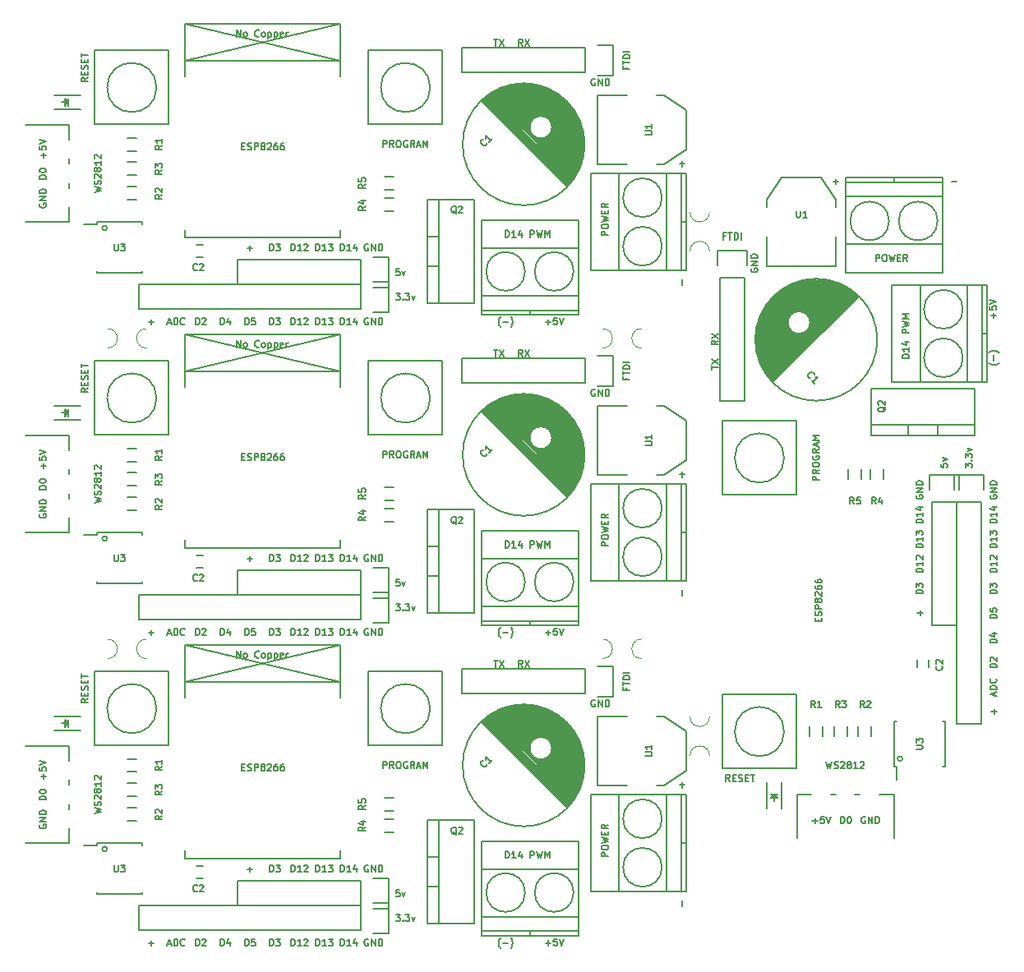
<source format=gto>
G04 #@! TF.FileFunction,Legend,Top*
%FSLAX46Y46*%
G04 Gerber Fmt 4.6, Leading zero omitted, Abs format (unit mm)*
G04 Created by KiCad (PCBNEW 4.0.2-stable) date Saturday, November 26, 2016 'pmt' 01:20:35 pm*
%MOMM*%
G01*
G04 APERTURE LIST*
%ADD10C,0.100000*%
%ADD11C,0.150000*%
%ADD12C,0.200000*%
%ADD13C,0.152400*%
G04 APERTURE END LIST*
D10*
D11*
X161814667Y-79928000D02*
X161814667Y-80261333D01*
X162148000Y-80294667D01*
X162114667Y-80261333D01*
X162081333Y-80194667D01*
X162081333Y-80028000D01*
X162114667Y-79961333D01*
X162148000Y-79928000D01*
X162214667Y-79894667D01*
X162381333Y-79894667D01*
X162448000Y-79928000D01*
X162481333Y-79961333D01*
X162514667Y-80028000D01*
X162514667Y-80194667D01*
X162481333Y-80261333D01*
X162448000Y-80294667D01*
X162048000Y-79661333D02*
X162514667Y-79494666D01*
X162048000Y-79328000D01*
X167594667Y-86012000D02*
X166894667Y-86012000D01*
X166894667Y-85845334D01*
X166928000Y-85745334D01*
X166994667Y-85678667D01*
X167061333Y-85645334D01*
X167194667Y-85612000D01*
X167294667Y-85612000D01*
X167428000Y-85645334D01*
X167494667Y-85678667D01*
X167561333Y-85745334D01*
X167594667Y-85845334D01*
X167594667Y-86012000D01*
X167594667Y-84945334D02*
X167594667Y-85345334D01*
X167594667Y-85145334D02*
X166894667Y-85145334D01*
X166994667Y-85212000D01*
X167061333Y-85278667D01*
X167094667Y-85345334D01*
X167128000Y-84345333D02*
X167594667Y-84345333D01*
X166861333Y-84512000D02*
X167361333Y-84678667D01*
X167361333Y-84245333D01*
X166928000Y-83155333D02*
X166894667Y-83221999D01*
X166894667Y-83321999D01*
X166928000Y-83421999D01*
X166994667Y-83488666D01*
X167061333Y-83521999D01*
X167194667Y-83555333D01*
X167294667Y-83555333D01*
X167428000Y-83521999D01*
X167494667Y-83488666D01*
X167561333Y-83421999D01*
X167594667Y-83321999D01*
X167594667Y-83255333D01*
X167561333Y-83155333D01*
X167528000Y-83121999D01*
X167294667Y-83121999D01*
X167294667Y-83255333D01*
X167594667Y-82821999D02*
X166894667Y-82821999D01*
X167594667Y-82421999D01*
X166894667Y-82421999D01*
X167594667Y-82088666D02*
X166894667Y-82088666D01*
X166894667Y-81922000D01*
X166928000Y-81822000D01*
X166994667Y-81755333D01*
X167061333Y-81722000D01*
X167194667Y-81688666D01*
X167294667Y-81688666D01*
X167428000Y-81722000D01*
X167494667Y-81755333D01*
X167561333Y-81822000D01*
X167594667Y-81922000D01*
X167594667Y-82088666D01*
X167300000Y-64900000D02*
X167300000Y-64366667D01*
X167566667Y-64633334D02*
X167033333Y-64633334D01*
X166866667Y-63700000D02*
X166866667Y-64033333D01*
X167200000Y-64066667D01*
X167166667Y-64033333D01*
X167133333Y-63966667D01*
X167133333Y-63800000D01*
X167166667Y-63733333D01*
X167200000Y-63700000D01*
X167266667Y-63666667D01*
X167433333Y-63666667D01*
X167500000Y-63700000D01*
X167533333Y-63733333D01*
X167566667Y-63800000D01*
X167566667Y-63966667D01*
X167533333Y-64033333D01*
X167500000Y-64066667D01*
X166866667Y-63466666D02*
X167566667Y-63233333D01*
X166866667Y-63000000D01*
X167833333Y-69533333D02*
X167800000Y-69566667D01*
X167700000Y-69633333D01*
X167633333Y-69666667D01*
X167533333Y-69700000D01*
X167366667Y-69733333D01*
X167233333Y-69733333D01*
X167066667Y-69700000D01*
X166966667Y-69666667D01*
X166900000Y-69633333D01*
X166800000Y-69566667D01*
X166766667Y-69533333D01*
X167300000Y-69266666D02*
X167300000Y-68733333D01*
X167833333Y-68466666D02*
X167800000Y-68433333D01*
X167700000Y-68366666D01*
X167633333Y-68333333D01*
X167533333Y-68299999D01*
X167366667Y-68266666D01*
X167233333Y-68266666D01*
X167066667Y-68299999D01*
X166966667Y-68333333D01*
X166900000Y-68366666D01*
X166800000Y-68433333D01*
X166766667Y-68466666D01*
X149200000Y-96166667D02*
X149200000Y-95933334D01*
X149566667Y-95833334D02*
X149566667Y-96166667D01*
X148866667Y-96166667D01*
X148866667Y-95833334D01*
X149533333Y-95566668D02*
X149566667Y-95466668D01*
X149566667Y-95300001D01*
X149533333Y-95233334D01*
X149500000Y-95200001D01*
X149433333Y-95166668D01*
X149366667Y-95166668D01*
X149300000Y-95200001D01*
X149266667Y-95233334D01*
X149233333Y-95300001D01*
X149200000Y-95433334D01*
X149166667Y-95500001D01*
X149133333Y-95533334D01*
X149066667Y-95566668D01*
X149000000Y-95566668D01*
X148933333Y-95533334D01*
X148900000Y-95500001D01*
X148866667Y-95433334D01*
X148866667Y-95266668D01*
X148900000Y-95166668D01*
X149566667Y-94866667D02*
X148866667Y-94866667D01*
X148866667Y-94600001D01*
X148900000Y-94533334D01*
X148933333Y-94500001D01*
X149000000Y-94466667D01*
X149100000Y-94466667D01*
X149166667Y-94500001D01*
X149200000Y-94533334D01*
X149233333Y-94600001D01*
X149233333Y-94866667D01*
X149166667Y-94066667D02*
X149133333Y-94133334D01*
X149100000Y-94166667D01*
X149033333Y-94200001D01*
X149000000Y-94200001D01*
X148933333Y-94166667D01*
X148900000Y-94133334D01*
X148866667Y-94066667D01*
X148866667Y-93933334D01*
X148900000Y-93866667D01*
X148933333Y-93833334D01*
X149000000Y-93800001D01*
X149033333Y-93800001D01*
X149100000Y-93833334D01*
X149133333Y-93866667D01*
X149166667Y-93933334D01*
X149166667Y-94066667D01*
X149200000Y-94133334D01*
X149233333Y-94166667D01*
X149300000Y-94200001D01*
X149433333Y-94200001D01*
X149500000Y-94166667D01*
X149533333Y-94133334D01*
X149566667Y-94066667D01*
X149566667Y-93933334D01*
X149533333Y-93866667D01*
X149500000Y-93833334D01*
X149433333Y-93800001D01*
X149300000Y-93800001D01*
X149233333Y-93833334D01*
X149200000Y-93866667D01*
X149166667Y-93933334D01*
X148933333Y-93533334D02*
X148900000Y-93500000D01*
X148866667Y-93433334D01*
X148866667Y-93266667D01*
X148900000Y-93200000D01*
X148933333Y-93166667D01*
X149000000Y-93133334D01*
X149066667Y-93133334D01*
X149166667Y-93166667D01*
X149566667Y-93566667D01*
X149566667Y-93133334D01*
X148866667Y-92533333D02*
X148866667Y-92666667D01*
X148900000Y-92733333D01*
X148933333Y-92766667D01*
X149033333Y-92833333D01*
X149166667Y-92866667D01*
X149433333Y-92866667D01*
X149500000Y-92833333D01*
X149533333Y-92800000D01*
X149566667Y-92733333D01*
X149566667Y-92600000D01*
X149533333Y-92533333D01*
X149500000Y-92500000D01*
X149433333Y-92466667D01*
X149266667Y-92466667D01*
X149200000Y-92500000D01*
X149166667Y-92533333D01*
X149133333Y-92600000D01*
X149133333Y-92733333D01*
X149166667Y-92800000D01*
X149200000Y-92833333D01*
X149266667Y-92866667D01*
X148866667Y-91866666D02*
X148866667Y-92000000D01*
X148900000Y-92066666D01*
X148933333Y-92100000D01*
X149033333Y-92166666D01*
X149166667Y-92200000D01*
X149433333Y-92200000D01*
X149500000Y-92166666D01*
X149533333Y-92133333D01*
X149566667Y-92066666D01*
X149566667Y-91933333D01*
X149533333Y-91866666D01*
X149500000Y-91833333D01*
X149433333Y-91800000D01*
X149266667Y-91800000D01*
X149200000Y-91833333D01*
X149166667Y-91866666D01*
X149133333Y-91933333D01*
X149133333Y-92066666D01*
X149166667Y-92133333D01*
X149200000Y-92166666D01*
X149266667Y-92200000D01*
X167594667Y-88552000D02*
X166894667Y-88552000D01*
X166894667Y-88385334D01*
X166928000Y-88285334D01*
X166994667Y-88218667D01*
X167061333Y-88185334D01*
X167194667Y-88152000D01*
X167294667Y-88152000D01*
X167428000Y-88185334D01*
X167494667Y-88218667D01*
X167561333Y-88285334D01*
X167594667Y-88385334D01*
X167594667Y-88552000D01*
X167594667Y-87485334D02*
X167594667Y-87885334D01*
X167594667Y-87685334D02*
X166894667Y-87685334D01*
X166994667Y-87752000D01*
X167061333Y-87818667D01*
X167094667Y-87885334D01*
X166894667Y-87252000D02*
X166894667Y-86818667D01*
X167161333Y-87052000D01*
X167161333Y-86952000D01*
X167194667Y-86885333D01*
X167228000Y-86852000D01*
X167294667Y-86818667D01*
X167461333Y-86818667D01*
X167528000Y-86852000D01*
X167561333Y-86885333D01*
X167594667Y-86952000D01*
X167594667Y-87152000D01*
X167561333Y-87218667D01*
X167528000Y-87252000D01*
X167594667Y-91092000D02*
X166894667Y-91092000D01*
X166894667Y-90925334D01*
X166928000Y-90825334D01*
X166994667Y-90758667D01*
X167061333Y-90725334D01*
X167194667Y-90692000D01*
X167294667Y-90692000D01*
X167428000Y-90725334D01*
X167494667Y-90758667D01*
X167561333Y-90825334D01*
X167594667Y-90925334D01*
X167594667Y-91092000D01*
X167594667Y-90025334D02*
X167594667Y-90425334D01*
X167594667Y-90225334D02*
X166894667Y-90225334D01*
X166994667Y-90292000D01*
X167061333Y-90358667D01*
X167094667Y-90425334D01*
X166961333Y-89758667D02*
X166928000Y-89725333D01*
X166894667Y-89658667D01*
X166894667Y-89492000D01*
X166928000Y-89425333D01*
X166961333Y-89392000D01*
X167028000Y-89358667D01*
X167094667Y-89358667D01*
X167194667Y-89392000D01*
X167594667Y-89792000D01*
X167594667Y-89358667D01*
X167594667Y-93298666D02*
X166894667Y-93298666D01*
X166894667Y-93132000D01*
X166928000Y-93032000D01*
X166994667Y-92965333D01*
X167061333Y-92932000D01*
X167194667Y-92898666D01*
X167294667Y-92898666D01*
X167428000Y-92932000D01*
X167494667Y-92965333D01*
X167561333Y-93032000D01*
X167594667Y-93132000D01*
X167594667Y-93298666D01*
X166894667Y-92665333D02*
X166894667Y-92232000D01*
X167161333Y-92465333D01*
X167161333Y-92365333D01*
X167194667Y-92298666D01*
X167228000Y-92265333D01*
X167294667Y-92232000D01*
X167461333Y-92232000D01*
X167528000Y-92265333D01*
X167561333Y-92298666D01*
X167594667Y-92365333D01*
X167594667Y-92565333D01*
X167561333Y-92632000D01*
X167528000Y-92665333D01*
X164354667Y-80320000D02*
X164354667Y-79886667D01*
X164621333Y-80120000D01*
X164621333Y-80020000D01*
X164654667Y-79953333D01*
X164688000Y-79920000D01*
X164754667Y-79886667D01*
X164921333Y-79886667D01*
X164988000Y-79920000D01*
X165021333Y-79953333D01*
X165054667Y-80020000D01*
X165054667Y-80220000D01*
X165021333Y-80286667D01*
X164988000Y-80320000D01*
X164988000Y-79586666D02*
X165021333Y-79553333D01*
X165054667Y-79586666D01*
X165021333Y-79620000D01*
X164988000Y-79586666D01*
X165054667Y-79586666D01*
X164354667Y-79320000D02*
X164354667Y-78886667D01*
X164621333Y-79120000D01*
X164621333Y-79020000D01*
X164654667Y-78953333D01*
X164688000Y-78920000D01*
X164754667Y-78886667D01*
X164921333Y-78886667D01*
X164988000Y-78920000D01*
X165021333Y-78953333D01*
X165054667Y-79020000D01*
X165054667Y-79220000D01*
X165021333Y-79286667D01*
X164988000Y-79320000D01*
X164588000Y-78653333D02*
X165054667Y-78486666D01*
X164588000Y-78320000D01*
X167328000Y-105748666D02*
X167328000Y-105215333D01*
X167594667Y-105482000D02*
X167061333Y-105482000D01*
X159308000Y-83155333D02*
X159274667Y-83221999D01*
X159274667Y-83321999D01*
X159308000Y-83421999D01*
X159374667Y-83488666D01*
X159441333Y-83521999D01*
X159574667Y-83555333D01*
X159674667Y-83555333D01*
X159808000Y-83521999D01*
X159874667Y-83488666D01*
X159941333Y-83421999D01*
X159974667Y-83321999D01*
X159974667Y-83255333D01*
X159941333Y-83155333D01*
X159908000Y-83121999D01*
X159674667Y-83121999D01*
X159674667Y-83255333D01*
X159974667Y-82821999D02*
X159274667Y-82821999D01*
X159974667Y-82421999D01*
X159274667Y-82421999D01*
X159974667Y-82088666D02*
X159274667Y-82088666D01*
X159274667Y-81922000D01*
X159308000Y-81822000D01*
X159374667Y-81755333D01*
X159441333Y-81722000D01*
X159574667Y-81688666D01*
X159674667Y-81688666D01*
X159808000Y-81722000D01*
X159874667Y-81755333D01*
X159941333Y-81822000D01*
X159974667Y-81922000D01*
X159974667Y-82088666D01*
X159974667Y-86012000D02*
X159274667Y-86012000D01*
X159274667Y-85845334D01*
X159308000Y-85745334D01*
X159374667Y-85678667D01*
X159441333Y-85645334D01*
X159574667Y-85612000D01*
X159674667Y-85612000D01*
X159808000Y-85645334D01*
X159874667Y-85678667D01*
X159941333Y-85745334D01*
X159974667Y-85845334D01*
X159974667Y-86012000D01*
X159974667Y-84945334D02*
X159974667Y-85345334D01*
X159974667Y-85145334D02*
X159274667Y-85145334D01*
X159374667Y-85212000D01*
X159441333Y-85278667D01*
X159474667Y-85345334D01*
X159508000Y-84345333D02*
X159974667Y-84345333D01*
X159241333Y-84512000D02*
X159741333Y-84678667D01*
X159741333Y-84245333D01*
X159974667Y-88552000D02*
X159274667Y-88552000D01*
X159274667Y-88385334D01*
X159308000Y-88285334D01*
X159374667Y-88218667D01*
X159441333Y-88185334D01*
X159574667Y-88152000D01*
X159674667Y-88152000D01*
X159808000Y-88185334D01*
X159874667Y-88218667D01*
X159941333Y-88285334D01*
X159974667Y-88385334D01*
X159974667Y-88552000D01*
X159974667Y-87485334D02*
X159974667Y-87885334D01*
X159974667Y-87685334D02*
X159274667Y-87685334D01*
X159374667Y-87752000D01*
X159441333Y-87818667D01*
X159474667Y-87885334D01*
X159274667Y-87252000D02*
X159274667Y-86818667D01*
X159541333Y-87052000D01*
X159541333Y-86952000D01*
X159574667Y-86885333D01*
X159608000Y-86852000D01*
X159674667Y-86818667D01*
X159841333Y-86818667D01*
X159908000Y-86852000D01*
X159941333Y-86885333D01*
X159974667Y-86952000D01*
X159974667Y-87152000D01*
X159941333Y-87218667D01*
X159908000Y-87252000D01*
X159974667Y-91092000D02*
X159274667Y-91092000D01*
X159274667Y-90925334D01*
X159308000Y-90825334D01*
X159374667Y-90758667D01*
X159441333Y-90725334D01*
X159574667Y-90692000D01*
X159674667Y-90692000D01*
X159808000Y-90725334D01*
X159874667Y-90758667D01*
X159941333Y-90825334D01*
X159974667Y-90925334D01*
X159974667Y-91092000D01*
X159974667Y-90025334D02*
X159974667Y-90425334D01*
X159974667Y-90225334D02*
X159274667Y-90225334D01*
X159374667Y-90292000D01*
X159441333Y-90358667D01*
X159474667Y-90425334D01*
X159341333Y-89758667D02*
X159308000Y-89725333D01*
X159274667Y-89658667D01*
X159274667Y-89492000D01*
X159308000Y-89425333D01*
X159341333Y-89392000D01*
X159408000Y-89358667D01*
X159474667Y-89358667D01*
X159574667Y-89392000D01*
X159974667Y-89792000D01*
X159974667Y-89358667D01*
X159974667Y-93298666D02*
X159274667Y-93298666D01*
X159274667Y-93132000D01*
X159308000Y-93032000D01*
X159374667Y-92965333D01*
X159441333Y-92932000D01*
X159574667Y-92898666D01*
X159674667Y-92898666D01*
X159808000Y-92932000D01*
X159874667Y-92965333D01*
X159941333Y-93032000D01*
X159974667Y-93132000D01*
X159974667Y-93298666D01*
X159274667Y-92665333D02*
X159274667Y-92232000D01*
X159541333Y-92465333D01*
X159541333Y-92365333D01*
X159574667Y-92298666D01*
X159608000Y-92265333D01*
X159674667Y-92232000D01*
X159841333Y-92232000D01*
X159908000Y-92265333D01*
X159941333Y-92298666D01*
X159974667Y-92365333D01*
X159974667Y-92565333D01*
X159941333Y-92632000D01*
X159908000Y-92665333D01*
X159708000Y-95588666D02*
X159708000Y-95055333D01*
X159974667Y-95322000D02*
X159441333Y-95322000D01*
X167594667Y-95838666D02*
X166894667Y-95838666D01*
X166894667Y-95672000D01*
X166928000Y-95572000D01*
X166994667Y-95505333D01*
X167061333Y-95472000D01*
X167194667Y-95438666D01*
X167294667Y-95438666D01*
X167428000Y-95472000D01*
X167494667Y-95505333D01*
X167561333Y-95572000D01*
X167594667Y-95672000D01*
X167594667Y-95838666D01*
X166894667Y-94805333D02*
X166894667Y-95138666D01*
X167228000Y-95172000D01*
X167194667Y-95138666D01*
X167161333Y-95072000D01*
X167161333Y-94905333D01*
X167194667Y-94838666D01*
X167228000Y-94805333D01*
X167294667Y-94772000D01*
X167461333Y-94772000D01*
X167528000Y-94805333D01*
X167561333Y-94838666D01*
X167594667Y-94905333D01*
X167594667Y-95072000D01*
X167561333Y-95138666D01*
X167528000Y-95172000D01*
X167594667Y-98378666D02*
X166894667Y-98378666D01*
X166894667Y-98212000D01*
X166928000Y-98112000D01*
X166994667Y-98045333D01*
X167061333Y-98012000D01*
X167194667Y-97978666D01*
X167294667Y-97978666D01*
X167428000Y-98012000D01*
X167494667Y-98045333D01*
X167561333Y-98112000D01*
X167594667Y-98212000D01*
X167594667Y-98378666D01*
X167128000Y-97378666D02*
X167594667Y-97378666D01*
X166861333Y-97545333D02*
X167361333Y-97712000D01*
X167361333Y-97278666D01*
X167594667Y-100918666D02*
X166894667Y-100918666D01*
X166894667Y-100752000D01*
X166928000Y-100652000D01*
X166994667Y-100585333D01*
X167061333Y-100552000D01*
X167194667Y-100518666D01*
X167294667Y-100518666D01*
X167428000Y-100552000D01*
X167494667Y-100585333D01*
X167561333Y-100652000D01*
X167594667Y-100752000D01*
X167594667Y-100918666D01*
X166961333Y-100252000D02*
X166928000Y-100218666D01*
X166894667Y-100152000D01*
X166894667Y-99985333D01*
X166928000Y-99918666D01*
X166961333Y-99885333D01*
X167028000Y-99852000D01*
X167094667Y-99852000D01*
X167194667Y-99885333D01*
X167594667Y-100285333D01*
X167594667Y-99852000D01*
X167394667Y-103808667D02*
X167394667Y-103475333D01*
X167594667Y-103875333D02*
X166894667Y-103642000D01*
X167594667Y-103408667D01*
X167594667Y-103175333D02*
X166894667Y-103175333D01*
X166894667Y-103008667D01*
X166928000Y-102908667D01*
X166994667Y-102842000D01*
X167061333Y-102808667D01*
X167194667Y-102775333D01*
X167294667Y-102775333D01*
X167428000Y-102808667D01*
X167494667Y-102842000D01*
X167561333Y-102908667D01*
X167594667Y-103008667D01*
X167594667Y-103175333D01*
X167528000Y-102075333D02*
X167561333Y-102108667D01*
X167594667Y-102208667D01*
X167594667Y-102275333D01*
X167561333Y-102375333D01*
X167494667Y-102442000D01*
X167428000Y-102475333D01*
X167294667Y-102508667D01*
X167194667Y-102508667D01*
X167061333Y-102475333D01*
X166994667Y-102442000D01*
X166928000Y-102375333D01*
X166894667Y-102275333D01*
X166894667Y-102208667D01*
X166928000Y-102108667D01*
X166961333Y-102075333D01*
X163480666Y-50822000D02*
X162947333Y-50822000D01*
X151288666Y-50822000D02*
X150755333Y-50822000D01*
X151022000Y-50555333D02*
X151022000Y-51088667D01*
X138192667Y-70201333D02*
X138192667Y-69801333D01*
X138892667Y-70001333D02*
X138192667Y-70001333D01*
X138192667Y-69634667D02*
X138892667Y-69168000D01*
X138192667Y-69168000D02*
X138892667Y-69634667D01*
X138892667Y-67244666D02*
X138559333Y-67478000D01*
X138892667Y-67644666D02*
X138192667Y-67644666D01*
X138192667Y-67378000D01*
X138226000Y-67311333D01*
X138259333Y-67278000D01*
X138326000Y-67244666D01*
X138426000Y-67244666D01*
X138492667Y-67278000D01*
X138526000Y-67311333D01*
X138559333Y-67378000D01*
X138559333Y-67644666D01*
X138192667Y-67011333D02*
X138892667Y-66544666D01*
X138192667Y-66544666D02*
X138892667Y-67011333D01*
X142290000Y-59787333D02*
X142256667Y-59853999D01*
X142256667Y-59953999D01*
X142290000Y-60053999D01*
X142356667Y-60120666D01*
X142423333Y-60153999D01*
X142556667Y-60187333D01*
X142656667Y-60187333D01*
X142790000Y-60153999D01*
X142856667Y-60120666D01*
X142923333Y-60053999D01*
X142956667Y-59953999D01*
X142956667Y-59887333D01*
X142923333Y-59787333D01*
X142890000Y-59753999D01*
X142656667Y-59753999D01*
X142656667Y-59887333D01*
X142956667Y-59453999D02*
X142256667Y-59453999D01*
X142956667Y-59053999D01*
X142256667Y-59053999D01*
X142956667Y-58720666D02*
X142256667Y-58720666D01*
X142256667Y-58554000D01*
X142290000Y-58454000D01*
X142356667Y-58387333D01*
X142423333Y-58354000D01*
X142556667Y-58320666D01*
X142656667Y-58320666D01*
X142790000Y-58354000D01*
X142856667Y-58387333D01*
X142923333Y-58454000D01*
X142956667Y-58554000D01*
X142956667Y-58720666D01*
D12*
X157880000Y-110308000D02*
G75*
G03X157880000Y-110308000I-254000J0D01*
G01*
X75946000Y-119626000D02*
G75*
G03X75946000Y-119626000I-254000J0D01*
G01*
D11*
X126212667Y-104290000D02*
X126146001Y-104256667D01*
X126046001Y-104256667D01*
X125946001Y-104290000D01*
X125879334Y-104356667D01*
X125846001Y-104423333D01*
X125812667Y-104556667D01*
X125812667Y-104656667D01*
X125846001Y-104790000D01*
X125879334Y-104856667D01*
X125946001Y-104923333D01*
X126046001Y-104956667D01*
X126112667Y-104956667D01*
X126212667Y-104923333D01*
X126246001Y-104890000D01*
X126246001Y-104656667D01*
X126112667Y-104656667D01*
X126546001Y-104956667D02*
X126546001Y-104256667D01*
X126946001Y-104956667D01*
X126946001Y-104256667D01*
X127279334Y-104956667D02*
X127279334Y-104256667D01*
X127446000Y-104256667D01*
X127546000Y-104290000D01*
X127612667Y-104356667D01*
X127646000Y-104423333D01*
X127679334Y-104556667D01*
X127679334Y-104656667D01*
X127646000Y-104790000D01*
X127612667Y-104856667D01*
X127546000Y-104923333D01*
X127446000Y-104956667D01*
X127279334Y-104956667D01*
X118755334Y-100892667D02*
X118522000Y-100559333D01*
X118355334Y-100892667D02*
X118355334Y-100192667D01*
X118622000Y-100192667D01*
X118688667Y-100226000D01*
X118722000Y-100259333D01*
X118755334Y-100326000D01*
X118755334Y-100426000D01*
X118722000Y-100492667D01*
X118688667Y-100526000D01*
X118622000Y-100559333D01*
X118355334Y-100559333D01*
X118988667Y-100192667D02*
X119455334Y-100892667D01*
X119455334Y-100192667D02*
X118988667Y-100892667D01*
X115798667Y-100192667D02*
X116198667Y-100192667D01*
X115998667Y-100892667D02*
X115998667Y-100192667D01*
X116365333Y-100192667D02*
X116832000Y-100892667D01*
X116832000Y-100192667D02*
X116365333Y-100892667D01*
X135178000Y-113288666D02*
X135178000Y-112755333D01*
X135444667Y-113022000D02*
X134911333Y-113022000D01*
X135178000Y-125480666D02*
X135178000Y-124947333D01*
X82191333Y-129394667D02*
X82524667Y-129394667D01*
X82124667Y-129594667D02*
X82358000Y-128894667D01*
X82591333Y-129594667D01*
X82824667Y-129594667D02*
X82824667Y-128894667D01*
X82991333Y-128894667D01*
X83091333Y-128928000D01*
X83158000Y-128994667D01*
X83191333Y-129061333D01*
X83224667Y-129194667D01*
X83224667Y-129294667D01*
X83191333Y-129428000D01*
X83158000Y-129494667D01*
X83091333Y-129561333D01*
X82991333Y-129594667D01*
X82824667Y-129594667D01*
X83924667Y-129528000D02*
X83891333Y-129561333D01*
X83791333Y-129594667D01*
X83724667Y-129594667D01*
X83624667Y-129561333D01*
X83558000Y-129494667D01*
X83524667Y-129428000D01*
X83491333Y-129294667D01*
X83491333Y-129194667D01*
X83524667Y-129061333D01*
X83558000Y-128994667D01*
X83624667Y-128928000D01*
X83724667Y-128894667D01*
X83791333Y-128894667D01*
X83891333Y-128928000D01*
X83924667Y-128961333D01*
X85081334Y-129594667D02*
X85081334Y-128894667D01*
X85248000Y-128894667D01*
X85348000Y-128928000D01*
X85414667Y-128994667D01*
X85448000Y-129061333D01*
X85481334Y-129194667D01*
X85481334Y-129294667D01*
X85448000Y-129428000D01*
X85414667Y-129494667D01*
X85348000Y-129561333D01*
X85248000Y-129594667D01*
X85081334Y-129594667D01*
X85748000Y-128961333D02*
X85781334Y-128928000D01*
X85848000Y-128894667D01*
X86014667Y-128894667D01*
X86081334Y-128928000D01*
X86114667Y-128961333D01*
X86148000Y-129028000D01*
X86148000Y-129094667D01*
X86114667Y-129194667D01*
X85714667Y-129594667D01*
X86148000Y-129594667D01*
X87621334Y-129594667D02*
X87621334Y-128894667D01*
X87788000Y-128894667D01*
X87888000Y-128928000D01*
X87954667Y-128994667D01*
X87988000Y-129061333D01*
X88021334Y-129194667D01*
X88021334Y-129294667D01*
X87988000Y-129428000D01*
X87954667Y-129494667D01*
X87888000Y-129561333D01*
X87788000Y-129594667D01*
X87621334Y-129594667D01*
X88621334Y-129128000D02*
X88621334Y-129594667D01*
X88454667Y-128861333D02*
X88288000Y-129361333D01*
X88721334Y-129361333D01*
X90161334Y-129594667D02*
X90161334Y-128894667D01*
X90328000Y-128894667D01*
X90428000Y-128928000D01*
X90494667Y-128994667D01*
X90528000Y-129061333D01*
X90561334Y-129194667D01*
X90561334Y-129294667D01*
X90528000Y-129428000D01*
X90494667Y-129494667D01*
X90428000Y-129561333D01*
X90328000Y-129594667D01*
X90161334Y-129594667D01*
X91194667Y-128894667D02*
X90861334Y-128894667D01*
X90828000Y-129228000D01*
X90861334Y-129194667D01*
X90928000Y-129161333D01*
X91094667Y-129161333D01*
X91161334Y-129194667D01*
X91194667Y-129228000D01*
X91228000Y-129294667D01*
X91228000Y-129461333D01*
X91194667Y-129528000D01*
X91161334Y-129561333D01*
X91094667Y-129594667D01*
X90928000Y-129594667D01*
X90861334Y-129561333D01*
X90828000Y-129528000D01*
X90411334Y-121708000D02*
X90944667Y-121708000D01*
X90678000Y-121974667D02*
X90678000Y-121441333D01*
X92701334Y-121974667D02*
X92701334Y-121274667D01*
X92868000Y-121274667D01*
X92968000Y-121308000D01*
X93034667Y-121374667D01*
X93068000Y-121441333D01*
X93101334Y-121574667D01*
X93101334Y-121674667D01*
X93068000Y-121808000D01*
X93034667Y-121874667D01*
X92968000Y-121941333D01*
X92868000Y-121974667D01*
X92701334Y-121974667D01*
X93334667Y-121274667D02*
X93768000Y-121274667D01*
X93534667Y-121541333D01*
X93634667Y-121541333D01*
X93701334Y-121574667D01*
X93734667Y-121608000D01*
X93768000Y-121674667D01*
X93768000Y-121841333D01*
X93734667Y-121908000D01*
X93701334Y-121941333D01*
X93634667Y-121974667D01*
X93434667Y-121974667D01*
X93368000Y-121941333D01*
X93334667Y-121908000D01*
X94908000Y-121974667D02*
X94908000Y-121274667D01*
X95074666Y-121274667D01*
X95174666Y-121308000D01*
X95241333Y-121374667D01*
X95274666Y-121441333D01*
X95308000Y-121574667D01*
X95308000Y-121674667D01*
X95274666Y-121808000D01*
X95241333Y-121874667D01*
X95174666Y-121941333D01*
X95074666Y-121974667D01*
X94908000Y-121974667D01*
X95974666Y-121974667D02*
X95574666Y-121974667D01*
X95774666Y-121974667D02*
X95774666Y-121274667D01*
X95708000Y-121374667D01*
X95641333Y-121441333D01*
X95574666Y-121474667D01*
X96241333Y-121341333D02*
X96274667Y-121308000D01*
X96341333Y-121274667D01*
X96508000Y-121274667D01*
X96574667Y-121308000D01*
X96608000Y-121341333D01*
X96641333Y-121408000D01*
X96641333Y-121474667D01*
X96608000Y-121574667D01*
X96208000Y-121974667D01*
X96641333Y-121974667D01*
X97448000Y-121974667D02*
X97448000Y-121274667D01*
X97614666Y-121274667D01*
X97714666Y-121308000D01*
X97781333Y-121374667D01*
X97814666Y-121441333D01*
X97848000Y-121574667D01*
X97848000Y-121674667D01*
X97814666Y-121808000D01*
X97781333Y-121874667D01*
X97714666Y-121941333D01*
X97614666Y-121974667D01*
X97448000Y-121974667D01*
X98514666Y-121974667D02*
X98114666Y-121974667D01*
X98314666Y-121974667D02*
X98314666Y-121274667D01*
X98248000Y-121374667D01*
X98181333Y-121441333D01*
X98114666Y-121474667D01*
X98748000Y-121274667D02*
X99181333Y-121274667D01*
X98948000Y-121541333D01*
X99048000Y-121541333D01*
X99114667Y-121574667D01*
X99148000Y-121608000D01*
X99181333Y-121674667D01*
X99181333Y-121841333D01*
X99148000Y-121908000D01*
X99114667Y-121941333D01*
X99048000Y-121974667D01*
X98848000Y-121974667D01*
X98781333Y-121941333D01*
X98748000Y-121908000D01*
X99988000Y-121974667D02*
X99988000Y-121274667D01*
X100154666Y-121274667D01*
X100254666Y-121308000D01*
X100321333Y-121374667D01*
X100354666Y-121441333D01*
X100388000Y-121574667D01*
X100388000Y-121674667D01*
X100354666Y-121808000D01*
X100321333Y-121874667D01*
X100254666Y-121941333D01*
X100154666Y-121974667D01*
X99988000Y-121974667D01*
X101054666Y-121974667D02*
X100654666Y-121974667D01*
X100854666Y-121974667D02*
X100854666Y-121274667D01*
X100788000Y-121374667D01*
X100721333Y-121441333D01*
X100654666Y-121474667D01*
X101654667Y-121508000D02*
X101654667Y-121974667D01*
X101488000Y-121241333D02*
X101321333Y-121741333D01*
X101754667Y-121741333D01*
X102844667Y-121308000D02*
X102778001Y-121274667D01*
X102678001Y-121274667D01*
X102578001Y-121308000D01*
X102511334Y-121374667D01*
X102478001Y-121441333D01*
X102444667Y-121574667D01*
X102444667Y-121674667D01*
X102478001Y-121808000D01*
X102511334Y-121874667D01*
X102578001Y-121941333D01*
X102678001Y-121974667D01*
X102744667Y-121974667D01*
X102844667Y-121941333D01*
X102878001Y-121908000D01*
X102878001Y-121674667D01*
X102744667Y-121674667D01*
X103178001Y-121974667D02*
X103178001Y-121274667D01*
X103578001Y-121974667D01*
X103578001Y-121274667D01*
X103911334Y-121974667D02*
X103911334Y-121274667D01*
X104078000Y-121274667D01*
X104178000Y-121308000D01*
X104244667Y-121374667D01*
X104278000Y-121441333D01*
X104311334Y-121574667D01*
X104311334Y-121674667D01*
X104278000Y-121808000D01*
X104244667Y-121874667D01*
X104178000Y-121941333D01*
X104078000Y-121974667D01*
X103911334Y-121974667D01*
X80251334Y-129328000D02*
X80784667Y-129328000D01*
X80518000Y-129594667D02*
X80518000Y-129061333D01*
X105680000Y-126354667D02*
X106113333Y-126354667D01*
X105880000Y-126621333D01*
X105980000Y-126621333D01*
X106046667Y-126654667D01*
X106080000Y-126688000D01*
X106113333Y-126754667D01*
X106113333Y-126921333D01*
X106080000Y-126988000D01*
X106046667Y-127021333D01*
X105980000Y-127054667D01*
X105780000Y-127054667D01*
X105713333Y-127021333D01*
X105680000Y-126988000D01*
X106413334Y-126988000D02*
X106446667Y-127021333D01*
X106413334Y-127054667D01*
X106380000Y-127021333D01*
X106413334Y-126988000D01*
X106413334Y-127054667D01*
X106680000Y-126354667D02*
X107113333Y-126354667D01*
X106880000Y-126621333D01*
X106980000Y-126621333D01*
X107046667Y-126654667D01*
X107080000Y-126688000D01*
X107113333Y-126754667D01*
X107113333Y-126921333D01*
X107080000Y-126988000D01*
X107046667Y-127021333D01*
X106980000Y-127054667D01*
X106780000Y-127054667D01*
X106713333Y-127021333D01*
X106680000Y-126988000D01*
X107346667Y-126588000D02*
X107513334Y-127054667D01*
X107680000Y-126588000D01*
X92701334Y-129594667D02*
X92701334Y-128894667D01*
X92868000Y-128894667D01*
X92968000Y-128928000D01*
X93034667Y-128994667D01*
X93068000Y-129061333D01*
X93101334Y-129194667D01*
X93101334Y-129294667D01*
X93068000Y-129428000D01*
X93034667Y-129494667D01*
X92968000Y-129561333D01*
X92868000Y-129594667D01*
X92701334Y-129594667D01*
X93334667Y-128894667D02*
X93768000Y-128894667D01*
X93534667Y-129161333D01*
X93634667Y-129161333D01*
X93701334Y-129194667D01*
X93734667Y-129228000D01*
X93768000Y-129294667D01*
X93768000Y-129461333D01*
X93734667Y-129528000D01*
X93701334Y-129561333D01*
X93634667Y-129594667D01*
X93434667Y-129594667D01*
X93368000Y-129561333D01*
X93334667Y-129528000D01*
X94908000Y-129594667D02*
X94908000Y-128894667D01*
X95074666Y-128894667D01*
X95174666Y-128928000D01*
X95241333Y-128994667D01*
X95274666Y-129061333D01*
X95308000Y-129194667D01*
X95308000Y-129294667D01*
X95274666Y-129428000D01*
X95241333Y-129494667D01*
X95174666Y-129561333D01*
X95074666Y-129594667D01*
X94908000Y-129594667D01*
X95974666Y-129594667D02*
X95574666Y-129594667D01*
X95774666Y-129594667D02*
X95774666Y-128894667D01*
X95708000Y-128994667D01*
X95641333Y-129061333D01*
X95574666Y-129094667D01*
X96241333Y-128961333D02*
X96274667Y-128928000D01*
X96341333Y-128894667D01*
X96508000Y-128894667D01*
X96574667Y-128928000D01*
X96608000Y-128961333D01*
X96641333Y-129028000D01*
X96641333Y-129094667D01*
X96608000Y-129194667D01*
X96208000Y-129594667D01*
X96641333Y-129594667D01*
X97448000Y-129594667D02*
X97448000Y-128894667D01*
X97614666Y-128894667D01*
X97714666Y-128928000D01*
X97781333Y-128994667D01*
X97814666Y-129061333D01*
X97848000Y-129194667D01*
X97848000Y-129294667D01*
X97814666Y-129428000D01*
X97781333Y-129494667D01*
X97714666Y-129561333D01*
X97614666Y-129594667D01*
X97448000Y-129594667D01*
X98514666Y-129594667D02*
X98114666Y-129594667D01*
X98314666Y-129594667D02*
X98314666Y-128894667D01*
X98248000Y-128994667D01*
X98181333Y-129061333D01*
X98114666Y-129094667D01*
X98748000Y-128894667D02*
X99181333Y-128894667D01*
X98948000Y-129161333D01*
X99048000Y-129161333D01*
X99114667Y-129194667D01*
X99148000Y-129228000D01*
X99181333Y-129294667D01*
X99181333Y-129461333D01*
X99148000Y-129528000D01*
X99114667Y-129561333D01*
X99048000Y-129594667D01*
X98848000Y-129594667D01*
X98781333Y-129561333D01*
X98748000Y-129528000D01*
X89833333Y-111200000D02*
X90066666Y-111200000D01*
X90166666Y-111566667D02*
X89833333Y-111566667D01*
X89833333Y-110866667D01*
X90166666Y-110866667D01*
X90433332Y-111533333D02*
X90533332Y-111566667D01*
X90699999Y-111566667D01*
X90766666Y-111533333D01*
X90799999Y-111500000D01*
X90833332Y-111433333D01*
X90833332Y-111366667D01*
X90799999Y-111300000D01*
X90766666Y-111266667D01*
X90699999Y-111233333D01*
X90566666Y-111200000D01*
X90499999Y-111166667D01*
X90466666Y-111133333D01*
X90433332Y-111066667D01*
X90433332Y-111000000D01*
X90466666Y-110933333D01*
X90499999Y-110900000D01*
X90566666Y-110866667D01*
X90733332Y-110866667D01*
X90833332Y-110900000D01*
X91133333Y-111566667D02*
X91133333Y-110866667D01*
X91399999Y-110866667D01*
X91466666Y-110900000D01*
X91499999Y-110933333D01*
X91533333Y-111000000D01*
X91533333Y-111100000D01*
X91499999Y-111166667D01*
X91466666Y-111200000D01*
X91399999Y-111233333D01*
X91133333Y-111233333D01*
X91933333Y-111166667D02*
X91866666Y-111133333D01*
X91833333Y-111100000D01*
X91799999Y-111033333D01*
X91799999Y-111000000D01*
X91833333Y-110933333D01*
X91866666Y-110900000D01*
X91933333Y-110866667D01*
X92066666Y-110866667D01*
X92133333Y-110900000D01*
X92166666Y-110933333D01*
X92199999Y-111000000D01*
X92199999Y-111033333D01*
X92166666Y-111100000D01*
X92133333Y-111133333D01*
X92066666Y-111166667D01*
X91933333Y-111166667D01*
X91866666Y-111200000D01*
X91833333Y-111233333D01*
X91799999Y-111300000D01*
X91799999Y-111433333D01*
X91833333Y-111500000D01*
X91866666Y-111533333D01*
X91933333Y-111566667D01*
X92066666Y-111566667D01*
X92133333Y-111533333D01*
X92166666Y-111500000D01*
X92199999Y-111433333D01*
X92199999Y-111300000D01*
X92166666Y-111233333D01*
X92133333Y-111200000D01*
X92066666Y-111166667D01*
X92466666Y-110933333D02*
X92500000Y-110900000D01*
X92566666Y-110866667D01*
X92733333Y-110866667D01*
X92800000Y-110900000D01*
X92833333Y-110933333D01*
X92866666Y-111000000D01*
X92866666Y-111066667D01*
X92833333Y-111166667D01*
X92433333Y-111566667D01*
X92866666Y-111566667D01*
X93466667Y-110866667D02*
X93333333Y-110866667D01*
X93266667Y-110900000D01*
X93233333Y-110933333D01*
X93166667Y-111033333D01*
X93133333Y-111166667D01*
X93133333Y-111433333D01*
X93166667Y-111500000D01*
X93200000Y-111533333D01*
X93266667Y-111566667D01*
X93400000Y-111566667D01*
X93466667Y-111533333D01*
X93500000Y-111500000D01*
X93533333Y-111433333D01*
X93533333Y-111266667D01*
X93500000Y-111200000D01*
X93466667Y-111166667D01*
X93400000Y-111133333D01*
X93266667Y-111133333D01*
X93200000Y-111166667D01*
X93166667Y-111200000D01*
X93133333Y-111266667D01*
X94133334Y-110866667D02*
X94000000Y-110866667D01*
X93933334Y-110900000D01*
X93900000Y-110933333D01*
X93833334Y-111033333D01*
X93800000Y-111166667D01*
X93800000Y-111433333D01*
X93833334Y-111500000D01*
X93866667Y-111533333D01*
X93933334Y-111566667D01*
X94066667Y-111566667D01*
X94133334Y-111533333D01*
X94166667Y-111500000D01*
X94200000Y-111433333D01*
X94200000Y-111266667D01*
X94166667Y-111200000D01*
X94133334Y-111166667D01*
X94066667Y-111133333D01*
X93933334Y-111133333D01*
X93866667Y-111166667D01*
X93833334Y-111200000D01*
X93800000Y-111266667D01*
X116466667Y-129833333D02*
X116433333Y-129800000D01*
X116366667Y-129700000D01*
X116333333Y-129633333D01*
X116300000Y-129533333D01*
X116266667Y-129366667D01*
X116266667Y-129233333D01*
X116300000Y-129066667D01*
X116333333Y-128966667D01*
X116366667Y-128900000D01*
X116433333Y-128800000D01*
X116466667Y-128766667D01*
X116733334Y-129300000D02*
X117266667Y-129300000D01*
X117533334Y-129833333D02*
X117566667Y-129800000D01*
X117633334Y-129700000D01*
X117666667Y-129633333D01*
X117700001Y-129533333D01*
X117733334Y-129366667D01*
X117733334Y-129233333D01*
X117700001Y-129066667D01*
X117666667Y-128966667D01*
X117633334Y-128900000D01*
X117566667Y-128800000D01*
X117533334Y-128766667D01*
X121100000Y-129300000D02*
X121633333Y-129300000D01*
X121366666Y-129566667D02*
X121366666Y-129033333D01*
X122300000Y-128866667D02*
X121966667Y-128866667D01*
X121933333Y-129200000D01*
X121966667Y-129166667D01*
X122033333Y-129133333D01*
X122200000Y-129133333D01*
X122266667Y-129166667D01*
X122300000Y-129200000D01*
X122333333Y-129266667D01*
X122333333Y-129433333D01*
X122300000Y-129500000D01*
X122266667Y-129533333D01*
X122200000Y-129566667D01*
X122033333Y-129566667D01*
X121966667Y-129533333D01*
X121933333Y-129500000D01*
X122533334Y-128866667D02*
X122766667Y-129566667D01*
X123000000Y-128866667D01*
X102844667Y-128928000D02*
X102778001Y-128894667D01*
X102678001Y-128894667D01*
X102578001Y-128928000D01*
X102511334Y-128994667D01*
X102478001Y-129061333D01*
X102444667Y-129194667D01*
X102444667Y-129294667D01*
X102478001Y-129428000D01*
X102511334Y-129494667D01*
X102578001Y-129561333D01*
X102678001Y-129594667D01*
X102744667Y-129594667D01*
X102844667Y-129561333D01*
X102878001Y-129528000D01*
X102878001Y-129294667D01*
X102744667Y-129294667D01*
X103178001Y-129594667D02*
X103178001Y-128894667D01*
X103578001Y-129594667D01*
X103578001Y-128894667D01*
X103911334Y-129594667D02*
X103911334Y-128894667D01*
X104078000Y-128894667D01*
X104178000Y-128928000D01*
X104244667Y-128994667D01*
X104278000Y-129061333D01*
X104311334Y-129194667D01*
X104311334Y-129294667D01*
X104278000Y-129428000D01*
X104244667Y-129494667D01*
X104178000Y-129561333D01*
X104078000Y-129594667D01*
X103911334Y-129594667D01*
X99988000Y-129594667D02*
X99988000Y-128894667D01*
X100154666Y-128894667D01*
X100254666Y-128928000D01*
X100321333Y-128994667D01*
X100354666Y-129061333D01*
X100388000Y-129194667D01*
X100388000Y-129294667D01*
X100354666Y-129428000D01*
X100321333Y-129494667D01*
X100254666Y-129561333D01*
X100154666Y-129594667D01*
X99988000Y-129594667D01*
X101054666Y-129594667D02*
X100654666Y-129594667D01*
X100854666Y-129594667D02*
X100854666Y-128894667D01*
X100788000Y-128994667D01*
X100721333Y-129061333D01*
X100654666Y-129094667D01*
X101654667Y-129128000D02*
X101654667Y-129594667D01*
X101488000Y-128861333D02*
X101321333Y-129361333D01*
X101754667Y-129361333D01*
X106072000Y-123814667D02*
X105738667Y-123814667D01*
X105705333Y-124148000D01*
X105738667Y-124114667D01*
X105805333Y-124081333D01*
X105972000Y-124081333D01*
X106038667Y-124114667D01*
X106072000Y-124148000D01*
X106105333Y-124214667D01*
X106105333Y-124381333D01*
X106072000Y-124448000D01*
X106038667Y-124481333D01*
X105972000Y-124514667D01*
X105805333Y-124514667D01*
X105738667Y-124481333D01*
X105705333Y-124448000D01*
X106338667Y-124048000D02*
X106505334Y-124514667D01*
X106672000Y-124048000D01*
X106072000Y-91814667D02*
X105738667Y-91814667D01*
X105705333Y-92148000D01*
X105738667Y-92114667D01*
X105805333Y-92081333D01*
X105972000Y-92081333D01*
X106038667Y-92114667D01*
X106072000Y-92148000D01*
X106105333Y-92214667D01*
X106105333Y-92381333D01*
X106072000Y-92448000D01*
X106038667Y-92481333D01*
X105972000Y-92514667D01*
X105805333Y-92514667D01*
X105738667Y-92481333D01*
X105705333Y-92448000D01*
X106338667Y-92048000D02*
X106505334Y-92514667D01*
X106672000Y-92048000D01*
X99988000Y-97594667D02*
X99988000Y-96894667D01*
X100154666Y-96894667D01*
X100254666Y-96928000D01*
X100321333Y-96994667D01*
X100354666Y-97061333D01*
X100388000Y-97194667D01*
X100388000Y-97294667D01*
X100354666Y-97428000D01*
X100321333Y-97494667D01*
X100254666Y-97561333D01*
X100154666Y-97594667D01*
X99988000Y-97594667D01*
X101054666Y-97594667D02*
X100654666Y-97594667D01*
X100854666Y-97594667D02*
X100854666Y-96894667D01*
X100788000Y-96994667D01*
X100721333Y-97061333D01*
X100654666Y-97094667D01*
X101654667Y-97128000D02*
X101654667Y-97594667D01*
X101488000Y-96861333D02*
X101321333Y-97361333D01*
X101754667Y-97361333D01*
X102844667Y-96928000D02*
X102778001Y-96894667D01*
X102678001Y-96894667D01*
X102578001Y-96928000D01*
X102511334Y-96994667D01*
X102478001Y-97061333D01*
X102444667Y-97194667D01*
X102444667Y-97294667D01*
X102478001Y-97428000D01*
X102511334Y-97494667D01*
X102578001Y-97561333D01*
X102678001Y-97594667D01*
X102744667Y-97594667D01*
X102844667Y-97561333D01*
X102878001Y-97528000D01*
X102878001Y-97294667D01*
X102744667Y-97294667D01*
X103178001Y-97594667D02*
X103178001Y-96894667D01*
X103578001Y-97594667D01*
X103578001Y-96894667D01*
X103911334Y-97594667D02*
X103911334Y-96894667D01*
X104078000Y-96894667D01*
X104178000Y-96928000D01*
X104244667Y-96994667D01*
X104278000Y-97061333D01*
X104311334Y-97194667D01*
X104311334Y-97294667D01*
X104278000Y-97428000D01*
X104244667Y-97494667D01*
X104178000Y-97561333D01*
X104078000Y-97594667D01*
X103911334Y-97594667D01*
X121100000Y-97300000D02*
X121633333Y-97300000D01*
X121366666Y-97566667D02*
X121366666Y-97033333D01*
X122300000Y-96866667D02*
X121966667Y-96866667D01*
X121933333Y-97200000D01*
X121966667Y-97166667D01*
X122033333Y-97133333D01*
X122200000Y-97133333D01*
X122266667Y-97166667D01*
X122300000Y-97200000D01*
X122333333Y-97266667D01*
X122333333Y-97433333D01*
X122300000Y-97500000D01*
X122266667Y-97533333D01*
X122200000Y-97566667D01*
X122033333Y-97566667D01*
X121966667Y-97533333D01*
X121933333Y-97500000D01*
X122533334Y-96866667D02*
X122766667Y-97566667D01*
X123000000Y-96866667D01*
X116466667Y-97833333D02*
X116433333Y-97800000D01*
X116366667Y-97700000D01*
X116333333Y-97633333D01*
X116300000Y-97533333D01*
X116266667Y-97366667D01*
X116266667Y-97233333D01*
X116300000Y-97066667D01*
X116333333Y-96966667D01*
X116366667Y-96900000D01*
X116433333Y-96800000D01*
X116466667Y-96766667D01*
X116733334Y-97300000D02*
X117266667Y-97300000D01*
X117533334Y-97833333D02*
X117566667Y-97800000D01*
X117633334Y-97700000D01*
X117666667Y-97633333D01*
X117700001Y-97533333D01*
X117733334Y-97366667D01*
X117733334Y-97233333D01*
X117700001Y-97066667D01*
X117666667Y-96966667D01*
X117633334Y-96900000D01*
X117566667Y-96800000D01*
X117533334Y-96766667D01*
X89833333Y-79200000D02*
X90066666Y-79200000D01*
X90166666Y-79566667D02*
X89833333Y-79566667D01*
X89833333Y-78866667D01*
X90166666Y-78866667D01*
X90433332Y-79533333D02*
X90533332Y-79566667D01*
X90699999Y-79566667D01*
X90766666Y-79533333D01*
X90799999Y-79500000D01*
X90833332Y-79433333D01*
X90833332Y-79366667D01*
X90799999Y-79300000D01*
X90766666Y-79266667D01*
X90699999Y-79233333D01*
X90566666Y-79200000D01*
X90499999Y-79166667D01*
X90466666Y-79133333D01*
X90433332Y-79066667D01*
X90433332Y-79000000D01*
X90466666Y-78933333D01*
X90499999Y-78900000D01*
X90566666Y-78866667D01*
X90733332Y-78866667D01*
X90833332Y-78900000D01*
X91133333Y-79566667D02*
X91133333Y-78866667D01*
X91399999Y-78866667D01*
X91466666Y-78900000D01*
X91499999Y-78933333D01*
X91533333Y-79000000D01*
X91533333Y-79100000D01*
X91499999Y-79166667D01*
X91466666Y-79200000D01*
X91399999Y-79233333D01*
X91133333Y-79233333D01*
X91933333Y-79166667D02*
X91866666Y-79133333D01*
X91833333Y-79100000D01*
X91799999Y-79033333D01*
X91799999Y-79000000D01*
X91833333Y-78933333D01*
X91866666Y-78900000D01*
X91933333Y-78866667D01*
X92066666Y-78866667D01*
X92133333Y-78900000D01*
X92166666Y-78933333D01*
X92199999Y-79000000D01*
X92199999Y-79033333D01*
X92166666Y-79100000D01*
X92133333Y-79133333D01*
X92066666Y-79166667D01*
X91933333Y-79166667D01*
X91866666Y-79200000D01*
X91833333Y-79233333D01*
X91799999Y-79300000D01*
X91799999Y-79433333D01*
X91833333Y-79500000D01*
X91866666Y-79533333D01*
X91933333Y-79566667D01*
X92066666Y-79566667D01*
X92133333Y-79533333D01*
X92166666Y-79500000D01*
X92199999Y-79433333D01*
X92199999Y-79300000D01*
X92166666Y-79233333D01*
X92133333Y-79200000D01*
X92066666Y-79166667D01*
X92466666Y-78933333D02*
X92500000Y-78900000D01*
X92566666Y-78866667D01*
X92733333Y-78866667D01*
X92800000Y-78900000D01*
X92833333Y-78933333D01*
X92866666Y-79000000D01*
X92866666Y-79066667D01*
X92833333Y-79166667D01*
X92433333Y-79566667D01*
X92866666Y-79566667D01*
X93466667Y-78866667D02*
X93333333Y-78866667D01*
X93266667Y-78900000D01*
X93233333Y-78933333D01*
X93166667Y-79033333D01*
X93133333Y-79166667D01*
X93133333Y-79433333D01*
X93166667Y-79500000D01*
X93200000Y-79533333D01*
X93266667Y-79566667D01*
X93400000Y-79566667D01*
X93466667Y-79533333D01*
X93500000Y-79500000D01*
X93533333Y-79433333D01*
X93533333Y-79266667D01*
X93500000Y-79200000D01*
X93466667Y-79166667D01*
X93400000Y-79133333D01*
X93266667Y-79133333D01*
X93200000Y-79166667D01*
X93166667Y-79200000D01*
X93133333Y-79266667D01*
X94133334Y-78866667D02*
X94000000Y-78866667D01*
X93933334Y-78900000D01*
X93900000Y-78933333D01*
X93833334Y-79033333D01*
X93800000Y-79166667D01*
X93800000Y-79433333D01*
X93833334Y-79500000D01*
X93866667Y-79533333D01*
X93933334Y-79566667D01*
X94066667Y-79566667D01*
X94133334Y-79533333D01*
X94166667Y-79500000D01*
X94200000Y-79433333D01*
X94200000Y-79266667D01*
X94166667Y-79200000D01*
X94133334Y-79166667D01*
X94066667Y-79133333D01*
X93933334Y-79133333D01*
X93866667Y-79166667D01*
X93833334Y-79200000D01*
X93800000Y-79266667D01*
X97448000Y-97594667D02*
X97448000Y-96894667D01*
X97614666Y-96894667D01*
X97714666Y-96928000D01*
X97781333Y-96994667D01*
X97814666Y-97061333D01*
X97848000Y-97194667D01*
X97848000Y-97294667D01*
X97814666Y-97428000D01*
X97781333Y-97494667D01*
X97714666Y-97561333D01*
X97614666Y-97594667D01*
X97448000Y-97594667D01*
X98514666Y-97594667D02*
X98114666Y-97594667D01*
X98314666Y-97594667D02*
X98314666Y-96894667D01*
X98248000Y-96994667D01*
X98181333Y-97061333D01*
X98114666Y-97094667D01*
X98748000Y-96894667D02*
X99181333Y-96894667D01*
X98948000Y-97161333D01*
X99048000Y-97161333D01*
X99114667Y-97194667D01*
X99148000Y-97228000D01*
X99181333Y-97294667D01*
X99181333Y-97461333D01*
X99148000Y-97528000D01*
X99114667Y-97561333D01*
X99048000Y-97594667D01*
X98848000Y-97594667D01*
X98781333Y-97561333D01*
X98748000Y-97528000D01*
X94908000Y-97594667D02*
X94908000Y-96894667D01*
X95074666Y-96894667D01*
X95174666Y-96928000D01*
X95241333Y-96994667D01*
X95274666Y-97061333D01*
X95308000Y-97194667D01*
X95308000Y-97294667D01*
X95274666Y-97428000D01*
X95241333Y-97494667D01*
X95174666Y-97561333D01*
X95074666Y-97594667D01*
X94908000Y-97594667D01*
X95974666Y-97594667D02*
X95574666Y-97594667D01*
X95774666Y-97594667D02*
X95774666Y-96894667D01*
X95708000Y-96994667D01*
X95641333Y-97061333D01*
X95574666Y-97094667D01*
X96241333Y-96961333D02*
X96274667Y-96928000D01*
X96341333Y-96894667D01*
X96508000Y-96894667D01*
X96574667Y-96928000D01*
X96608000Y-96961333D01*
X96641333Y-97028000D01*
X96641333Y-97094667D01*
X96608000Y-97194667D01*
X96208000Y-97594667D01*
X96641333Y-97594667D01*
X92701334Y-97594667D02*
X92701334Y-96894667D01*
X92868000Y-96894667D01*
X92968000Y-96928000D01*
X93034667Y-96994667D01*
X93068000Y-97061333D01*
X93101334Y-97194667D01*
X93101334Y-97294667D01*
X93068000Y-97428000D01*
X93034667Y-97494667D01*
X92968000Y-97561333D01*
X92868000Y-97594667D01*
X92701334Y-97594667D01*
X93334667Y-96894667D02*
X93768000Y-96894667D01*
X93534667Y-97161333D01*
X93634667Y-97161333D01*
X93701334Y-97194667D01*
X93734667Y-97228000D01*
X93768000Y-97294667D01*
X93768000Y-97461333D01*
X93734667Y-97528000D01*
X93701334Y-97561333D01*
X93634667Y-97594667D01*
X93434667Y-97594667D01*
X93368000Y-97561333D01*
X93334667Y-97528000D01*
X105680000Y-94354667D02*
X106113333Y-94354667D01*
X105880000Y-94621333D01*
X105980000Y-94621333D01*
X106046667Y-94654667D01*
X106080000Y-94688000D01*
X106113333Y-94754667D01*
X106113333Y-94921333D01*
X106080000Y-94988000D01*
X106046667Y-95021333D01*
X105980000Y-95054667D01*
X105780000Y-95054667D01*
X105713333Y-95021333D01*
X105680000Y-94988000D01*
X106413334Y-94988000D02*
X106446667Y-95021333D01*
X106413334Y-95054667D01*
X106380000Y-95021333D01*
X106413334Y-94988000D01*
X106413334Y-95054667D01*
X106680000Y-94354667D02*
X107113333Y-94354667D01*
X106880000Y-94621333D01*
X106980000Y-94621333D01*
X107046667Y-94654667D01*
X107080000Y-94688000D01*
X107113333Y-94754667D01*
X107113333Y-94921333D01*
X107080000Y-94988000D01*
X107046667Y-95021333D01*
X106980000Y-95054667D01*
X106780000Y-95054667D01*
X106713333Y-95021333D01*
X106680000Y-94988000D01*
X107346667Y-94588000D02*
X107513334Y-95054667D01*
X107680000Y-94588000D01*
X80251334Y-97328000D02*
X80784667Y-97328000D01*
X80518000Y-97594667D02*
X80518000Y-97061333D01*
X102844667Y-89308000D02*
X102778001Y-89274667D01*
X102678001Y-89274667D01*
X102578001Y-89308000D01*
X102511334Y-89374667D01*
X102478001Y-89441333D01*
X102444667Y-89574667D01*
X102444667Y-89674667D01*
X102478001Y-89808000D01*
X102511334Y-89874667D01*
X102578001Y-89941333D01*
X102678001Y-89974667D01*
X102744667Y-89974667D01*
X102844667Y-89941333D01*
X102878001Y-89908000D01*
X102878001Y-89674667D01*
X102744667Y-89674667D01*
X103178001Y-89974667D02*
X103178001Y-89274667D01*
X103578001Y-89974667D01*
X103578001Y-89274667D01*
X103911334Y-89974667D02*
X103911334Y-89274667D01*
X104078000Y-89274667D01*
X104178000Y-89308000D01*
X104244667Y-89374667D01*
X104278000Y-89441333D01*
X104311334Y-89574667D01*
X104311334Y-89674667D01*
X104278000Y-89808000D01*
X104244667Y-89874667D01*
X104178000Y-89941333D01*
X104078000Y-89974667D01*
X103911334Y-89974667D01*
X99988000Y-89974667D02*
X99988000Y-89274667D01*
X100154666Y-89274667D01*
X100254666Y-89308000D01*
X100321333Y-89374667D01*
X100354666Y-89441333D01*
X100388000Y-89574667D01*
X100388000Y-89674667D01*
X100354666Y-89808000D01*
X100321333Y-89874667D01*
X100254666Y-89941333D01*
X100154666Y-89974667D01*
X99988000Y-89974667D01*
X101054666Y-89974667D02*
X100654666Y-89974667D01*
X100854666Y-89974667D02*
X100854666Y-89274667D01*
X100788000Y-89374667D01*
X100721333Y-89441333D01*
X100654666Y-89474667D01*
X101654667Y-89508000D02*
X101654667Y-89974667D01*
X101488000Y-89241333D02*
X101321333Y-89741333D01*
X101754667Y-89741333D01*
X97448000Y-89974667D02*
X97448000Y-89274667D01*
X97614666Y-89274667D01*
X97714666Y-89308000D01*
X97781333Y-89374667D01*
X97814666Y-89441333D01*
X97848000Y-89574667D01*
X97848000Y-89674667D01*
X97814666Y-89808000D01*
X97781333Y-89874667D01*
X97714666Y-89941333D01*
X97614666Y-89974667D01*
X97448000Y-89974667D01*
X98514666Y-89974667D02*
X98114666Y-89974667D01*
X98314666Y-89974667D02*
X98314666Y-89274667D01*
X98248000Y-89374667D01*
X98181333Y-89441333D01*
X98114666Y-89474667D01*
X98748000Y-89274667D02*
X99181333Y-89274667D01*
X98948000Y-89541333D01*
X99048000Y-89541333D01*
X99114667Y-89574667D01*
X99148000Y-89608000D01*
X99181333Y-89674667D01*
X99181333Y-89841333D01*
X99148000Y-89908000D01*
X99114667Y-89941333D01*
X99048000Y-89974667D01*
X98848000Y-89974667D01*
X98781333Y-89941333D01*
X98748000Y-89908000D01*
X94908000Y-89974667D02*
X94908000Y-89274667D01*
X95074666Y-89274667D01*
X95174666Y-89308000D01*
X95241333Y-89374667D01*
X95274666Y-89441333D01*
X95308000Y-89574667D01*
X95308000Y-89674667D01*
X95274666Y-89808000D01*
X95241333Y-89874667D01*
X95174666Y-89941333D01*
X95074666Y-89974667D01*
X94908000Y-89974667D01*
X95974666Y-89974667D02*
X95574666Y-89974667D01*
X95774666Y-89974667D02*
X95774666Y-89274667D01*
X95708000Y-89374667D01*
X95641333Y-89441333D01*
X95574666Y-89474667D01*
X96241333Y-89341333D02*
X96274667Y-89308000D01*
X96341333Y-89274667D01*
X96508000Y-89274667D01*
X96574667Y-89308000D01*
X96608000Y-89341333D01*
X96641333Y-89408000D01*
X96641333Y-89474667D01*
X96608000Y-89574667D01*
X96208000Y-89974667D01*
X96641333Y-89974667D01*
X92701334Y-89974667D02*
X92701334Y-89274667D01*
X92868000Y-89274667D01*
X92968000Y-89308000D01*
X93034667Y-89374667D01*
X93068000Y-89441333D01*
X93101334Y-89574667D01*
X93101334Y-89674667D01*
X93068000Y-89808000D01*
X93034667Y-89874667D01*
X92968000Y-89941333D01*
X92868000Y-89974667D01*
X92701334Y-89974667D01*
X93334667Y-89274667D02*
X93768000Y-89274667D01*
X93534667Y-89541333D01*
X93634667Y-89541333D01*
X93701334Y-89574667D01*
X93734667Y-89608000D01*
X93768000Y-89674667D01*
X93768000Y-89841333D01*
X93734667Y-89908000D01*
X93701334Y-89941333D01*
X93634667Y-89974667D01*
X93434667Y-89974667D01*
X93368000Y-89941333D01*
X93334667Y-89908000D01*
X90411334Y-89708000D02*
X90944667Y-89708000D01*
X90678000Y-89974667D02*
X90678000Y-89441333D01*
X90161334Y-97594667D02*
X90161334Y-96894667D01*
X90328000Y-96894667D01*
X90428000Y-96928000D01*
X90494667Y-96994667D01*
X90528000Y-97061333D01*
X90561334Y-97194667D01*
X90561334Y-97294667D01*
X90528000Y-97428000D01*
X90494667Y-97494667D01*
X90428000Y-97561333D01*
X90328000Y-97594667D01*
X90161334Y-97594667D01*
X91194667Y-96894667D02*
X90861334Y-96894667D01*
X90828000Y-97228000D01*
X90861334Y-97194667D01*
X90928000Y-97161333D01*
X91094667Y-97161333D01*
X91161334Y-97194667D01*
X91194667Y-97228000D01*
X91228000Y-97294667D01*
X91228000Y-97461333D01*
X91194667Y-97528000D01*
X91161334Y-97561333D01*
X91094667Y-97594667D01*
X90928000Y-97594667D01*
X90861334Y-97561333D01*
X90828000Y-97528000D01*
X87621334Y-97594667D02*
X87621334Y-96894667D01*
X87788000Y-96894667D01*
X87888000Y-96928000D01*
X87954667Y-96994667D01*
X87988000Y-97061333D01*
X88021334Y-97194667D01*
X88021334Y-97294667D01*
X87988000Y-97428000D01*
X87954667Y-97494667D01*
X87888000Y-97561333D01*
X87788000Y-97594667D01*
X87621334Y-97594667D01*
X88621334Y-97128000D02*
X88621334Y-97594667D01*
X88454667Y-96861333D02*
X88288000Y-97361333D01*
X88721334Y-97361333D01*
X85081334Y-97594667D02*
X85081334Y-96894667D01*
X85248000Y-96894667D01*
X85348000Y-96928000D01*
X85414667Y-96994667D01*
X85448000Y-97061333D01*
X85481334Y-97194667D01*
X85481334Y-97294667D01*
X85448000Y-97428000D01*
X85414667Y-97494667D01*
X85348000Y-97561333D01*
X85248000Y-97594667D01*
X85081334Y-97594667D01*
X85748000Y-96961333D02*
X85781334Y-96928000D01*
X85848000Y-96894667D01*
X86014667Y-96894667D01*
X86081334Y-96928000D01*
X86114667Y-96961333D01*
X86148000Y-97028000D01*
X86148000Y-97094667D01*
X86114667Y-97194667D01*
X85714667Y-97594667D01*
X86148000Y-97594667D01*
X82191333Y-97394667D02*
X82524667Y-97394667D01*
X82124667Y-97594667D02*
X82358000Y-96894667D01*
X82591333Y-97594667D01*
X82824667Y-97594667D02*
X82824667Y-96894667D01*
X82991333Y-96894667D01*
X83091333Y-96928000D01*
X83158000Y-96994667D01*
X83191333Y-97061333D01*
X83224667Y-97194667D01*
X83224667Y-97294667D01*
X83191333Y-97428000D01*
X83158000Y-97494667D01*
X83091333Y-97561333D01*
X82991333Y-97594667D01*
X82824667Y-97594667D01*
X83924667Y-97528000D02*
X83891333Y-97561333D01*
X83791333Y-97594667D01*
X83724667Y-97594667D01*
X83624667Y-97561333D01*
X83558000Y-97494667D01*
X83524667Y-97428000D01*
X83491333Y-97294667D01*
X83491333Y-97194667D01*
X83524667Y-97061333D01*
X83558000Y-96994667D01*
X83624667Y-96928000D01*
X83724667Y-96894667D01*
X83791333Y-96894667D01*
X83891333Y-96928000D01*
X83924667Y-96961333D01*
X135178000Y-93480666D02*
X135178000Y-92947333D01*
X135178000Y-81288666D02*
X135178000Y-80755333D01*
X135444667Y-81022000D02*
X134911333Y-81022000D01*
X115798667Y-68192667D02*
X116198667Y-68192667D01*
X115998667Y-68892667D02*
X115998667Y-68192667D01*
X116365333Y-68192667D02*
X116832000Y-68892667D01*
X116832000Y-68192667D02*
X116365333Y-68892667D01*
X118755334Y-68892667D02*
X118522000Y-68559333D01*
X118355334Y-68892667D02*
X118355334Y-68192667D01*
X118622000Y-68192667D01*
X118688667Y-68226000D01*
X118722000Y-68259333D01*
X118755334Y-68326000D01*
X118755334Y-68426000D01*
X118722000Y-68492667D01*
X118688667Y-68526000D01*
X118622000Y-68559333D01*
X118355334Y-68559333D01*
X118988667Y-68192667D02*
X119455334Y-68892667D01*
X119455334Y-68192667D02*
X118988667Y-68892667D01*
X126212667Y-72290000D02*
X126146001Y-72256667D01*
X126046001Y-72256667D01*
X125946001Y-72290000D01*
X125879334Y-72356667D01*
X125846001Y-72423333D01*
X125812667Y-72556667D01*
X125812667Y-72656667D01*
X125846001Y-72790000D01*
X125879334Y-72856667D01*
X125946001Y-72923333D01*
X126046001Y-72956667D01*
X126112667Y-72956667D01*
X126212667Y-72923333D01*
X126246001Y-72890000D01*
X126246001Y-72656667D01*
X126112667Y-72656667D01*
X126546001Y-72956667D02*
X126546001Y-72256667D01*
X126946001Y-72956667D01*
X126946001Y-72256667D01*
X127279334Y-72956667D02*
X127279334Y-72256667D01*
X127446000Y-72256667D01*
X127546000Y-72290000D01*
X127612667Y-72356667D01*
X127646000Y-72423333D01*
X127679334Y-72556667D01*
X127679334Y-72656667D01*
X127646000Y-72790000D01*
X127612667Y-72856667D01*
X127546000Y-72923333D01*
X127446000Y-72956667D01*
X127279334Y-72956667D01*
D12*
X75946000Y-87626000D02*
G75*
G03X75946000Y-87626000I-254000J0D01*
G01*
X75946000Y-55626000D02*
G75*
G03X75946000Y-55626000I-254000J0D01*
G01*
D11*
X126212667Y-40290000D02*
X126146001Y-40256667D01*
X126046001Y-40256667D01*
X125946001Y-40290000D01*
X125879334Y-40356667D01*
X125846001Y-40423333D01*
X125812667Y-40556667D01*
X125812667Y-40656667D01*
X125846001Y-40790000D01*
X125879334Y-40856667D01*
X125946001Y-40923333D01*
X126046001Y-40956667D01*
X126112667Y-40956667D01*
X126212667Y-40923333D01*
X126246001Y-40890000D01*
X126246001Y-40656667D01*
X126112667Y-40656667D01*
X126546001Y-40956667D02*
X126546001Y-40256667D01*
X126946001Y-40956667D01*
X126946001Y-40256667D01*
X127279334Y-40956667D02*
X127279334Y-40256667D01*
X127446000Y-40256667D01*
X127546000Y-40290000D01*
X127612667Y-40356667D01*
X127646000Y-40423333D01*
X127679334Y-40556667D01*
X127679334Y-40656667D01*
X127646000Y-40790000D01*
X127612667Y-40856667D01*
X127546000Y-40923333D01*
X127446000Y-40956667D01*
X127279334Y-40956667D01*
X118755334Y-36892667D02*
X118522000Y-36559333D01*
X118355334Y-36892667D02*
X118355334Y-36192667D01*
X118622000Y-36192667D01*
X118688667Y-36226000D01*
X118722000Y-36259333D01*
X118755334Y-36326000D01*
X118755334Y-36426000D01*
X118722000Y-36492667D01*
X118688667Y-36526000D01*
X118622000Y-36559333D01*
X118355334Y-36559333D01*
X118988667Y-36192667D02*
X119455334Y-36892667D01*
X119455334Y-36192667D02*
X118988667Y-36892667D01*
X115798667Y-36192667D02*
X116198667Y-36192667D01*
X115998667Y-36892667D02*
X115998667Y-36192667D01*
X116365333Y-36192667D02*
X116832000Y-36892667D01*
X116832000Y-36192667D02*
X116365333Y-36892667D01*
X135178000Y-49288666D02*
X135178000Y-48755333D01*
X135444667Y-49022000D02*
X134911333Y-49022000D01*
X135178000Y-61480666D02*
X135178000Y-60947333D01*
X82191333Y-65394667D02*
X82524667Y-65394667D01*
X82124667Y-65594667D02*
X82358000Y-64894667D01*
X82591333Y-65594667D01*
X82824667Y-65594667D02*
X82824667Y-64894667D01*
X82991333Y-64894667D01*
X83091333Y-64928000D01*
X83158000Y-64994667D01*
X83191333Y-65061333D01*
X83224667Y-65194667D01*
X83224667Y-65294667D01*
X83191333Y-65428000D01*
X83158000Y-65494667D01*
X83091333Y-65561333D01*
X82991333Y-65594667D01*
X82824667Y-65594667D01*
X83924667Y-65528000D02*
X83891333Y-65561333D01*
X83791333Y-65594667D01*
X83724667Y-65594667D01*
X83624667Y-65561333D01*
X83558000Y-65494667D01*
X83524667Y-65428000D01*
X83491333Y-65294667D01*
X83491333Y-65194667D01*
X83524667Y-65061333D01*
X83558000Y-64994667D01*
X83624667Y-64928000D01*
X83724667Y-64894667D01*
X83791333Y-64894667D01*
X83891333Y-64928000D01*
X83924667Y-64961333D01*
X85081334Y-65594667D02*
X85081334Y-64894667D01*
X85248000Y-64894667D01*
X85348000Y-64928000D01*
X85414667Y-64994667D01*
X85448000Y-65061333D01*
X85481334Y-65194667D01*
X85481334Y-65294667D01*
X85448000Y-65428000D01*
X85414667Y-65494667D01*
X85348000Y-65561333D01*
X85248000Y-65594667D01*
X85081334Y-65594667D01*
X85748000Y-64961333D02*
X85781334Y-64928000D01*
X85848000Y-64894667D01*
X86014667Y-64894667D01*
X86081334Y-64928000D01*
X86114667Y-64961333D01*
X86148000Y-65028000D01*
X86148000Y-65094667D01*
X86114667Y-65194667D01*
X85714667Y-65594667D01*
X86148000Y-65594667D01*
X87621334Y-65594667D02*
X87621334Y-64894667D01*
X87788000Y-64894667D01*
X87888000Y-64928000D01*
X87954667Y-64994667D01*
X87988000Y-65061333D01*
X88021334Y-65194667D01*
X88021334Y-65294667D01*
X87988000Y-65428000D01*
X87954667Y-65494667D01*
X87888000Y-65561333D01*
X87788000Y-65594667D01*
X87621334Y-65594667D01*
X88621334Y-65128000D02*
X88621334Y-65594667D01*
X88454667Y-64861333D02*
X88288000Y-65361333D01*
X88721334Y-65361333D01*
X90161334Y-65594667D02*
X90161334Y-64894667D01*
X90328000Y-64894667D01*
X90428000Y-64928000D01*
X90494667Y-64994667D01*
X90528000Y-65061333D01*
X90561334Y-65194667D01*
X90561334Y-65294667D01*
X90528000Y-65428000D01*
X90494667Y-65494667D01*
X90428000Y-65561333D01*
X90328000Y-65594667D01*
X90161334Y-65594667D01*
X91194667Y-64894667D02*
X90861334Y-64894667D01*
X90828000Y-65228000D01*
X90861334Y-65194667D01*
X90928000Y-65161333D01*
X91094667Y-65161333D01*
X91161334Y-65194667D01*
X91194667Y-65228000D01*
X91228000Y-65294667D01*
X91228000Y-65461333D01*
X91194667Y-65528000D01*
X91161334Y-65561333D01*
X91094667Y-65594667D01*
X90928000Y-65594667D01*
X90861334Y-65561333D01*
X90828000Y-65528000D01*
X90411334Y-57708000D02*
X90944667Y-57708000D01*
X90678000Y-57974667D02*
X90678000Y-57441333D01*
X92701334Y-57974667D02*
X92701334Y-57274667D01*
X92868000Y-57274667D01*
X92968000Y-57308000D01*
X93034667Y-57374667D01*
X93068000Y-57441333D01*
X93101334Y-57574667D01*
X93101334Y-57674667D01*
X93068000Y-57808000D01*
X93034667Y-57874667D01*
X92968000Y-57941333D01*
X92868000Y-57974667D01*
X92701334Y-57974667D01*
X93334667Y-57274667D02*
X93768000Y-57274667D01*
X93534667Y-57541333D01*
X93634667Y-57541333D01*
X93701334Y-57574667D01*
X93734667Y-57608000D01*
X93768000Y-57674667D01*
X93768000Y-57841333D01*
X93734667Y-57908000D01*
X93701334Y-57941333D01*
X93634667Y-57974667D01*
X93434667Y-57974667D01*
X93368000Y-57941333D01*
X93334667Y-57908000D01*
X94908000Y-57974667D02*
X94908000Y-57274667D01*
X95074666Y-57274667D01*
X95174666Y-57308000D01*
X95241333Y-57374667D01*
X95274666Y-57441333D01*
X95308000Y-57574667D01*
X95308000Y-57674667D01*
X95274666Y-57808000D01*
X95241333Y-57874667D01*
X95174666Y-57941333D01*
X95074666Y-57974667D01*
X94908000Y-57974667D01*
X95974666Y-57974667D02*
X95574666Y-57974667D01*
X95774666Y-57974667D02*
X95774666Y-57274667D01*
X95708000Y-57374667D01*
X95641333Y-57441333D01*
X95574666Y-57474667D01*
X96241333Y-57341333D02*
X96274667Y-57308000D01*
X96341333Y-57274667D01*
X96508000Y-57274667D01*
X96574667Y-57308000D01*
X96608000Y-57341333D01*
X96641333Y-57408000D01*
X96641333Y-57474667D01*
X96608000Y-57574667D01*
X96208000Y-57974667D01*
X96641333Y-57974667D01*
X97448000Y-57974667D02*
X97448000Y-57274667D01*
X97614666Y-57274667D01*
X97714666Y-57308000D01*
X97781333Y-57374667D01*
X97814666Y-57441333D01*
X97848000Y-57574667D01*
X97848000Y-57674667D01*
X97814666Y-57808000D01*
X97781333Y-57874667D01*
X97714666Y-57941333D01*
X97614666Y-57974667D01*
X97448000Y-57974667D01*
X98514666Y-57974667D02*
X98114666Y-57974667D01*
X98314666Y-57974667D02*
X98314666Y-57274667D01*
X98248000Y-57374667D01*
X98181333Y-57441333D01*
X98114666Y-57474667D01*
X98748000Y-57274667D02*
X99181333Y-57274667D01*
X98948000Y-57541333D01*
X99048000Y-57541333D01*
X99114667Y-57574667D01*
X99148000Y-57608000D01*
X99181333Y-57674667D01*
X99181333Y-57841333D01*
X99148000Y-57908000D01*
X99114667Y-57941333D01*
X99048000Y-57974667D01*
X98848000Y-57974667D01*
X98781333Y-57941333D01*
X98748000Y-57908000D01*
X99988000Y-57974667D02*
X99988000Y-57274667D01*
X100154666Y-57274667D01*
X100254666Y-57308000D01*
X100321333Y-57374667D01*
X100354666Y-57441333D01*
X100388000Y-57574667D01*
X100388000Y-57674667D01*
X100354666Y-57808000D01*
X100321333Y-57874667D01*
X100254666Y-57941333D01*
X100154666Y-57974667D01*
X99988000Y-57974667D01*
X101054666Y-57974667D02*
X100654666Y-57974667D01*
X100854666Y-57974667D02*
X100854666Y-57274667D01*
X100788000Y-57374667D01*
X100721333Y-57441333D01*
X100654666Y-57474667D01*
X101654667Y-57508000D02*
X101654667Y-57974667D01*
X101488000Y-57241333D02*
X101321333Y-57741333D01*
X101754667Y-57741333D01*
X102844667Y-57308000D02*
X102778001Y-57274667D01*
X102678001Y-57274667D01*
X102578001Y-57308000D01*
X102511334Y-57374667D01*
X102478001Y-57441333D01*
X102444667Y-57574667D01*
X102444667Y-57674667D01*
X102478001Y-57808000D01*
X102511334Y-57874667D01*
X102578001Y-57941333D01*
X102678001Y-57974667D01*
X102744667Y-57974667D01*
X102844667Y-57941333D01*
X102878001Y-57908000D01*
X102878001Y-57674667D01*
X102744667Y-57674667D01*
X103178001Y-57974667D02*
X103178001Y-57274667D01*
X103578001Y-57974667D01*
X103578001Y-57274667D01*
X103911334Y-57974667D02*
X103911334Y-57274667D01*
X104078000Y-57274667D01*
X104178000Y-57308000D01*
X104244667Y-57374667D01*
X104278000Y-57441333D01*
X104311334Y-57574667D01*
X104311334Y-57674667D01*
X104278000Y-57808000D01*
X104244667Y-57874667D01*
X104178000Y-57941333D01*
X104078000Y-57974667D01*
X103911334Y-57974667D01*
X80251334Y-65328000D02*
X80784667Y-65328000D01*
X80518000Y-65594667D02*
X80518000Y-65061333D01*
X105680000Y-62354667D02*
X106113333Y-62354667D01*
X105880000Y-62621333D01*
X105980000Y-62621333D01*
X106046667Y-62654667D01*
X106080000Y-62688000D01*
X106113333Y-62754667D01*
X106113333Y-62921333D01*
X106080000Y-62988000D01*
X106046667Y-63021333D01*
X105980000Y-63054667D01*
X105780000Y-63054667D01*
X105713333Y-63021333D01*
X105680000Y-62988000D01*
X106413334Y-62988000D02*
X106446667Y-63021333D01*
X106413334Y-63054667D01*
X106380000Y-63021333D01*
X106413334Y-62988000D01*
X106413334Y-63054667D01*
X106680000Y-62354667D02*
X107113333Y-62354667D01*
X106880000Y-62621333D01*
X106980000Y-62621333D01*
X107046667Y-62654667D01*
X107080000Y-62688000D01*
X107113333Y-62754667D01*
X107113333Y-62921333D01*
X107080000Y-62988000D01*
X107046667Y-63021333D01*
X106980000Y-63054667D01*
X106780000Y-63054667D01*
X106713333Y-63021333D01*
X106680000Y-62988000D01*
X107346667Y-62588000D02*
X107513334Y-63054667D01*
X107680000Y-62588000D01*
X92701334Y-65594667D02*
X92701334Y-64894667D01*
X92868000Y-64894667D01*
X92968000Y-64928000D01*
X93034667Y-64994667D01*
X93068000Y-65061333D01*
X93101334Y-65194667D01*
X93101334Y-65294667D01*
X93068000Y-65428000D01*
X93034667Y-65494667D01*
X92968000Y-65561333D01*
X92868000Y-65594667D01*
X92701334Y-65594667D01*
X93334667Y-64894667D02*
X93768000Y-64894667D01*
X93534667Y-65161333D01*
X93634667Y-65161333D01*
X93701334Y-65194667D01*
X93734667Y-65228000D01*
X93768000Y-65294667D01*
X93768000Y-65461333D01*
X93734667Y-65528000D01*
X93701334Y-65561333D01*
X93634667Y-65594667D01*
X93434667Y-65594667D01*
X93368000Y-65561333D01*
X93334667Y-65528000D01*
X94908000Y-65594667D02*
X94908000Y-64894667D01*
X95074666Y-64894667D01*
X95174666Y-64928000D01*
X95241333Y-64994667D01*
X95274666Y-65061333D01*
X95308000Y-65194667D01*
X95308000Y-65294667D01*
X95274666Y-65428000D01*
X95241333Y-65494667D01*
X95174666Y-65561333D01*
X95074666Y-65594667D01*
X94908000Y-65594667D01*
X95974666Y-65594667D02*
X95574666Y-65594667D01*
X95774666Y-65594667D02*
X95774666Y-64894667D01*
X95708000Y-64994667D01*
X95641333Y-65061333D01*
X95574666Y-65094667D01*
X96241333Y-64961333D02*
X96274667Y-64928000D01*
X96341333Y-64894667D01*
X96508000Y-64894667D01*
X96574667Y-64928000D01*
X96608000Y-64961333D01*
X96641333Y-65028000D01*
X96641333Y-65094667D01*
X96608000Y-65194667D01*
X96208000Y-65594667D01*
X96641333Y-65594667D01*
X97448000Y-65594667D02*
X97448000Y-64894667D01*
X97614666Y-64894667D01*
X97714666Y-64928000D01*
X97781333Y-64994667D01*
X97814666Y-65061333D01*
X97848000Y-65194667D01*
X97848000Y-65294667D01*
X97814666Y-65428000D01*
X97781333Y-65494667D01*
X97714666Y-65561333D01*
X97614666Y-65594667D01*
X97448000Y-65594667D01*
X98514666Y-65594667D02*
X98114666Y-65594667D01*
X98314666Y-65594667D02*
X98314666Y-64894667D01*
X98248000Y-64994667D01*
X98181333Y-65061333D01*
X98114666Y-65094667D01*
X98748000Y-64894667D02*
X99181333Y-64894667D01*
X98948000Y-65161333D01*
X99048000Y-65161333D01*
X99114667Y-65194667D01*
X99148000Y-65228000D01*
X99181333Y-65294667D01*
X99181333Y-65461333D01*
X99148000Y-65528000D01*
X99114667Y-65561333D01*
X99048000Y-65594667D01*
X98848000Y-65594667D01*
X98781333Y-65561333D01*
X98748000Y-65528000D01*
X89833333Y-47200000D02*
X90066666Y-47200000D01*
X90166666Y-47566667D02*
X89833333Y-47566667D01*
X89833333Y-46866667D01*
X90166666Y-46866667D01*
X90433332Y-47533333D02*
X90533332Y-47566667D01*
X90699999Y-47566667D01*
X90766666Y-47533333D01*
X90799999Y-47500000D01*
X90833332Y-47433333D01*
X90833332Y-47366667D01*
X90799999Y-47300000D01*
X90766666Y-47266667D01*
X90699999Y-47233333D01*
X90566666Y-47200000D01*
X90499999Y-47166667D01*
X90466666Y-47133333D01*
X90433332Y-47066667D01*
X90433332Y-47000000D01*
X90466666Y-46933333D01*
X90499999Y-46900000D01*
X90566666Y-46866667D01*
X90733332Y-46866667D01*
X90833332Y-46900000D01*
X91133333Y-47566667D02*
X91133333Y-46866667D01*
X91399999Y-46866667D01*
X91466666Y-46900000D01*
X91499999Y-46933333D01*
X91533333Y-47000000D01*
X91533333Y-47100000D01*
X91499999Y-47166667D01*
X91466666Y-47200000D01*
X91399999Y-47233333D01*
X91133333Y-47233333D01*
X91933333Y-47166667D02*
X91866666Y-47133333D01*
X91833333Y-47100000D01*
X91799999Y-47033333D01*
X91799999Y-47000000D01*
X91833333Y-46933333D01*
X91866666Y-46900000D01*
X91933333Y-46866667D01*
X92066666Y-46866667D01*
X92133333Y-46900000D01*
X92166666Y-46933333D01*
X92199999Y-47000000D01*
X92199999Y-47033333D01*
X92166666Y-47100000D01*
X92133333Y-47133333D01*
X92066666Y-47166667D01*
X91933333Y-47166667D01*
X91866666Y-47200000D01*
X91833333Y-47233333D01*
X91799999Y-47300000D01*
X91799999Y-47433333D01*
X91833333Y-47500000D01*
X91866666Y-47533333D01*
X91933333Y-47566667D01*
X92066666Y-47566667D01*
X92133333Y-47533333D01*
X92166666Y-47500000D01*
X92199999Y-47433333D01*
X92199999Y-47300000D01*
X92166666Y-47233333D01*
X92133333Y-47200000D01*
X92066666Y-47166667D01*
X92466666Y-46933333D02*
X92500000Y-46900000D01*
X92566666Y-46866667D01*
X92733333Y-46866667D01*
X92800000Y-46900000D01*
X92833333Y-46933333D01*
X92866666Y-47000000D01*
X92866666Y-47066667D01*
X92833333Y-47166667D01*
X92433333Y-47566667D01*
X92866666Y-47566667D01*
X93466667Y-46866667D02*
X93333333Y-46866667D01*
X93266667Y-46900000D01*
X93233333Y-46933333D01*
X93166667Y-47033333D01*
X93133333Y-47166667D01*
X93133333Y-47433333D01*
X93166667Y-47500000D01*
X93200000Y-47533333D01*
X93266667Y-47566667D01*
X93400000Y-47566667D01*
X93466667Y-47533333D01*
X93500000Y-47500000D01*
X93533333Y-47433333D01*
X93533333Y-47266667D01*
X93500000Y-47200000D01*
X93466667Y-47166667D01*
X93400000Y-47133333D01*
X93266667Y-47133333D01*
X93200000Y-47166667D01*
X93166667Y-47200000D01*
X93133333Y-47266667D01*
X94133334Y-46866667D02*
X94000000Y-46866667D01*
X93933334Y-46900000D01*
X93900000Y-46933333D01*
X93833334Y-47033333D01*
X93800000Y-47166667D01*
X93800000Y-47433333D01*
X93833334Y-47500000D01*
X93866667Y-47533333D01*
X93933334Y-47566667D01*
X94066667Y-47566667D01*
X94133334Y-47533333D01*
X94166667Y-47500000D01*
X94200000Y-47433333D01*
X94200000Y-47266667D01*
X94166667Y-47200000D01*
X94133334Y-47166667D01*
X94066667Y-47133333D01*
X93933334Y-47133333D01*
X93866667Y-47166667D01*
X93833334Y-47200000D01*
X93800000Y-47266667D01*
X116466667Y-65833333D02*
X116433333Y-65800000D01*
X116366667Y-65700000D01*
X116333333Y-65633333D01*
X116300000Y-65533333D01*
X116266667Y-65366667D01*
X116266667Y-65233333D01*
X116300000Y-65066667D01*
X116333333Y-64966667D01*
X116366667Y-64900000D01*
X116433333Y-64800000D01*
X116466667Y-64766667D01*
X116733334Y-65300000D02*
X117266667Y-65300000D01*
X117533334Y-65833333D02*
X117566667Y-65800000D01*
X117633334Y-65700000D01*
X117666667Y-65633333D01*
X117700001Y-65533333D01*
X117733334Y-65366667D01*
X117733334Y-65233333D01*
X117700001Y-65066667D01*
X117666667Y-64966667D01*
X117633334Y-64900000D01*
X117566667Y-64800000D01*
X117533334Y-64766667D01*
X121100000Y-65300000D02*
X121633333Y-65300000D01*
X121366666Y-65566667D02*
X121366666Y-65033333D01*
X122300000Y-64866667D02*
X121966667Y-64866667D01*
X121933333Y-65200000D01*
X121966667Y-65166667D01*
X122033333Y-65133333D01*
X122200000Y-65133333D01*
X122266667Y-65166667D01*
X122300000Y-65200000D01*
X122333333Y-65266667D01*
X122333333Y-65433333D01*
X122300000Y-65500000D01*
X122266667Y-65533333D01*
X122200000Y-65566667D01*
X122033333Y-65566667D01*
X121966667Y-65533333D01*
X121933333Y-65500000D01*
X122533334Y-64866667D02*
X122766667Y-65566667D01*
X123000000Y-64866667D01*
X102844667Y-64928000D02*
X102778001Y-64894667D01*
X102678001Y-64894667D01*
X102578001Y-64928000D01*
X102511334Y-64994667D01*
X102478001Y-65061333D01*
X102444667Y-65194667D01*
X102444667Y-65294667D01*
X102478001Y-65428000D01*
X102511334Y-65494667D01*
X102578001Y-65561333D01*
X102678001Y-65594667D01*
X102744667Y-65594667D01*
X102844667Y-65561333D01*
X102878001Y-65528000D01*
X102878001Y-65294667D01*
X102744667Y-65294667D01*
X103178001Y-65594667D02*
X103178001Y-64894667D01*
X103578001Y-65594667D01*
X103578001Y-64894667D01*
X103911334Y-65594667D02*
X103911334Y-64894667D01*
X104078000Y-64894667D01*
X104178000Y-64928000D01*
X104244667Y-64994667D01*
X104278000Y-65061333D01*
X104311334Y-65194667D01*
X104311334Y-65294667D01*
X104278000Y-65428000D01*
X104244667Y-65494667D01*
X104178000Y-65561333D01*
X104078000Y-65594667D01*
X103911334Y-65594667D01*
X99988000Y-65594667D02*
X99988000Y-64894667D01*
X100154666Y-64894667D01*
X100254666Y-64928000D01*
X100321333Y-64994667D01*
X100354666Y-65061333D01*
X100388000Y-65194667D01*
X100388000Y-65294667D01*
X100354666Y-65428000D01*
X100321333Y-65494667D01*
X100254666Y-65561333D01*
X100154666Y-65594667D01*
X99988000Y-65594667D01*
X101054666Y-65594667D02*
X100654666Y-65594667D01*
X100854666Y-65594667D02*
X100854666Y-64894667D01*
X100788000Y-64994667D01*
X100721333Y-65061333D01*
X100654666Y-65094667D01*
X101654667Y-65128000D02*
X101654667Y-65594667D01*
X101488000Y-64861333D02*
X101321333Y-65361333D01*
X101754667Y-65361333D01*
X106072000Y-59814667D02*
X105738667Y-59814667D01*
X105705333Y-60148000D01*
X105738667Y-60114667D01*
X105805333Y-60081333D01*
X105972000Y-60081333D01*
X106038667Y-60114667D01*
X106072000Y-60148000D01*
X106105333Y-60214667D01*
X106105333Y-60381333D01*
X106072000Y-60448000D01*
X106038667Y-60481333D01*
X105972000Y-60514667D01*
X105805333Y-60514667D01*
X105738667Y-60481333D01*
X105705333Y-60448000D01*
X106338667Y-60048000D02*
X106505334Y-60514667D01*
X106672000Y-60048000D01*
D10*
X138000000Y-110000000D02*
G75*
G03X136000000Y-110000000I-1000000J0D01*
G01*
X136000000Y-106000000D02*
G75*
G03X138000000Y-106000000I1000000J0D01*
G01*
X138000000Y-58000000D02*
G75*
G03X136000000Y-58000000I-1000000J0D01*
G01*
X136000000Y-54000000D02*
G75*
G03X138000000Y-54000000I1000000J0D01*
G01*
X127000000Y-68000000D02*
G75*
G03X127000000Y-66000000I0J1000000D01*
G01*
X131000000Y-66000000D02*
G75*
G03X131000000Y-68000000I0J-1000000D01*
G01*
X127000000Y-100000000D02*
G75*
G03X127000000Y-98000000I0J1000000D01*
G01*
X131000000Y-98000000D02*
G75*
G03X131000000Y-100000000I0J-1000000D01*
G01*
X76000000Y-100000000D02*
G75*
G03X76000000Y-98000000I0J1000000D01*
G01*
X80000000Y-98000000D02*
G75*
G03X80000000Y-100000000I0J-1000000D01*
G01*
D11*
X166008000Y-83892000D02*
X166008000Y-106752000D01*
X166008000Y-106752000D02*
X163468000Y-106752000D01*
X163468000Y-106752000D02*
X163468000Y-83892000D01*
X166288000Y-81072000D02*
X166288000Y-82622000D01*
X166008000Y-83892000D02*
X163468000Y-83892000D01*
X163188000Y-82622000D02*
X163188000Y-81072000D01*
X163188000Y-81072000D02*
X166288000Y-81072000D01*
X157033000Y-111109000D02*
X157258000Y-111109000D01*
X157033000Y-106459000D02*
X157258000Y-106459000D01*
X162283000Y-106459000D02*
X162058000Y-106459000D01*
X162283000Y-111109000D02*
X162058000Y-111109000D01*
X157033000Y-111109000D02*
X157033000Y-106459000D01*
X162283000Y-111109000D02*
X162283000Y-106459000D01*
X157258000Y-111109000D02*
X157258000Y-112459000D01*
X143944000Y-56524000D02*
X143944000Y-59572000D01*
X143944000Y-59572000D02*
X151056000Y-59572000D01*
X151056000Y-59572000D02*
X151056000Y-56524000D01*
X143944000Y-53476000D02*
X143944000Y-52714000D01*
X143944000Y-52714000D02*
X145468000Y-50428000D01*
X145468000Y-50428000D02*
X149532000Y-50428000D01*
X149532000Y-50428000D02*
X151056000Y-52714000D01*
X151056000Y-52714000D02*
X151056000Y-53476000D01*
X145688000Y-79320000D02*
G75*
G03X145688000Y-79320000I-2540000J0D01*
G01*
X146958000Y-83130000D02*
X139338000Y-83130000D01*
X139338000Y-83130000D02*
X139338000Y-75510000D01*
X139338000Y-75510000D02*
X146958000Y-75510000D01*
X146958000Y-83130000D02*
X146958000Y-75510000D01*
X145688000Y-107514000D02*
G75*
G03X145688000Y-107514000I-2540000J0D01*
G01*
X139338000Y-103704000D02*
X146958000Y-103704000D01*
X146958000Y-103704000D02*
X146958000Y-111324000D01*
X146958000Y-111324000D02*
X139338000Y-111324000D01*
X139338000Y-103704000D02*
X139338000Y-111324000D01*
X152325000Y-81500000D02*
X152325000Y-80500000D01*
X153675000Y-80500000D02*
X153675000Y-81500000D01*
X154575000Y-81500000D02*
X154575000Y-80500000D01*
X155925000Y-80500000D02*
X155925000Y-81500000D01*
X154675000Y-107000000D02*
X154675000Y-108000000D01*
X153325000Y-108000000D02*
X153325000Y-107000000D01*
X150825000Y-108000000D02*
X150825000Y-107000000D01*
X152175000Y-107000000D02*
X152175000Y-108000000D01*
X148325000Y-108000000D02*
X148325000Y-107000000D01*
X149675000Y-107000000D02*
X149675000Y-108000000D01*
X161524000Y-77048000D02*
X161524000Y-75905000D01*
X158476000Y-77048000D02*
X158476000Y-75905000D01*
X154666000Y-75905000D02*
X154666000Y-72222000D01*
X154666000Y-72222000D02*
X165334000Y-72222000D01*
X165334000Y-72222000D02*
X165334000Y-75905000D01*
X154666000Y-77048000D02*
X154666000Y-75905000D01*
X154666000Y-75905000D02*
X165334000Y-75905000D01*
X165334000Y-75905000D02*
X165334000Y-77048000D01*
X160000000Y-77048000D02*
X165334000Y-77048000D01*
X160000000Y-77048000D02*
X154666000Y-77048000D01*
X166100000Y-66500000D02*
X166600000Y-66500000D01*
X164100000Y-64000000D02*
G75*
G03X164100000Y-64000000I-2000000J0D01*
G01*
X164100000Y-69000000D02*
G75*
G03X164100000Y-69000000I-2000000J0D01*
G01*
X164600000Y-71500000D02*
X164600000Y-61500000D01*
X159700000Y-71500000D02*
X159700000Y-61500000D01*
X166100000Y-71500000D02*
X166100000Y-61500000D01*
X166600000Y-71500000D02*
X166600000Y-61500000D01*
X166600000Y-61500000D02*
X156800000Y-61500000D01*
X156800000Y-61500000D02*
X156800000Y-71500000D01*
X156800000Y-71500000D02*
X166600000Y-71500000D01*
X163468000Y-83892000D02*
X163468000Y-96592000D01*
X163468000Y-96592000D02*
X160928000Y-96592000D01*
X160928000Y-96592000D02*
X160928000Y-83892000D01*
X163748000Y-81072000D02*
X163748000Y-82622000D01*
X163468000Y-83892000D02*
X160928000Y-83892000D01*
X160648000Y-82622000D02*
X160648000Y-81072000D01*
X160648000Y-81072000D02*
X163748000Y-81072000D01*
X141624000Y-60778000D02*
X141624000Y-73478000D01*
X141624000Y-73478000D02*
X139084000Y-73478000D01*
X139084000Y-73478000D02*
X139084000Y-60778000D01*
X141904000Y-57958000D02*
X141904000Y-59508000D01*
X141624000Y-60778000D02*
X139084000Y-60778000D01*
X138804000Y-59508000D02*
X138804000Y-57958000D01*
X138804000Y-57958000D02*
X141904000Y-57958000D01*
X147000000Y-114000000D02*
X148500000Y-114000000D01*
X147000000Y-114000000D02*
X147000000Y-118500000D01*
X148500000Y-114000000D02*
X147000000Y-114000000D01*
X157000000Y-114000000D02*
X157000000Y-118500000D01*
X157000000Y-117000000D02*
X157000000Y-114000000D01*
X157000000Y-114000000D02*
X155500000Y-114000000D01*
X153000000Y-114000000D02*
X153500000Y-114000000D01*
X151000000Y-114000000D02*
X150500000Y-114000000D01*
X157000000Y-50900000D02*
X157000000Y-50400000D01*
X156500000Y-54900000D02*
G75*
G03X156500000Y-54900000I-2000000J0D01*
G01*
X161500000Y-54900000D02*
G75*
G03X161500000Y-54900000I-2000000J0D01*
G01*
X162000000Y-52400000D02*
X152000000Y-52400000D01*
X162000000Y-57300000D02*
X152000000Y-57300000D01*
X162000000Y-50900000D02*
X152000000Y-50900000D01*
X162000000Y-50400000D02*
X152000000Y-50400000D01*
X152000000Y-50400000D02*
X152000000Y-60200000D01*
X152000000Y-60200000D02*
X162000000Y-60200000D01*
X162000000Y-60200000D02*
X162000000Y-50400000D01*
X143922000Y-112772000D02*
X143922000Y-115472000D01*
X145422000Y-112772000D02*
X145422000Y-115472000D01*
X144522000Y-114272000D02*
X144772000Y-114272000D01*
X144772000Y-114272000D02*
X144622000Y-114122000D01*
X145022000Y-114022000D02*
X144322000Y-114022000D01*
X144672000Y-114372000D02*
X144672000Y-114722000D01*
X144672000Y-114022000D02*
X145022000Y-114372000D01*
X145022000Y-114372000D02*
X144322000Y-114372000D01*
X144322000Y-114372000D02*
X144672000Y-114022000D01*
X159400000Y-100850000D02*
X159400000Y-100150000D01*
X160600000Y-100150000D02*
X160600000Y-100850000D01*
X144527783Y-71504617D02*
X153366617Y-62665783D01*
X144431616Y-71402794D02*
X153264794Y-62569616D01*
X144336864Y-71299556D02*
X153161556Y-62474864D01*
X144244940Y-71193490D02*
X153055490Y-62382940D01*
X144154430Y-71086010D02*
X152948010Y-62292430D01*
X144066749Y-70975702D02*
X152837702Y-62204749D01*
X143981189Y-70863272D02*
X152725272Y-62119189D01*
X143898458Y-70748013D02*
X152610013Y-62036458D01*
X143817140Y-70631341D02*
X152493341Y-61955140D01*
X143738651Y-70511840D02*
X152373840Y-61876651D01*
X143662991Y-70389510D02*
X147588848Y-66463653D01*
X148325653Y-65726848D02*
X152251510Y-61800991D01*
X143588745Y-70265766D02*
X147339239Y-66515272D01*
X148377272Y-65477239D02*
X152127766Y-61726745D01*
X143517327Y-70139194D02*
X147139835Y-66516686D01*
X148378686Y-65277835D02*
X152001194Y-61655327D01*
X143448738Y-70009794D02*
X146968715Y-66489816D01*
X148351816Y-65106715D02*
X151871794Y-61586738D01*
X143382977Y-69877565D02*
X146817394Y-66443147D01*
X148305147Y-64955394D02*
X151739565Y-61520977D01*
X143319337Y-69743214D02*
X146682337Y-66380215D01*
X148242215Y-64820337D02*
X151605214Y-61457337D01*
X143258526Y-69606036D02*
X146560715Y-66303847D01*
X148165847Y-64698715D02*
X151468036Y-61396526D01*
X143199836Y-69466736D02*
X146451820Y-66214752D01*
X148076752Y-64589820D02*
X151328736Y-61337836D01*
X143144682Y-69323900D02*
X146354947Y-66113635D01*
X147975635Y-64492947D02*
X151185900Y-61282682D01*
X143092356Y-69178236D02*
X146270094Y-66000498D01*
X147862498Y-64408094D02*
X151040236Y-61230356D01*
X143043566Y-69029037D02*
X146198676Y-65873926D01*
X147735926Y-64336676D02*
X150891037Y-61181566D01*
X142996896Y-68877716D02*
X146141400Y-65733212D01*
X147595212Y-64279400D02*
X150739716Y-61134896D01*
X142954470Y-68722152D02*
X146101095Y-65575527D01*
X147437527Y-64239095D02*
X150584152Y-61092470D01*
X142914872Y-68563760D02*
X146082710Y-65395922D01*
X147257922Y-64220710D02*
X150425760Y-61052872D01*
X142879517Y-68401126D02*
X146097560Y-65183083D01*
X147045083Y-64235560D02*
X150263126Y-61017517D01*
X142846990Y-68235663D02*
X146183120Y-64899533D01*
X146761533Y-64321120D02*
X150097663Y-60984990D01*
X142819413Y-68065250D02*
X149927250Y-60957413D01*
X142796078Y-67890595D02*
X149752595Y-60934078D01*
X142776279Y-67712404D02*
X149574404Y-60914279D01*
X142762137Y-67528556D02*
X149390556Y-60900137D01*
X142753652Y-67339051D02*
X149201051Y-60891652D01*
X142750116Y-67144597D02*
X149006597Y-60888116D01*
X142752945Y-66943779D02*
X148805779Y-60890945D01*
X142763551Y-66735182D02*
X148597182Y-60901551D01*
X142781229Y-66519515D02*
X148381515Y-60919229D01*
X142807392Y-66295362D02*
X148157362Y-60945392D01*
X142843454Y-66061309D02*
X147923309Y-60981454D01*
X142892245Y-65814529D02*
X147676529Y-61030245D01*
X142954470Y-65554314D02*
X147416314Y-61092470D01*
X143033666Y-65277128D02*
X147139128Y-61171666D01*
X143135489Y-64977315D02*
X146839315Y-61273489D01*
X143268425Y-64646389D02*
X146508389Y-61406425D01*
X143448031Y-64268794D02*
X146130794Y-61586031D01*
X143712489Y-63806346D02*
X145668346Y-61850489D01*
X144285245Y-63035600D02*
X144897600Y-62423245D01*
X148382466Y-65370466D02*
G75*
G03X148382466Y-65370466I-1150000J0D01*
G01*
X155287733Y-67138233D02*
G75*
G03X155287733Y-67138233I-6287500J0D01*
G01*
D13*
X84000000Y-98600000D02*
X100000000Y-98600000D01*
X100000000Y-98600000D02*
X100000000Y-104000000D01*
X84000000Y-98600000D02*
X84000000Y-104000000D01*
X84000000Y-119800000D02*
X84000000Y-120600000D01*
X84000000Y-120600000D02*
X100000000Y-120600000D01*
X100000000Y-120600000D02*
X100000000Y-119800000D01*
X100000000Y-98600000D02*
X84000000Y-102400000D01*
X84000000Y-98600000D02*
X100000000Y-102400000D01*
X83992000Y-102400000D02*
X99992000Y-102400000D01*
D11*
X114495383Y-106527783D02*
X123334217Y-115366617D01*
X114597206Y-106431616D02*
X123430384Y-115264794D01*
X114700444Y-106336864D02*
X123525136Y-115161556D01*
X114806510Y-106244940D02*
X123617060Y-115055490D01*
X114913990Y-106154430D02*
X123707570Y-114948010D01*
X115024298Y-106066749D02*
X123795251Y-114837702D01*
X115136728Y-105981189D02*
X123880811Y-114725272D01*
X115251987Y-105898458D02*
X123963542Y-114610013D01*
X115368659Y-105817140D02*
X124044860Y-114493341D01*
X115488160Y-105738651D02*
X124123349Y-114373840D01*
X115610490Y-105662991D02*
X119536347Y-109588848D01*
X120273152Y-110325653D02*
X124199009Y-114251510D01*
X115734234Y-105588745D02*
X119484728Y-109339239D01*
X120522761Y-110377272D02*
X124273255Y-114127766D01*
X115860806Y-105517327D02*
X119483314Y-109139835D01*
X120722165Y-110378686D02*
X124344673Y-114001194D01*
X115990206Y-105448738D02*
X119510184Y-108968715D01*
X120893285Y-110351816D02*
X124413262Y-113871794D01*
X116122435Y-105382977D02*
X119556853Y-108817394D01*
X121044606Y-110305147D02*
X124479023Y-113739565D01*
X116256786Y-105319337D02*
X119619785Y-108682337D01*
X121179663Y-110242215D02*
X124542663Y-113605214D01*
X116393964Y-105258526D02*
X119696153Y-108560715D01*
X121301285Y-110165847D02*
X124603474Y-113468036D01*
X116533264Y-105199836D02*
X119785248Y-108451820D01*
X121410180Y-110076752D02*
X124662164Y-113328736D01*
X116676100Y-105144682D02*
X119886365Y-108354947D01*
X121507053Y-109975635D02*
X124717318Y-113185900D01*
X116821764Y-105092356D02*
X119999502Y-108270094D01*
X121591906Y-109862498D02*
X124769644Y-113040236D01*
X116970963Y-105043566D02*
X120126074Y-108198676D01*
X121663324Y-109735926D02*
X124818434Y-112891037D01*
X117122284Y-104996896D02*
X120266788Y-108141400D01*
X121720600Y-109595212D02*
X124865104Y-112739716D01*
X117277848Y-104954470D02*
X120424473Y-108101095D01*
X121760905Y-109437527D02*
X124907530Y-112584152D01*
X117436240Y-104914872D02*
X120604078Y-108082710D01*
X121779290Y-109257922D02*
X124947128Y-112425760D01*
X117598874Y-104879517D02*
X120816917Y-108097560D01*
X121764440Y-109045083D02*
X124982483Y-112263126D01*
X117764337Y-104846990D02*
X121100467Y-108183120D01*
X121678880Y-108761533D02*
X125015010Y-112097663D01*
X117934750Y-104819413D02*
X125042587Y-111927250D01*
X118109405Y-104796078D02*
X125065922Y-111752595D01*
X118287596Y-104776279D02*
X125085721Y-111574404D01*
X118471444Y-104762137D02*
X125099863Y-111390556D01*
X118660949Y-104753652D02*
X125108348Y-111201051D01*
X118855403Y-104750116D02*
X125111884Y-111006597D01*
X119056221Y-104752945D02*
X125109055Y-110805779D01*
X119264818Y-104763551D02*
X125098449Y-110597182D01*
X119480485Y-104781229D02*
X125080771Y-110381515D01*
X119704638Y-104807392D02*
X125054608Y-110157362D01*
X119938691Y-104843454D02*
X125018546Y-109923309D01*
X120185471Y-104892245D02*
X124969755Y-109676529D01*
X120445686Y-104954470D02*
X124907530Y-109416314D01*
X120722872Y-105033666D02*
X124828334Y-109139128D01*
X121022685Y-105135489D02*
X124726511Y-108839315D01*
X121353611Y-105268425D02*
X124593575Y-108508389D01*
X121731206Y-105448031D02*
X124413969Y-108130794D01*
X122193654Y-105712489D02*
X124149511Y-107668346D01*
X122964400Y-106285245D02*
X123576755Y-106897600D01*
X121779534Y-109232466D02*
G75*
G03X121779534Y-109232466I-1150000J0D01*
G01*
X125149267Y-111000233D02*
G75*
G03X125149267Y-111000233I-6287500J0D01*
G01*
X85150000Y-121400000D02*
X85850000Y-121400000D01*
X85850000Y-122600000D02*
X85150000Y-122600000D01*
X73228000Y-105922000D02*
X70528000Y-105922000D01*
X73228000Y-107422000D02*
X70528000Y-107422000D01*
X71728000Y-106522000D02*
X71728000Y-106772000D01*
X71728000Y-106772000D02*
X71878000Y-106622000D01*
X71978000Y-107022000D02*
X71978000Y-106322000D01*
X71628000Y-106672000D02*
X71278000Y-106672000D01*
X71978000Y-106672000D02*
X71628000Y-107022000D01*
X71628000Y-107022000D02*
X71628000Y-106322000D01*
X71628000Y-106322000D02*
X71978000Y-106672000D01*
X135100000Y-119000000D02*
X135600000Y-119000000D01*
X133100000Y-116500000D02*
G75*
G03X133100000Y-116500000I-2000000J0D01*
G01*
X133100000Y-121500000D02*
G75*
G03X133100000Y-121500000I-2000000J0D01*
G01*
X133600000Y-124000000D02*
X133600000Y-114000000D01*
X128700000Y-124000000D02*
X128700000Y-114000000D01*
X135100000Y-124000000D02*
X135100000Y-114000000D01*
X135600000Y-124000000D02*
X135600000Y-114000000D01*
X135600000Y-114000000D02*
X125800000Y-114000000D01*
X125800000Y-114000000D02*
X125800000Y-124000000D01*
X125800000Y-124000000D02*
X135600000Y-124000000D01*
X72000000Y-109000000D02*
X72000000Y-110500000D01*
X72000000Y-109000000D02*
X67500000Y-109000000D01*
X72000000Y-110500000D02*
X72000000Y-109000000D01*
X72000000Y-119000000D02*
X67500000Y-119000000D01*
X69000000Y-119000000D02*
X72000000Y-119000000D01*
X72000000Y-119000000D02*
X72000000Y-117500000D01*
X72000000Y-115000000D02*
X72000000Y-115500000D01*
X72000000Y-113000000D02*
X72000000Y-112500000D01*
X125222000Y-103624000D02*
X112522000Y-103624000D01*
X112522000Y-103624000D02*
X112522000Y-101084000D01*
X112522000Y-101084000D02*
X125222000Y-101084000D01*
X128042000Y-103904000D02*
X126492000Y-103904000D01*
X125222000Y-103624000D02*
X125222000Y-101084000D01*
X126492000Y-100804000D02*
X128042000Y-100804000D01*
X128042000Y-100804000D02*
X128042000Y-103904000D01*
X102108000Y-125468000D02*
X89408000Y-125468000D01*
X89408000Y-125468000D02*
X89408000Y-122928000D01*
X89408000Y-122928000D02*
X102108000Y-122928000D01*
X104928000Y-125748000D02*
X103378000Y-125748000D01*
X102108000Y-125468000D02*
X102108000Y-122928000D01*
X103378000Y-122648000D02*
X104928000Y-122648000D01*
X104928000Y-122648000D02*
X104928000Y-125748000D01*
X119500000Y-128100000D02*
X119500000Y-128600000D01*
X124000000Y-124100000D02*
G75*
G03X124000000Y-124100000I-2000000J0D01*
G01*
X119000000Y-124100000D02*
G75*
G03X119000000Y-124100000I-2000000J0D01*
G01*
X114500000Y-126600000D02*
X124500000Y-126600000D01*
X114500000Y-121700000D02*
X124500000Y-121700000D01*
X114500000Y-128100000D02*
X124500000Y-128100000D01*
X114500000Y-128600000D02*
X124500000Y-128600000D01*
X124500000Y-128600000D02*
X124500000Y-118800000D01*
X124500000Y-118800000D02*
X114500000Y-118800000D01*
X114500000Y-118800000D02*
X114500000Y-128600000D01*
X108952000Y-123524000D02*
X110095000Y-123524000D01*
X108952000Y-120476000D02*
X110095000Y-120476000D01*
X110095000Y-116666000D02*
X113778000Y-116666000D01*
X113778000Y-116666000D02*
X113778000Y-127334000D01*
X113778000Y-127334000D02*
X110095000Y-127334000D01*
X108952000Y-116666000D02*
X110095000Y-116666000D01*
X110095000Y-116666000D02*
X110095000Y-127334000D01*
X110095000Y-127334000D02*
X108952000Y-127334000D01*
X108952000Y-122000000D02*
X108952000Y-127334000D01*
X108952000Y-122000000D02*
X108952000Y-116666000D01*
X78000000Y-110325000D02*
X79000000Y-110325000D01*
X79000000Y-111675000D02*
X78000000Y-111675000D01*
X78000000Y-112825000D02*
X79000000Y-112825000D01*
X79000000Y-114175000D02*
X78000000Y-114175000D01*
X79000000Y-116675000D02*
X78000000Y-116675000D01*
X78000000Y-115325000D02*
X79000000Y-115325000D01*
X104500000Y-116575000D02*
X105500000Y-116575000D01*
X105500000Y-117925000D02*
X104500000Y-117925000D01*
X104500000Y-114325000D02*
X105500000Y-114325000D01*
X105500000Y-115675000D02*
X104500000Y-115675000D01*
X81026000Y-105148000D02*
G75*
G03X81026000Y-105148000I-2540000J0D01*
G01*
X82296000Y-101338000D02*
X82296000Y-108958000D01*
X82296000Y-108958000D02*
X74676000Y-108958000D01*
X74676000Y-108958000D02*
X74676000Y-101338000D01*
X82296000Y-101338000D02*
X74676000Y-101338000D01*
X109220000Y-105148000D02*
G75*
G03X109220000Y-105148000I-2540000J0D01*
G01*
X102870000Y-108958000D02*
X102870000Y-101338000D01*
X102870000Y-101338000D02*
X110490000Y-101338000D01*
X110490000Y-101338000D02*
X110490000Y-108958000D01*
X102870000Y-108958000D02*
X110490000Y-108958000D01*
X129476000Y-105944000D02*
X126428000Y-105944000D01*
X126428000Y-105944000D02*
X126428000Y-113056000D01*
X126428000Y-113056000D02*
X129476000Y-113056000D01*
X132524000Y-105944000D02*
X133286000Y-105944000D01*
X133286000Y-105944000D02*
X135572000Y-107468000D01*
X135572000Y-107468000D02*
X135572000Y-111532000D01*
X135572000Y-111532000D02*
X133286000Y-113056000D01*
X133286000Y-113056000D02*
X132524000Y-113056000D01*
X74891000Y-119033000D02*
X74891000Y-119258000D01*
X79541000Y-119033000D02*
X79541000Y-119258000D01*
X79541000Y-124283000D02*
X79541000Y-124058000D01*
X74891000Y-124283000D02*
X74891000Y-124058000D01*
X74891000Y-119033000D02*
X79541000Y-119033000D01*
X74891000Y-124283000D02*
X79541000Y-124283000D01*
X74891000Y-119258000D02*
X73541000Y-119258000D01*
X102108000Y-128008000D02*
X79248000Y-128008000D01*
X79248000Y-128008000D02*
X79248000Y-125468000D01*
X79248000Y-125468000D02*
X102108000Y-125468000D01*
X104928000Y-128288000D02*
X103378000Y-128288000D01*
X102108000Y-128008000D02*
X102108000Y-125468000D01*
X103378000Y-125188000D02*
X104928000Y-125188000D01*
X104928000Y-125188000D02*
X104928000Y-128288000D01*
X102108000Y-96008000D02*
X79248000Y-96008000D01*
X79248000Y-96008000D02*
X79248000Y-93468000D01*
X79248000Y-93468000D02*
X102108000Y-93468000D01*
X104928000Y-96288000D02*
X103378000Y-96288000D01*
X102108000Y-96008000D02*
X102108000Y-93468000D01*
X103378000Y-93188000D02*
X104928000Y-93188000D01*
X104928000Y-93188000D02*
X104928000Y-96288000D01*
X74891000Y-87033000D02*
X74891000Y-87258000D01*
X79541000Y-87033000D02*
X79541000Y-87258000D01*
X79541000Y-92283000D02*
X79541000Y-92058000D01*
X74891000Y-92283000D02*
X74891000Y-92058000D01*
X74891000Y-87033000D02*
X79541000Y-87033000D01*
X74891000Y-92283000D02*
X79541000Y-92283000D01*
X74891000Y-87258000D02*
X73541000Y-87258000D01*
X129476000Y-73944000D02*
X126428000Y-73944000D01*
X126428000Y-73944000D02*
X126428000Y-81056000D01*
X126428000Y-81056000D02*
X129476000Y-81056000D01*
X132524000Y-73944000D02*
X133286000Y-73944000D01*
X133286000Y-73944000D02*
X135572000Y-75468000D01*
X135572000Y-75468000D02*
X135572000Y-79532000D01*
X135572000Y-79532000D02*
X133286000Y-81056000D01*
X133286000Y-81056000D02*
X132524000Y-81056000D01*
X109220000Y-73148000D02*
G75*
G03X109220000Y-73148000I-2540000J0D01*
G01*
X102870000Y-76958000D02*
X102870000Y-69338000D01*
X102870000Y-69338000D02*
X110490000Y-69338000D01*
X110490000Y-69338000D02*
X110490000Y-76958000D01*
X102870000Y-76958000D02*
X110490000Y-76958000D01*
X81026000Y-73148000D02*
G75*
G03X81026000Y-73148000I-2540000J0D01*
G01*
X82296000Y-69338000D02*
X82296000Y-76958000D01*
X82296000Y-76958000D02*
X74676000Y-76958000D01*
X74676000Y-76958000D02*
X74676000Y-69338000D01*
X82296000Y-69338000D02*
X74676000Y-69338000D01*
X104500000Y-82325000D02*
X105500000Y-82325000D01*
X105500000Y-83675000D02*
X104500000Y-83675000D01*
X104500000Y-84575000D02*
X105500000Y-84575000D01*
X105500000Y-85925000D02*
X104500000Y-85925000D01*
X79000000Y-84675000D02*
X78000000Y-84675000D01*
X78000000Y-83325000D02*
X79000000Y-83325000D01*
X78000000Y-80825000D02*
X79000000Y-80825000D01*
X79000000Y-82175000D02*
X78000000Y-82175000D01*
X78000000Y-78325000D02*
X79000000Y-78325000D01*
X79000000Y-79675000D02*
X78000000Y-79675000D01*
X108952000Y-91524000D02*
X110095000Y-91524000D01*
X108952000Y-88476000D02*
X110095000Y-88476000D01*
X110095000Y-84666000D02*
X113778000Y-84666000D01*
X113778000Y-84666000D02*
X113778000Y-95334000D01*
X113778000Y-95334000D02*
X110095000Y-95334000D01*
X108952000Y-84666000D02*
X110095000Y-84666000D01*
X110095000Y-84666000D02*
X110095000Y-95334000D01*
X110095000Y-95334000D02*
X108952000Y-95334000D01*
X108952000Y-90000000D02*
X108952000Y-95334000D01*
X108952000Y-90000000D02*
X108952000Y-84666000D01*
X119500000Y-96100000D02*
X119500000Y-96600000D01*
X124000000Y-92100000D02*
G75*
G03X124000000Y-92100000I-2000000J0D01*
G01*
X119000000Y-92100000D02*
G75*
G03X119000000Y-92100000I-2000000J0D01*
G01*
X114500000Y-94600000D02*
X124500000Y-94600000D01*
X114500000Y-89700000D02*
X124500000Y-89700000D01*
X114500000Y-96100000D02*
X124500000Y-96100000D01*
X114500000Y-96600000D02*
X124500000Y-96600000D01*
X124500000Y-96600000D02*
X124500000Y-86800000D01*
X124500000Y-86800000D02*
X114500000Y-86800000D01*
X114500000Y-86800000D02*
X114500000Y-96600000D01*
X102108000Y-93468000D02*
X89408000Y-93468000D01*
X89408000Y-93468000D02*
X89408000Y-90928000D01*
X89408000Y-90928000D02*
X102108000Y-90928000D01*
X104928000Y-93748000D02*
X103378000Y-93748000D01*
X102108000Y-93468000D02*
X102108000Y-90928000D01*
X103378000Y-90648000D02*
X104928000Y-90648000D01*
X104928000Y-90648000D02*
X104928000Y-93748000D01*
X125222000Y-71624000D02*
X112522000Y-71624000D01*
X112522000Y-71624000D02*
X112522000Y-69084000D01*
X112522000Y-69084000D02*
X125222000Y-69084000D01*
X128042000Y-71904000D02*
X126492000Y-71904000D01*
X125222000Y-71624000D02*
X125222000Y-69084000D01*
X126492000Y-68804000D02*
X128042000Y-68804000D01*
X128042000Y-68804000D02*
X128042000Y-71904000D01*
X72000000Y-77000000D02*
X72000000Y-78500000D01*
X72000000Y-77000000D02*
X67500000Y-77000000D01*
X72000000Y-78500000D02*
X72000000Y-77000000D01*
X72000000Y-87000000D02*
X67500000Y-87000000D01*
X69000000Y-87000000D02*
X72000000Y-87000000D01*
X72000000Y-87000000D02*
X72000000Y-85500000D01*
X72000000Y-83000000D02*
X72000000Y-83500000D01*
X72000000Y-81000000D02*
X72000000Y-80500000D01*
X135100000Y-87000000D02*
X135600000Y-87000000D01*
X133100000Y-84500000D02*
G75*
G03X133100000Y-84500000I-2000000J0D01*
G01*
X133100000Y-89500000D02*
G75*
G03X133100000Y-89500000I-2000000J0D01*
G01*
X133600000Y-92000000D02*
X133600000Y-82000000D01*
X128700000Y-92000000D02*
X128700000Y-82000000D01*
X135100000Y-92000000D02*
X135100000Y-82000000D01*
X135600000Y-92000000D02*
X135600000Y-82000000D01*
X135600000Y-82000000D02*
X125800000Y-82000000D01*
X125800000Y-82000000D02*
X125800000Y-92000000D01*
X125800000Y-92000000D02*
X135600000Y-92000000D01*
X73228000Y-73922000D02*
X70528000Y-73922000D01*
X73228000Y-75422000D02*
X70528000Y-75422000D01*
X71728000Y-74522000D02*
X71728000Y-74772000D01*
X71728000Y-74772000D02*
X71878000Y-74622000D01*
X71978000Y-75022000D02*
X71978000Y-74322000D01*
X71628000Y-74672000D02*
X71278000Y-74672000D01*
X71978000Y-74672000D02*
X71628000Y-75022000D01*
X71628000Y-75022000D02*
X71628000Y-74322000D01*
X71628000Y-74322000D02*
X71978000Y-74672000D01*
X85150000Y-89400000D02*
X85850000Y-89400000D01*
X85850000Y-90600000D02*
X85150000Y-90600000D01*
X114495383Y-74527783D02*
X123334217Y-83366617D01*
X114597206Y-74431616D02*
X123430384Y-83264794D01*
X114700444Y-74336864D02*
X123525136Y-83161556D01*
X114806510Y-74244940D02*
X123617060Y-83055490D01*
X114913990Y-74154430D02*
X123707570Y-82948010D01*
X115024298Y-74066749D02*
X123795251Y-82837702D01*
X115136728Y-73981189D02*
X123880811Y-82725272D01*
X115251987Y-73898458D02*
X123963542Y-82610013D01*
X115368659Y-73817140D02*
X124044860Y-82493341D01*
X115488160Y-73738651D02*
X124123349Y-82373840D01*
X115610490Y-73662991D02*
X119536347Y-77588848D01*
X120273152Y-78325653D02*
X124199009Y-82251510D01*
X115734234Y-73588745D02*
X119484728Y-77339239D01*
X120522761Y-78377272D02*
X124273255Y-82127766D01*
X115860806Y-73517327D02*
X119483314Y-77139835D01*
X120722165Y-78378686D02*
X124344673Y-82001194D01*
X115990206Y-73448738D02*
X119510184Y-76968715D01*
X120893285Y-78351816D02*
X124413262Y-81871794D01*
X116122435Y-73382977D02*
X119556853Y-76817394D01*
X121044606Y-78305147D02*
X124479023Y-81739565D01*
X116256786Y-73319337D02*
X119619785Y-76682337D01*
X121179663Y-78242215D02*
X124542663Y-81605214D01*
X116393964Y-73258526D02*
X119696153Y-76560715D01*
X121301285Y-78165847D02*
X124603474Y-81468036D01*
X116533264Y-73199836D02*
X119785248Y-76451820D01*
X121410180Y-78076752D02*
X124662164Y-81328736D01*
X116676100Y-73144682D02*
X119886365Y-76354947D01*
X121507053Y-77975635D02*
X124717318Y-81185900D01*
X116821764Y-73092356D02*
X119999502Y-76270094D01*
X121591906Y-77862498D02*
X124769644Y-81040236D01*
X116970963Y-73043566D02*
X120126074Y-76198676D01*
X121663324Y-77735926D02*
X124818434Y-80891037D01*
X117122284Y-72996896D02*
X120266788Y-76141400D01*
X121720600Y-77595212D02*
X124865104Y-80739716D01*
X117277848Y-72954470D02*
X120424473Y-76101095D01*
X121760905Y-77437527D02*
X124907530Y-80584152D01*
X117436240Y-72914872D02*
X120604078Y-76082710D01*
X121779290Y-77257922D02*
X124947128Y-80425760D01*
X117598874Y-72879517D02*
X120816917Y-76097560D01*
X121764440Y-77045083D02*
X124982483Y-80263126D01*
X117764337Y-72846990D02*
X121100467Y-76183120D01*
X121678880Y-76761533D02*
X125015010Y-80097663D01*
X117934750Y-72819413D02*
X125042587Y-79927250D01*
X118109405Y-72796078D02*
X125065922Y-79752595D01*
X118287596Y-72776279D02*
X125085721Y-79574404D01*
X118471444Y-72762137D02*
X125099863Y-79390556D01*
X118660949Y-72753652D02*
X125108348Y-79201051D01*
X118855403Y-72750116D02*
X125111884Y-79006597D01*
X119056221Y-72752945D02*
X125109055Y-78805779D01*
X119264818Y-72763551D02*
X125098449Y-78597182D01*
X119480485Y-72781229D02*
X125080771Y-78381515D01*
X119704638Y-72807392D02*
X125054608Y-78157362D01*
X119938691Y-72843454D02*
X125018546Y-77923309D01*
X120185471Y-72892245D02*
X124969755Y-77676529D01*
X120445686Y-72954470D02*
X124907530Y-77416314D01*
X120722872Y-73033666D02*
X124828334Y-77139128D01*
X121022685Y-73135489D02*
X124726511Y-76839315D01*
X121353611Y-73268425D02*
X124593575Y-76508389D01*
X121731206Y-73448031D02*
X124413969Y-76130794D01*
X122193654Y-73712489D02*
X124149511Y-75668346D01*
X122964400Y-74285245D02*
X123576755Y-74897600D01*
X121779534Y-77232466D02*
G75*
G03X121779534Y-77232466I-1150000J0D01*
G01*
X125149267Y-79000233D02*
G75*
G03X125149267Y-79000233I-6287500J0D01*
G01*
D13*
X84000000Y-66600000D02*
X100000000Y-66600000D01*
X100000000Y-66600000D02*
X100000000Y-72000000D01*
X84000000Y-66600000D02*
X84000000Y-72000000D01*
X84000000Y-87800000D02*
X84000000Y-88600000D01*
X84000000Y-88600000D02*
X100000000Y-88600000D01*
X100000000Y-88600000D02*
X100000000Y-87800000D01*
X100000000Y-66600000D02*
X84000000Y-70400000D01*
X84000000Y-66600000D02*
X100000000Y-70400000D01*
X83992000Y-70400000D02*
X99992000Y-70400000D01*
X84000000Y-34600000D02*
X100000000Y-34600000D01*
X100000000Y-34600000D02*
X100000000Y-40000000D01*
X84000000Y-34600000D02*
X84000000Y-40000000D01*
X84000000Y-55800000D02*
X84000000Y-56600000D01*
X84000000Y-56600000D02*
X100000000Y-56600000D01*
X100000000Y-56600000D02*
X100000000Y-55800000D01*
X100000000Y-34600000D02*
X84000000Y-38400000D01*
X84000000Y-34600000D02*
X100000000Y-38400000D01*
X83992000Y-38400000D02*
X99992000Y-38400000D01*
D11*
X114495383Y-42527783D02*
X123334217Y-51366617D01*
X114597206Y-42431616D02*
X123430384Y-51264794D01*
X114700444Y-42336864D02*
X123525136Y-51161556D01*
X114806510Y-42244940D02*
X123617060Y-51055490D01*
X114913990Y-42154430D02*
X123707570Y-50948010D01*
X115024298Y-42066749D02*
X123795251Y-50837702D01*
X115136728Y-41981189D02*
X123880811Y-50725272D01*
X115251987Y-41898458D02*
X123963542Y-50610013D01*
X115368659Y-41817140D02*
X124044860Y-50493341D01*
X115488160Y-41738651D02*
X124123349Y-50373840D01*
X115610490Y-41662991D02*
X119536347Y-45588848D01*
X120273152Y-46325653D02*
X124199009Y-50251510D01*
X115734234Y-41588745D02*
X119484728Y-45339239D01*
X120522761Y-46377272D02*
X124273255Y-50127766D01*
X115860806Y-41517327D02*
X119483314Y-45139835D01*
X120722165Y-46378686D02*
X124344673Y-50001194D01*
X115990206Y-41448738D02*
X119510184Y-44968715D01*
X120893285Y-46351816D02*
X124413262Y-49871794D01*
X116122435Y-41382977D02*
X119556853Y-44817394D01*
X121044606Y-46305147D02*
X124479023Y-49739565D01*
X116256786Y-41319337D02*
X119619785Y-44682337D01*
X121179663Y-46242215D02*
X124542663Y-49605214D01*
X116393964Y-41258526D02*
X119696153Y-44560715D01*
X121301285Y-46165847D02*
X124603474Y-49468036D01*
X116533264Y-41199836D02*
X119785248Y-44451820D01*
X121410180Y-46076752D02*
X124662164Y-49328736D01*
X116676100Y-41144682D02*
X119886365Y-44354947D01*
X121507053Y-45975635D02*
X124717318Y-49185900D01*
X116821764Y-41092356D02*
X119999502Y-44270094D01*
X121591906Y-45862498D02*
X124769644Y-49040236D01*
X116970963Y-41043566D02*
X120126074Y-44198676D01*
X121663324Y-45735926D02*
X124818434Y-48891037D01*
X117122284Y-40996896D02*
X120266788Y-44141400D01*
X121720600Y-45595212D02*
X124865104Y-48739716D01*
X117277848Y-40954470D02*
X120424473Y-44101095D01*
X121760905Y-45437527D02*
X124907530Y-48584152D01*
X117436240Y-40914872D02*
X120604078Y-44082710D01*
X121779290Y-45257922D02*
X124947128Y-48425760D01*
X117598874Y-40879517D02*
X120816917Y-44097560D01*
X121764440Y-45045083D02*
X124982483Y-48263126D01*
X117764337Y-40846990D02*
X121100467Y-44183120D01*
X121678880Y-44761533D02*
X125015010Y-48097663D01*
X117934750Y-40819413D02*
X125042587Y-47927250D01*
X118109405Y-40796078D02*
X125065922Y-47752595D01*
X118287596Y-40776279D02*
X125085721Y-47574404D01*
X118471444Y-40762137D02*
X125099863Y-47390556D01*
X118660949Y-40753652D02*
X125108348Y-47201051D01*
X118855403Y-40750116D02*
X125111884Y-47006597D01*
X119056221Y-40752945D02*
X125109055Y-46805779D01*
X119264818Y-40763551D02*
X125098449Y-46597182D01*
X119480485Y-40781229D02*
X125080771Y-46381515D01*
X119704638Y-40807392D02*
X125054608Y-46157362D01*
X119938691Y-40843454D02*
X125018546Y-45923309D01*
X120185471Y-40892245D02*
X124969755Y-45676529D01*
X120445686Y-40954470D02*
X124907530Y-45416314D01*
X120722872Y-41033666D02*
X124828334Y-45139128D01*
X121022685Y-41135489D02*
X124726511Y-44839315D01*
X121353611Y-41268425D02*
X124593575Y-44508389D01*
X121731206Y-41448031D02*
X124413969Y-44130794D01*
X122193654Y-41712489D02*
X124149511Y-43668346D01*
X122964400Y-42285245D02*
X123576755Y-42897600D01*
X121779534Y-45232466D02*
G75*
G03X121779534Y-45232466I-1150000J0D01*
G01*
X125149267Y-47000233D02*
G75*
G03X125149267Y-47000233I-6287500J0D01*
G01*
X85150000Y-57400000D02*
X85850000Y-57400000D01*
X85850000Y-58600000D02*
X85150000Y-58600000D01*
X73228000Y-41922000D02*
X70528000Y-41922000D01*
X73228000Y-43422000D02*
X70528000Y-43422000D01*
X71728000Y-42522000D02*
X71728000Y-42772000D01*
X71728000Y-42772000D02*
X71878000Y-42622000D01*
X71978000Y-43022000D02*
X71978000Y-42322000D01*
X71628000Y-42672000D02*
X71278000Y-42672000D01*
X71978000Y-42672000D02*
X71628000Y-43022000D01*
X71628000Y-43022000D02*
X71628000Y-42322000D01*
X71628000Y-42322000D02*
X71978000Y-42672000D01*
X135100000Y-55000000D02*
X135600000Y-55000000D01*
X133100000Y-52500000D02*
G75*
G03X133100000Y-52500000I-2000000J0D01*
G01*
X133100000Y-57500000D02*
G75*
G03X133100000Y-57500000I-2000000J0D01*
G01*
X133600000Y-60000000D02*
X133600000Y-50000000D01*
X128700000Y-60000000D02*
X128700000Y-50000000D01*
X135100000Y-60000000D02*
X135100000Y-50000000D01*
X135600000Y-60000000D02*
X135600000Y-50000000D01*
X135600000Y-50000000D02*
X125800000Y-50000000D01*
X125800000Y-50000000D02*
X125800000Y-60000000D01*
X125800000Y-60000000D02*
X135600000Y-60000000D01*
X72000000Y-45000000D02*
X72000000Y-46500000D01*
X72000000Y-45000000D02*
X67500000Y-45000000D01*
X72000000Y-46500000D02*
X72000000Y-45000000D01*
X72000000Y-55000000D02*
X67500000Y-55000000D01*
X69000000Y-55000000D02*
X72000000Y-55000000D01*
X72000000Y-55000000D02*
X72000000Y-53500000D01*
X72000000Y-51000000D02*
X72000000Y-51500000D01*
X72000000Y-49000000D02*
X72000000Y-48500000D01*
X125222000Y-39624000D02*
X112522000Y-39624000D01*
X112522000Y-39624000D02*
X112522000Y-37084000D01*
X112522000Y-37084000D02*
X125222000Y-37084000D01*
X128042000Y-39904000D02*
X126492000Y-39904000D01*
X125222000Y-39624000D02*
X125222000Y-37084000D01*
X126492000Y-36804000D02*
X128042000Y-36804000D01*
X128042000Y-36804000D02*
X128042000Y-39904000D01*
X102108000Y-61468000D02*
X89408000Y-61468000D01*
X89408000Y-61468000D02*
X89408000Y-58928000D01*
X89408000Y-58928000D02*
X102108000Y-58928000D01*
X104928000Y-61748000D02*
X103378000Y-61748000D01*
X102108000Y-61468000D02*
X102108000Y-58928000D01*
X103378000Y-58648000D02*
X104928000Y-58648000D01*
X104928000Y-58648000D02*
X104928000Y-61748000D01*
X119500000Y-64100000D02*
X119500000Y-64600000D01*
X124000000Y-60100000D02*
G75*
G03X124000000Y-60100000I-2000000J0D01*
G01*
X119000000Y-60100000D02*
G75*
G03X119000000Y-60100000I-2000000J0D01*
G01*
X114500000Y-62600000D02*
X124500000Y-62600000D01*
X114500000Y-57700000D02*
X124500000Y-57700000D01*
X114500000Y-64100000D02*
X124500000Y-64100000D01*
X114500000Y-64600000D02*
X124500000Y-64600000D01*
X124500000Y-64600000D02*
X124500000Y-54800000D01*
X124500000Y-54800000D02*
X114500000Y-54800000D01*
X114500000Y-54800000D02*
X114500000Y-64600000D01*
X108952000Y-59524000D02*
X110095000Y-59524000D01*
X108952000Y-56476000D02*
X110095000Y-56476000D01*
X110095000Y-52666000D02*
X113778000Y-52666000D01*
X113778000Y-52666000D02*
X113778000Y-63334000D01*
X113778000Y-63334000D02*
X110095000Y-63334000D01*
X108952000Y-52666000D02*
X110095000Y-52666000D01*
X110095000Y-52666000D02*
X110095000Y-63334000D01*
X110095000Y-63334000D02*
X108952000Y-63334000D01*
X108952000Y-58000000D02*
X108952000Y-63334000D01*
X108952000Y-58000000D02*
X108952000Y-52666000D01*
X78000000Y-46325000D02*
X79000000Y-46325000D01*
X79000000Y-47675000D02*
X78000000Y-47675000D01*
X78000000Y-48825000D02*
X79000000Y-48825000D01*
X79000000Y-50175000D02*
X78000000Y-50175000D01*
X79000000Y-52675000D02*
X78000000Y-52675000D01*
X78000000Y-51325000D02*
X79000000Y-51325000D01*
X104500000Y-52575000D02*
X105500000Y-52575000D01*
X105500000Y-53925000D02*
X104500000Y-53925000D01*
X104500000Y-50325000D02*
X105500000Y-50325000D01*
X105500000Y-51675000D02*
X104500000Y-51675000D01*
X81026000Y-41148000D02*
G75*
G03X81026000Y-41148000I-2540000J0D01*
G01*
X82296000Y-37338000D02*
X82296000Y-44958000D01*
X82296000Y-44958000D02*
X74676000Y-44958000D01*
X74676000Y-44958000D02*
X74676000Y-37338000D01*
X82296000Y-37338000D02*
X74676000Y-37338000D01*
X109220000Y-41148000D02*
G75*
G03X109220000Y-41148000I-2540000J0D01*
G01*
X102870000Y-44958000D02*
X102870000Y-37338000D01*
X102870000Y-37338000D02*
X110490000Y-37338000D01*
X110490000Y-37338000D02*
X110490000Y-44958000D01*
X102870000Y-44958000D02*
X110490000Y-44958000D01*
X129476000Y-41944000D02*
X126428000Y-41944000D01*
X126428000Y-41944000D02*
X126428000Y-49056000D01*
X126428000Y-49056000D02*
X129476000Y-49056000D01*
X132524000Y-41944000D02*
X133286000Y-41944000D01*
X133286000Y-41944000D02*
X135572000Y-43468000D01*
X135572000Y-43468000D02*
X135572000Y-47532000D01*
X135572000Y-47532000D02*
X133286000Y-49056000D01*
X133286000Y-49056000D02*
X132524000Y-49056000D01*
X74891000Y-55033000D02*
X74891000Y-55258000D01*
X79541000Y-55033000D02*
X79541000Y-55258000D01*
X79541000Y-60283000D02*
X79541000Y-60058000D01*
X74891000Y-60283000D02*
X74891000Y-60058000D01*
X74891000Y-55033000D02*
X79541000Y-55033000D01*
X74891000Y-60283000D02*
X79541000Y-60283000D01*
X74891000Y-55258000D02*
X73541000Y-55258000D01*
X102108000Y-64008000D02*
X79248000Y-64008000D01*
X79248000Y-64008000D02*
X79248000Y-61468000D01*
X79248000Y-61468000D02*
X102108000Y-61468000D01*
X104928000Y-64288000D02*
X103378000Y-64288000D01*
X102108000Y-64008000D02*
X102108000Y-61468000D01*
X103378000Y-61188000D02*
X104928000Y-61188000D01*
X104928000Y-61188000D02*
X104928000Y-64288000D01*
D10*
X76000000Y-68000000D02*
G75*
G03X76000000Y-66000000I0J1000000D01*
G01*
X80000000Y-66000000D02*
G75*
G03X80000000Y-68000000I0J-1000000D01*
G01*
D11*
X159274667Y-109317333D02*
X159841333Y-109317333D01*
X159908000Y-109284000D01*
X159941333Y-109250667D01*
X159974667Y-109184000D01*
X159974667Y-109050667D01*
X159941333Y-108984000D01*
X159908000Y-108950667D01*
X159841333Y-108917333D01*
X159274667Y-108917333D01*
X159274667Y-108650667D02*
X159274667Y-108217334D01*
X159541333Y-108450667D01*
X159541333Y-108350667D01*
X159574667Y-108284000D01*
X159608000Y-108250667D01*
X159674667Y-108217334D01*
X159841333Y-108217334D01*
X159908000Y-108250667D01*
X159941333Y-108284000D01*
X159974667Y-108350667D01*
X159974667Y-108550667D01*
X159941333Y-108617334D01*
X159908000Y-108650667D01*
X146966667Y-53854667D02*
X146966667Y-54421333D01*
X147000000Y-54488000D01*
X147033333Y-54521333D01*
X147100000Y-54554667D01*
X147233333Y-54554667D01*
X147300000Y-54521333D01*
X147333333Y-54488000D01*
X147366667Y-54421333D01*
X147366667Y-53854667D01*
X148066666Y-54554667D02*
X147666666Y-54554667D01*
X147866666Y-54554667D02*
X147866666Y-53854667D01*
X147800000Y-53954667D01*
X147733333Y-54021333D01*
X147666666Y-54054667D01*
X149306667Y-81619999D02*
X148606667Y-81619999D01*
X148606667Y-81353333D01*
X148640000Y-81286666D01*
X148673333Y-81253333D01*
X148740000Y-81219999D01*
X148840000Y-81219999D01*
X148906667Y-81253333D01*
X148940000Y-81286666D01*
X148973333Y-81353333D01*
X148973333Y-81619999D01*
X149306667Y-80519999D02*
X148973333Y-80753333D01*
X149306667Y-80919999D02*
X148606667Y-80919999D01*
X148606667Y-80653333D01*
X148640000Y-80586666D01*
X148673333Y-80553333D01*
X148740000Y-80519999D01*
X148840000Y-80519999D01*
X148906667Y-80553333D01*
X148940000Y-80586666D01*
X148973333Y-80653333D01*
X148973333Y-80919999D01*
X148606667Y-80086666D02*
X148606667Y-79953333D01*
X148640000Y-79886666D01*
X148706667Y-79819999D01*
X148840000Y-79786666D01*
X149073333Y-79786666D01*
X149206667Y-79819999D01*
X149273333Y-79886666D01*
X149306667Y-79953333D01*
X149306667Y-80086666D01*
X149273333Y-80153333D01*
X149206667Y-80219999D01*
X149073333Y-80253333D01*
X148840000Y-80253333D01*
X148706667Y-80219999D01*
X148640000Y-80153333D01*
X148606667Y-80086666D01*
X148640000Y-79120000D02*
X148606667Y-79186666D01*
X148606667Y-79286666D01*
X148640000Y-79386666D01*
X148706667Y-79453333D01*
X148773333Y-79486666D01*
X148906667Y-79520000D01*
X149006667Y-79520000D01*
X149140000Y-79486666D01*
X149206667Y-79453333D01*
X149273333Y-79386666D01*
X149306667Y-79286666D01*
X149306667Y-79220000D01*
X149273333Y-79120000D01*
X149240000Y-79086666D01*
X149006667Y-79086666D01*
X149006667Y-79220000D01*
X149306667Y-78386666D02*
X148973333Y-78620000D01*
X149306667Y-78786666D02*
X148606667Y-78786666D01*
X148606667Y-78520000D01*
X148640000Y-78453333D01*
X148673333Y-78420000D01*
X148740000Y-78386666D01*
X148840000Y-78386666D01*
X148906667Y-78420000D01*
X148940000Y-78453333D01*
X148973333Y-78520000D01*
X148973333Y-78786666D01*
X149106667Y-78120000D02*
X149106667Y-77786666D01*
X149306667Y-78186666D02*
X148606667Y-77953333D01*
X149306667Y-77720000D01*
X149306667Y-77486666D02*
X148606667Y-77486666D01*
X149106667Y-77253333D01*
X148606667Y-77020000D01*
X149306667Y-77020000D01*
X140099334Y-112656667D02*
X139866000Y-112323333D01*
X139699334Y-112656667D02*
X139699334Y-111956667D01*
X139966000Y-111956667D01*
X140032667Y-111990000D01*
X140066000Y-112023333D01*
X140099334Y-112090000D01*
X140099334Y-112190000D01*
X140066000Y-112256667D01*
X140032667Y-112290000D01*
X139966000Y-112323333D01*
X139699334Y-112323333D01*
X140399334Y-112290000D02*
X140632667Y-112290000D01*
X140732667Y-112656667D02*
X140399334Y-112656667D01*
X140399334Y-111956667D01*
X140732667Y-111956667D01*
X140999333Y-112623333D02*
X141099333Y-112656667D01*
X141266000Y-112656667D01*
X141332667Y-112623333D01*
X141366000Y-112590000D01*
X141399333Y-112523333D01*
X141399333Y-112456667D01*
X141366000Y-112390000D01*
X141332667Y-112356667D01*
X141266000Y-112323333D01*
X141132667Y-112290000D01*
X141066000Y-112256667D01*
X141032667Y-112223333D01*
X140999333Y-112156667D01*
X140999333Y-112090000D01*
X141032667Y-112023333D01*
X141066000Y-111990000D01*
X141132667Y-111956667D01*
X141299333Y-111956667D01*
X141399333Y-111990000D01*
X141699334Y-112290000D02*
X141932667Y-112290000D01*
X142032667Y-112656667D02*
X141699334Y-112656667D01*
X141699334Y-111956667D01*
X142032667Y-111956667D01*
X142232667Y-111956667D02*
X142632667Y-111956667D01*
X142432667Y-112656667D02*
X142432667Y-111956667D01*
X152883334Y-84066667D02*
X152650000Y-83733333D01*
X152483334Y-84066667D02*
X152483334Y-83366667D01*
X152750000Y-83366667D01*
X152816667Y-83400000D01*
X152850000Y-83433333D01*
X152883334Y-83500000D01*
X152883334Y-83600000D01*
X152850000Y-83666667D01*
X152816667Y-83700000D01*
X152750000Y-83733333D01*
X152483334Y-83733333D01*
X153516667Y-83366667D02*
X153183334Y-83366667D01*
X153150000Y-83700000D01*
X153183334Y-83666667D01*
X153250000Y-83633333D01*
X153416667Y-83633333D01*
X153483334Y-83666667D01*
X153516667Y-83700000D01*
X153550000Y-83766667D01*
X153550000Y-83933333D01*
X153516667Y-84000000D01*
X153483334Y-84033333D01*
X153416667Y-84066667D01*
X153250000Y-84066667D01*
X153183334Y-84033333D01*
X153150000Y-84000000D01*
X155133334Y-84066667D02*
X154900000Y-83733333D01*
X154733334Y-84066667D02*
X154733334Y-83366667D01*
X155000000Y-83366667D01*
X155066667Y-83400000D01*
X155100000Y-83433333D01*
X155133334Y-83500000D01*
X155133334Y-83600000D01*
X155100000Y-83666667D01*
X155066667Y-83700000D01*
X155000000Y-83733333D01*
X154733334Y-83733333D01*
X155733334Y-83600000D02*
X155733334Y-84066667D01*
X155566667Y-83333333D02*
X155400000Y-83833333D01*
X155833334Y-83833333D01*
X153953334Y-105036667D02*
X153720000Y-104703333D01*
X153553334Y-105036667D02*
X153553334Y-104336667D01*
X153820000Y-104336667D01*
X153886667Y-104370000D01*
X153920000Y-104403333D01*
X153953334Y-104470000D01*
X153953334Y-104570000D01*
X153920000Y-104636667D01*
X153886667Y-104670000D01*
X153820000Y-104703333D01*
X153553334Y-104703333D01*
X154220000Y-104403333D02*
X154253334Y-104370000D01*
X154320000Y-104336667D01*
X154486667Y-104336667D01*
X154553334Y-104370000D01*
X154586667Y-104403333D01*
X154620000Y-104470000D01*
X154620000Y-104536667D01*
X154586667Y-104636667D01*
X154186667Y-105036667D01*
X154620000Y-105036667D01*
X151413334Y-105036667D02*
X151180000Y-104703333D01*
X151013334Y-105036667D02*
X151013334Y-104336667D01*
X151280000Y-104336667D01*
X151346667Y-104370000D01*
X151380000Y-104403333D01*
X151413334Y-104470000D01*
X151413334Y-104570000D01*
X151380000Y-104636667D01*
X151346667Y-104670000D01*
X151280000Y-104703333D01*
X151013334Y-104703333D01*
X151646667Y-104336667D02*
X152080000Y-104336667D01*
X151846667Y-104603333D01*
X151946667Y-104603333D01*
X152013334Y-104636667D01*
X152046667Y-104670000D01*
X152080000Y-104736667D01*
X152080000Y-104903333D01*
X152046667Y-104970000D01*
X152013334Y-105003333D01*
X151946667Y-105036667D01*
X151746667Y-105036667D01*
X151680000Y-105003333D01*
X151646667Y-104970000D01*
X148873334Y-105036667D02*
X148640000Y-104703333D01*
X148473334Y-105036667D02*
X148473334Y-104336667D01*
X148740000Y-104336667D01*
X148806667Y-104370000D01*
X148840000Y-104403333D01*
X148873334Y-104470000D01*
X148873334Y-104570000D01*
X148840000Y-104636667D01*
X148806667Y-104670000D01*
X148740000Y-104703333D01*
X148473334Y-104703333D01*
X149540000Y-105036667D02*
X149140000Y-105036667D01*
X149340000Y-105036667D02*
X149340000Y-104336667D01*
X149273334Y-104436667D01*
X149206667Y-104503333D01*
X149140000Y-104536667D01*
X156133333Y-74066667D02*
X156100000Y-74133333D01*
X156033333Y-74200000D01*
X155933333Y-74300000D01*
X155900000Y-74366667D01*
X155900000Y-74433333D01*
X156066667Y-74400000D02*
X156033333Y-74466667D01*
X155966667Y-74533333D01*
X155833333Y-74566667D01*
X155600000Y-74566667D01*
X155466667Y-74533333D01*
X155400000Y-74466667D01*
X155366667Y-74400000D01*
X155366667Y-74266667D01*
X155400000Y-74200000D01*
X155466667Y-74133333D01*
X155600000Y-74100000D01*
X155833333Y-74100000D01*
X155966667Y-74133333D01*
X156033333Y-74200000D01*
X156066667Y-74266667D01*
X156066667Y-74400000D01*
X155433333Y-73833334D02*
X155400000Y-73800000D01*
X155366667Y-73733334D01*
X155366667Y-73566667D01*
X155400000Y-73500000D01*
X155433333Y-73466667D01*
X155500000Y-73433334D01*
X155566667Y-73433334D01*
X155666667Y-73466667D01*
X156066667Y-73866667D01*
X156066667Y-73433334D01*
X158566667Y-69016666D02*
X157866667Y-69016666D01*
X157866667Y-68850000D01*
X157900000Y-68750000D01*
X157966667Y-68683333D01*
X158033333Y-68650000D01*
X158166667Y-68616666D01*
X158266667Y-68616666D01*
X158400000Y-68650000D01*
X158466667Y-68683333D01*
X158533333Y-68750000D01*
X158566667Y-68850000D01*
X158566667Y-69016666D01*
X158566667Y-67950000D02*
X158566667Y-68350000D01*
X158566667Y-68150000D02*
X157866667Y-68150000D01*
X157966667Y-68216666D01*
X158033333Y-68283333D01*
X158066667Y-68350000D01*
X158100000Y-67349999D02*
X158566667Y-67349999D01*
X157833333Y-67516666D02*
X158333333Y-67683333D01*
X158333333Y-67249999D01*
X158566667Y-66449999D02*
X157866667Y-66449999D01*
X157866667Y-66183333D01*
X157900000Y-66116666D01*
X157933333Y-66083333D01*
X158000000Y-66049999D01*
X158100000Y-66049999D01*
X158166667Y-66083333D01*
X158200000Y-66116666D01*
X158233333Y-66183333D01*
X158233333Y-66449999D01*
X157866667Y-65816666D02*
X158566667Y-65649999D01*
X158066667Y-65516666D01*
X158566667Y-65383333D01*
X157866667Y-65216666D01*
X158566667Y-64949999D02*
X157866667Y-64949999D01*
X158366667Y-64716666D01*
X157866667Y-64483333D01*
X158566667Y-64483333D01*
X139670667Y-56458000D02*
X139437334Y-56458000D01*
X139437334Y-56824667D02*
X139437334Y-56124667D01*
X139770667Y-56124667D01*
X139937334Y-56124667D02*
X140337334Y-56124667D01*
X140137334Y-56824667D02*
X140137334Y-56124667D01*
X140570667Y-56824667D02*
X140570667Y-56124667D01*
X140737333Y-56124667D01*
X140837333Y-56158000D01*
X140904000Y-56224667D01*
X140937333Y-56291333D01*
X140970667Y-56424667D01*
X140970667Y-56524667D01*
X140937333Y-56658000D01*
X140904000Y-56724667D01*
X140837333Y-56791333D01*
X140737333Y-56824667D01*
X140570667Y-56824667D01*
X141270667Y-56824667D02*
X141270667Y-56124667D01*
X150033333Y-110616667D02*
X150200000Y-111316667D01*
X150333333Y-110816667D01*
X150466666Y-111316667D01*
X150633333Y-110616667D01*
X150866666Y-111283333D02*
X150966666Y-111316667D01*
X151133333Y-111316667D01*
X151200000Y-111283333D01*
X151233333Y-111250000D01*
X151266666Y-111183333D01*
X151266666Y-111116667D01*
X151233333Y-111050000D01*
X151200000Y-111016667D01*
X151133333Y-110983333D01*
X151000000Y-110950000D01*
X150933333Y-110916667D01*
X150900000Y-110883333D01*
X150866666Y-110816667D01*
X150866666Y-110750000D01*
X150900000Y-110683333D01*
X150933333Y-110650000D01*
X151000000Y-110616667D01*
X151166666Y-110616667D01*
X151266666Y-110650000D01*
X151533333Y-110683333D02*
X151566667Y-110650000D01*
X151633333Y-110616667D01*
X151800000Y-110616667D01*
X151866667Y-110650000D01*
X151900000Y-110683333D01*
X151933333Y-110750000D01*
X151933333Y-110816667D01*
X151900000Y-110916667D01*
X151500000Y-111316667D01*
X151933333Y-111316667D01*
X152333334Y-110916667D02*
X152266667Y-110883333D01*
X152233334Y-110850000D01*
X152200000Y-110783333D01*
X152200000Y-110750000D01*
X152233334Y-110683333D01*
X152266667Y-110650000D01*
X152333334Y-110616667D01*
X152466667Y-110616667D01*
X152533334Y-110650000D01*
X152566667Y-110683333D01*
X152600000Y-110750000D01*
X152600000Y-110783333D01*
X152566667Y-110850000D01*
X152533334Y-110883333D01*
X152466667Y-110916667D01*
X152333334Y-110916667D01*
X152266667Y-110950000D01*
X152233334Y-110983333D01*
X152200000Y-111050000D01*
X152200000Y-111183333D01*
X152233334Y-111250000D01*
X152266667Y-111283333D01*
X152333334Y-111316667D01*
X152466667Y-111316667D01*
X152533334Y-111283333D01*
X152566667Y-111250000D01*
X152600000Y-111183333D01*
X152600000Y-111050000D01*
X152566667Y-110983333D01*
X152533334Y-110950000D01*
X152466667Y-110916667D01*
X153266667Y-111316667D02*
X152866667Y-111316667D01*
X153066667Y-111316667D02*
X153066667Y-110616667D01*
X153000001Y-110716667D01*
X152933334Y-110783333D01*
X152866667Y-110816667D01*
X153533334Y-110683333D02*
X153566668Y-110650000D01*
X153633334Y-110616667D01*
X153800001Y-110616667D01*
X153866668Y-110650000D01*
X153900001Y-110683333D01*
X153933334Y-110750000D01*
X153933334Y-110816667D01*
X153900001Y-110916667D01*
X153500001Y-111316667D01*
X153933334Y-111316667D01*
X154044667Y-116308000D02*
X153978001Y-116274667D01*
X153878001Y-116274667D01*
X153778001Y-116308000D01*
X153711334Y-116374667D01*
X153678001Y-116441333D01*
X153644667Y-116574667D01*
X153644667Y-116674667D01*
X153678001Y-116808000D01*
X153711334Y-116874667D01*
X153778001Y-116941333D01*
X153878001Y-116974667D01*
X153944667Y-116974667D01*
X154044667Y-116941333D01*
X154078001Y-116908000D01*
X154078001Y-116674667D01*
X153944667Y-116674667D01*
X154378001Y-116974667D02*
X154378001Y-116274667D01*
X154778001Y-116974667D01*
X154778001Y-116274667D01*
X155111334Y-116974667D02*
X155111334Y-116274667D01*
X155278000Y-116274667D01*
X155378000Y-116308000D01*
X155444667Y-116374667D01*
X155478000Y-116441333D01*
X155511334Y-116574667D01*
X155511334Y-116674667D01*
X155478000Y-116808000D01*
X155444667Y-116874667D01*
X155378000Y-116941333D01*
X155278000Y-116974667D01*
X155111334Y-116974667D01*
X151521334Y-116974667D02*
X151521334Y-116274667D01*
X151688000Y-116274667D01*
X151788000Y-116308000D01*
X151854667Y-116374667D01*
X151888000Y-116441333D01*
X151921334Y-116574667D01*
X151921334Y-116674667D01*
X151888000Y-116808000D01*
X151854667Y-116874667D01*
X151788000Y-116941333D01*
X151688000Y-116974667D01*
X151521334Y-116974667D01*
X152354667Y-116274667D02*
X152421334Y-116274667D01*
X152488000Y-116308000D01*
X152521334Y-116341333D01*
X152554667Y-116408000D01*
X152588000Y-116541333D01*
X152588000Y-116708000D01*
X152554667Y-116841333D01*
X152521334Y-116908000D01*
X152488000Y-116941333D01*
X152421334Y-116974667D01*
X152354667Y-116974667D01*
X152288000Y-116941333D01*
X152254667Y-116908000D01*
X152221334Y-116841333D01*
X152188000Y-116708000D01*
X152188000Y-116541333D01*
X152221334Y-116408000D01*
X152254667Y-116341333D01*
X152288000Y-116308000D01*
X152354667Y-116274667D01*
X148598000Y-116708000D02*
X149131333Y-116708000D01*
X148864666Y-116974667D02*
X148864666Y-116441333D01*
X149798000Y-116274667D02*
X149464667Y-116274667D01*
X149431333Y-116608000D01*
X149464667Y-116574667D01*
X149531333Y-116541333D01*
X149698000Y-116541333D01*
X149764667Y-116574667D01*
X149798000Y-116608000D01*
X149831333Y-116674667D01*
X149831333Y-116841333D01*
X149798000Y-116908000D01*
X149764667Y-116941333D01*
X149698000Y-116974667D01*
X149531333Y-116974667D01*
X149464667Y-116941333D01*
X149431333Y-116908000D01*
X150031334Y-116274667D02*
X150264667Y-116974667D01*
X150498000Y-116274667D01*
X155133334Y-59066667D02*
X155133334Y-58366667D01*
X155400000Y-58366667D01*
X155466667Y-58400000D01*
X155500000Y-58433333D01*
X155533334Y-58500000D01*
X155533334Y-58600000D01*
X155500000Y-58666667D01*
X155466667Y-58700000D01*
X155400000Y-58733333D01*
X155133334Y-58733333D01*
X155966667Y-58366667D02*
X156100000Y-58366667D01*
X156166667Y-58400000D01*
X156233334Y-58466667D01*
X156266667Y-58600000D01*
X156266667Y-58833333D01*
X156233334Y-58966667D01*
X156166667Y-59033333D01*
X156100000Y-59066667D01*
X155966667Y-59066667D01*
X155900000Y-59033333D01*
X155833334Y-58966667D01*
X155800000Y-58833333D01*
X155800000Y-58600000D01*
X155833334Y-58466667D01*
X155900000Y-58400000D01*
X155966667Y-58366667D01*
X156500000Y-58366667D02*
X156666667Y-59066667D01*
X156800000Y-58566667D01*
X156933333Y-59066667D01*
X157100000Y-58366667D01*
X157366667Y-58700000D02*
X157600000Y-58700000D01*
X157700000Y-59066667D02*
X157366667Y-59066667D01*
X157366667Y-58366667D01*
X157700000Y-58366667D01*
X158400000Y-59066667D02*
X158166666Y-58733333D01*
X158000000Y-59066667D02*
X158000000Y-58366667D01*
X158266666Y-58366667D01*
X158333333Y-58400000D01*
X158366666Y-58433333D01*
X158400000Y-58500000D01*
X158400000Y-58600000D01*
X158366666Y-58666667D01*
X158333333Y-58700000D01*
X158266666Y-58733333D01*
X158000000Y-58733333D01*
X161940000Y-100772666D02*
X161973333Y-100806000D01*
X162006667Y-100906000D01*
X162006667Y-100972666D01*
X161973333Y-101072666D01*
X161906667Y-101139333D01*
X161840000Y-101172666D01*
X161706667Y-101206000D01*
X161606667Y-101206000D01*
X161473333Y-101172666D01*
X161406667Y-101139333D01*
X161340000Y-101072666D01*
X161306667Y-100972666D01*
X161306667Y-100906000D01*
X161340000Y-100806000D01*
X161373333Y-100772666D01*
X161373333Y-100506000D02*
X161340000Y-100472666D01*
X161306667Y-100406000D01*
X161306667Y-100239333D01*
X161340000Y-100172666D01*
X161373333Y-100139333D01*
X161440000Y-100106000D01*
X161506667Y-100106000D01*
X161606667Y-100139333D01*
X162006667Y-100539333D01*
X162006667Y-100106000D01*
X148387408Y-71121601D02*
X148340267Y-71121601D01*
X148245986Y-71074461D01*
X148198846Y-71027321D01*
X148151706Y-70933039D01*
X148151705Y-70838759D01*
X148175276Y-70768048D01*
X148245986Y-70650197D01*
X148316697Y-70579486D01*
X148434549Y-70508775D01*
X148505259Y-70485205D01*
X148599540Y-70485205D01*
X148693821Y-70532346D01*
X148740961Y-70579486D01*
X148788101Y-70673767D01*
X148788102Y-70720907D01*
X148811671Y-71640146D02*
X148528829Y-71357303D01*
X148670250Y-71498725D02*
X149165225Y-71003750D01*
X149047374Y-71027321D01*
X148953093Y-71027320D01*
X148882382Y-71003750D01*
X89292002Y-99916667D02*
X89292002Y-99216667D01*
X89692002Y-99916667D01*
X89692002Y-99216667D01*
X90125335Y-99916667D02*
X90058668Y-99883333D01*
X90025335Y-99850000D01*
X89992001Y-99783333D01*
X89992001Y-99583333D01*
X90025335Y-99516667D01*
X90058668Y-99483333D01*
X90125335Y-99450000D01*
X90225335Y-99450000D01*
X90292001Y-99483333D01*
X90325335Y-99516667D01*
X90358668Y-99583333D01*
X90358668Y-99783333D01*
X90325335Y-99850000D01*
X90292001Y-99883333D01*
X90225335Y-99916667D01*
X90125335Y-99916667D01*
X91592001Y-99850000D02*
X91558667Y-99883333D01*
X91458667Y-99916667D01*
X91392001Y-99916667D01*
X91292001Y-99883333D01*
X91225334Y-99816667D01*
X91192001Y-99750000D01*
X91158667Y-99616667D01*
X91158667Y-99516667D01*
X91192001Y-99383333D01*
X91225334Y-99316667D01*
X91292001Y-99250000D01*
X91392001Y-99216667D01*
X91458667Y-99216667D01*
X91558667Y-99250000D01*
X91592001Y-99283333D01*
X91992001Y-99916667D02*
X91925334Y-99883333D01*
X91892001Y-99850000D01*
X91858667Y-99783333D01*
X91858667Y-99583333D01*
X91892001Y-99516667D01*
X91925334Y-99483333D01*
X91992001Y-99450000D01*
X92092001Y-99450000D01*
X92158667Y-99483333D01*
X92192001Y-99516667D01*
X92225334Y-99583333D01*
X92225334Y-99783333D01*
X92192001Y-99850000D01*
X92158667Y-99883333D01*
X92092001Y-99916667D01*
X91992001Y-99916667D01*
X92525334Y-99450000D02*
X92525334Y-100150000D01*
X92525334Y-99483333D02*
X92592000Y-99450000D01*
X92725334Y-99450000D01*
X92792000Y-99483333D01*
X92825334Y-99516667D01*
X92858667Y-99583333D01*
X92858667Y-99783333D01*
X92825334Y-99850000D01*
X92792000Y-99883333D01*
X92725334Y-99916667D01*
X92592000Y-99916667D01*
X92525334Y-99883333D01*
X93158667Y-99450000D02*
X93158667Y-100150000D01*
X93158667Y-99483333D02*
X93225333Y-99450000D01*
X93358667Y-99450000D01*
X93425333Y-99483333D01*
X93458667Y-99516667D01*
X93492000Y-99583333D01*
X93492000Y-99783333D01*
X93458667Y-99850000D01*
X93425333Y-99883333D01*
X93358667Y-99916667D01*
X93225333Y-99916667D01*
X93158667Y-99883333D01*
X94058666Y-99883333D02*
X93992000Y-99916667D01*
X93858666Y-99916667D01*
X93792000Y-99883333D01*
X93758666Y-99816667D01*
X93758666Y-99550000D01*
X93792000Y-99483333D01*
X93858666Y-99450000D01*
X93992000Y-99450000D01*
X94058666Y-99483333D01*
X94092000Y-99550000D01*
X94092000Y-99616667D01*
X93758666Y-99683333D01*
X94392000Y-99916667D02*
X94392000Y-99450000D01*
X94392000Y-99583333D02*
X94425333Y-99516667D01*
X94458666Y-99483333D01*
X94525333Y-99450000D01*
X94592000Y-99450000D01*
X115066961Y-110905952D02*
X115066961Y-110953093D01*
X115019821Y-111047374D01*
X114972681Y-111094514D01*
X114878399Y-111141654D01*
X114784119Y-111141655D01*
X114713408Y-111118084D01*
X114595557Y-111047374D01*
X114524846Y-110976663D01*
X114454135Y-110858811D01*
X114430565Y-110788101D01*
X114430565Y-110693820D01*
X114477706Y-110599539D01*
X114524846Y-110552399D01*
X114619127Y-110505259D01*
X114666267Y-110505258D01*
X115585506Y-110481689D02*
X115302663Y-110764531D01*
X115444085Y-110623110D02*
X114949110Y-110128135D01*
X114972681Y-110245986D01*
X114972680Y-110340267D01*
X114949110Y-110410978D01*
X85227334Y-123940000D02*
X85194000Y-123973333D01*
X85094000Y-124006667D01*
X85027334Y-124006667D01*
X84927334Y-123973333D01*
X84860667Y-123906667D01*
X84827334Y-123840000D01*
X84794000Y-123706667D01*
X84794000Y-123606667D01*
X84827334Y-123473333D01*
X84860667Y-123406667D01*
X84927334Y-123340000D01*
X85027334Y-123306667D01*
X85094000Y-123306667D01*
X85194000Y-123340000D01*
X85227334Y-123373333D01*
X85494000Y-123373333D02*
X85527334Y-123340000D01*
X85594000Y-123306667D01*
X85760667Y-123306667D01*
X85827334Y-123340000D01*
X85860667Y-123373333D01*
X85894000Y-123440000D01*
X85894000Y-123506667D01*
X85860667Y-123606667D01*
X85460667Y-124006667D01*
X85894000Y-124006667D01*
X127566667Y-120366666D02*
X126866667Y-120366666D01*
X126866667Y-120100000D01*
X126900000Y-120033333D01*
X126933333Y-120000000D01*
X127000000Y-119966666D01*
X127100000Y-119966666D01*
X127166667Y-120000000D01*
X127200000Y-120033333D01*
X127233333Y-120100000D01*
X127233333Y-120366666D01*
X126866667Y-119533333D02*
X126866667Y-119400000D01*
X126900000Y-119333333D01*
X126966667Y-119266666D01*
X127100000Y-119233333D01*
X127333333Y-119233333D01*
X127466667Y-119266666D01*
X127533333Y-119333333D01*
X127566667Y-119400000D01*
X127566667Y-119533333D01*
X127533333Y-119600000D01*
X127466667Y-119666666D01*
X127333333Y-119700000D01*
X127100000Y-119700000D01*
X126966667Y-119666666D01*
X126900000Y-119600000D01*
X126866667Y-119533333D01*
X126866667Y-119000000D02*
X127566667Y-118833333D01*
X127066667Y-118700000D01*
X127566667Y-118566667D01*
X126866667Y-118400000D01*
X127200000Y-118133333D02*
X127200000Y-117900000D01*
X127566667Y-117800000D02*
X127566667Y-118133333D01*
X126866667Y-118133333D01*
X126866667Y-117800000D01*
X127566667Y-117100000D02*
X127233333Y-117333334D01*
X127566667Y-117500000D02*
X126866667Y-117500000D01*
X126866667Y-117233334D01*
X126900000Y-117166667D01*
X126933333Y-117133334D01*
X127000000Y-117100000D01*
X127100000Y-117100000D01*
X127166667Y-117133334D01*
X127200000Y-117166667D01*
X127233333Y-117233334D01*
X127233333Y-117500000D01*
X74616667Y-115966667D02*
X75316667Y-115800000D01*
X74816667Y-115666667D01*
X75316667Y-115533334D01*
X74616667Y-115366667D01*
X75283333Y-115133334D02*
X75316667Y-115033334D01*
X75316667Y-114866667D01*
X75283333Y-114800000D01*
X75250000Y-114766667D01*
X75183333Y-114733334D01*
X75116667Y-114733334D01*
X75050000Y-114766667D01*
X75016667Y-114800000D01*
X74983333Y-114866667D01*
X74950000Y-115000000D01*
X74916667Y-115066667D01*
X74883333Y-115100000D01*
X74816667Y-115133334D01*
X74750000Y-115133334D01*
X74683333Y-115100000D01*
X74650000Y-115066667D01*
X74616667Y-115000000D01*
X74616667Y-114833334D01*
X74650000Y-114733334D01*
X74683333Y-114466667D02*
X74650000Y-114433333D01*
X74616667Y-114366667D01*
X74616667Y-114200000D01*
X74650000Y-114133333D01*
X74683333Y-114100000D01*
X74750000Y-114066667D01*
X74816667Y-114066667D01*
X74916667Y-114100000D01*
X75316667Y-114500000D01*
X75316667Y-114066667D01*
X74916667Y-113666666D02*
X74883333Y-113733333D01*
X74850000Y-113766666D01*
X74783333Y-113800000D01*
X74750000Y-113800000D01*
X74683333Y-113766666D01*
X74650000Y-113733333D01*
X74616667Y-113666666D01*
X74616667Y-113533333D01*
X74650000Y-113466666D01*
X74683333Y-113433333D01*
X74750000Y-113400000D01*
X74783333Y-113400000D01*
X74850000Y-113433333D01*
X74883333Y-113466666D01*
X74916667Y-113533333D01*
X74916667Y-113666666D01*
X74950000Y-113733333D01*
X74983333Y-113766666D01*
X75050000Y-113800000D01*
X75183333Y-113800000D01*
X75250000Y-113766666D01*
X75283333Y-113733333D01*
X75316667Y-113666666D01*
X75316667Y-113533333D01*
X75283333Y-113466666D01*
X75250000Y-113433333D01*
X75183333Y-113400000D01*
X75050000Y-113400000D01*
X74983333Y-113433333D01*
X74950000Y-113466666D01*
X74916667Y-113533333D01*
X75316667Y-112733333D02*
X75316667Y-113133333D01*
X75316667Y-112933333D02*
X74616667Y-112933333D01*
X74716667Y-112999999D01*
X74783333Y-113066666D01*
X74816667Y-113133333D01*
X74683333Y-112466666D02*
X74650000Y-112433332D01*
X74616667Y-112366666D01*
X74616667Y-112199999D01*
X74650000Y-112133332D01*
X74683333Y-112099999D01*
X74750000Y-112066666D01*
X74816667Y-112066666D01*
X74916667Y-112099999D01*
X75316667Y-112499999D01*
X75316667Y-112066666D01*
X68992000Y-117111333D02*
X68958667Y-117177999D01*
X68958667Y-117277999D01*
X68992000Y-117377999D01*
X69058667Y-117444666D01*
X69125333Y-117477999D01*
X69258667Y-117511333D01*
X69358667Y-117511333D01*
X69492000Y-117477999D01*
X69558667Y-117444666D01*
X69625333Y-117377999D01*
X69658667Y-117277999D01*
X69658667Y-117211333D01*
X69625333Y-117111333D01*
X69592000Y-117077999D01*
X69358667Y-117077999D01*
X69358667Y-117211333D01*
X69658667Y-116777999D02*
X68958667Y-116777999D01*
X69658667Y-116377999D01*
X68958667Y-116377999D01*
X69658667Y-116044666D02*
X68958667Y-116044666D01*
X68958667Y-115878000D01*
X68992000Y-115778000D01*
X69058667Y-115711333D01*
X69125333Y-115678000D01*
X69258667Y-115644666D01*
X69358667Y-115644666D01*
X69492000Y-115678000D01*
X69558667Y-115711333D01*
X69625333Y-115778000D01*
X69658667Y-115878000D01*
X69658667Y-116044666D01*
X69658667Y-114554666D02*
X68958667Y-114554666D01*
X68958667Y-114388000D01*
X68992000Y-114288000D01*
X69058667Y-114221333D01*
X69125333Y-114188000D01*
X69258667Y-114154666D01*
X69358667Y-114154666D01*
X69492000Y-114188000D01*
X69558667Y-114221333D01*
X69625333Y-114288000D01*
X69658667Y-114388000D01*
X69658667Y-114554666D01*
X68958667Y-113721333D02*
X68958667Y-113654666D01*
X68992000Y-113588000D01*
X69025333Y-113554666D01*
X69092000Y-113521333D01*
X69225333Y-113488000D01*
X69392000Y-113488000D01*
X69525333Y-113521333D01*
X69592000Y-113554666D01*
X69625333Y-113588000D01*
X69658667Y-113654666D01*
X69658667Y-113721333D01*
X69625333Y-113788000D01*
X69592000Y-113821333D01*
X69525333Y-113854666D01*
X69392000Y-113888000D01*
X69225333Y-113888000D01*
X69092000Y-113854666D01*
X69025333Y-113821333D01*
X68992000Y-113788000D01*
X68958667Y-113721333D01*
X69392000Y-112398000D02*
X69392000Y-111864667D01*
X69658667Y-112131334D02*
X69125333Y-112131334D01*
X68958667Y-111198000D02*
X68958667Y-111531333D01*
X69292000Y-111564667D01*
X69258667Y-111531333D01*
X69225333Y-111464667D01*
X69225333Y-111298000D01*
X69258667Y-111231333D01*
X69292000Y-111198000D01*
X69358667Y-111164667D01*
X69525333Y-111164667D01*
X69592000Y-111198000D01*
X69625333Y-111231333D01*
X69658667Y-111298000D01*
X69658667Y-111464667D01*
X69625333Y-111531333D01*
X69592000Y-111564667D01*
X68958667Y-110964666D02*
X69658667Y-110731333D01*
X68958667Y-110498000D01*
X129442000Y-103037333D02*
X129442000Y-103270666D01*
X129808667Y-103270666D02*
X129108667Y-103270666D01*
X129108667Y-102937333D01*
X129108667Y-102770666D02*
X129108667Y-102370666D01*
X129808667Y-102570666D02*
X129108667Y-102570666D01*
X129808667Y-102137333D02*
X129108667Y-102137333D01*
X129108667Y-101970667D01*
X129142000Y-101870667D01*
X129208667Y-101804000D01*
X129275333Y-101770667D01*
X129408667Y-101737333D01*
X129508667Y-101737333D01*
X129642000Y-101770667D01*
X129708667Y-101804000D01*
X129775333Y-101870667D01*
X129808667Y-101970667D01*
X129808667Y-102137333D01*
X129808667Y-101437333D02*
X129108667Y-101437333D01*
X116983334Y-120566667D02*
X116983334Y-119866667D01*
X117150000Y-119866667D01*
X117250000Y-119900000D01*
X117316667Y-119966667D01*
X117350000Y-120033333D01*
X117383334Y-120166667D01*
X117383334Y-120266667D01*
X117350000Y-120400000D01*
X117316667Y-120466667D01*
X117250000Y-120533333D01*
X117150000Y-120566667D01*
X116983334Y-120566667D01*
X118050000Y-120566667D02*
X117650000Y-120566667D01*
X117850000Y-120566667D02*
X117850000Y-119866667D01*
X117783334Y-119966667D01*
X117716667Y-120033333D01*
X117650000Y-120066667D01*
X118650001Y-120100000D02*
X118650001Y-120566667D01*
X118483334Y-119833333D02*
X118316667Y-120333333D01*
X118750001Y-120333333D01*
X119550001Y-120566667D02*
X119550001Y-119866667D01*
X119816667Y-119866667D01*
X119883334Y-119900000D01*
X119916667Y-119933333D01*
X119950001Y-120000000D01*
X119950001Y-120100000D01*
X119916667Y-120166667D01*
X119883334Y-120200000D01*
X119816667Y-120233333D01*
X119550001Y-120233333D01*
X120183334Y-119866667D02*
X120350001Y-120566667D01*
X120483334Y-120066667D01*
X120616667Y-120566667D01*
X120783334Y-119866667D01*
X121050001Y-120566667D02*
X121050001Y-119866667D01*
X121283334Y-120366667D01*
X121516667Y-119866667D01*
X121516667Y-120566667D01*
X111933333Y-118133333D02*
X111866667Y-118100000D01*
X111800000Y-118033333D01*
X111700000Y-117933333D01*
X111633333Y-117900000D01*
X111566667Y-117900000D01*
X111600000Y-118066667D02*
X111533333Y-118033333D01*
X111466667Y-117966667D01*
X111433333Y-117833333D01*
X111433333Y-117600000D01*
X111466667Y-117466667D01*
X111533333Y-117400000D01*
X111600000Y-117366667D01*
X111733333Y-117366667D01*
X111800000Y-117400000D01*
X111866667Y-117466667D01*
X111900000Y-117600000D01*
X111900000Y-117833333D01*
X111866667Y-117966667D01*
X111800000Y-118033333D01*
X111733333Y-118066667D01*
X111600000Y-118066667D01*
X112166666Y-117433333D02*
X112200000Y-117400000D01*
X112266666Y-117366667D01*
X112433333Y-117366667D01*
X112500000Y-117400000D01*
X112533333Y-117433333D01*
X112566666Y-117500000D01*
X112566666Y-117566667D01*
X112533333Y-117666667D01*
X112133333Y-118066667D01*
X112566666Y-118066667D01*
X81596667Y-111106666D02*
X81263333Y-111340000D01*
X81596667Y-111506666D02*
X80896667Y-111506666D01*
X80896667Y-111240000D01*
X80930000Y-111173333D01*
X80963333Y-111140000D01*
X81030000Y-111106666D01*
X81130000Y-111106666D01*
X81196667Y-111140000D01*
X81230000Y-111173333D01*
X81263333Y-111240000D01*
X81263333Y-111506666D01*
X81596667Y-110440000D02*
X81596667Y-110840000D01*
X81596667Y-110640000D02*
X80896667Y-110640000D01*
X80996667Y-110706666D01*
X81063333Y-110773333D01*
X81096667Y-110840000D01*
X81596667Y-113646666D02*
X81263333Y-113880000D01*
X81596667Y-114046666D02*
X80896667Y-114046666D01*
X80896667Y-113780000D01*
X80930000Y-113713333D01*
X80963333Y-113680000D01*
X81030000Y-113646666D01*
X81130000Y-113646666D01*
X81196667Y-113680000D01*
X81230000Y-113713333D01*
X81263333Y-113780000D01*
X81263333Y-114046666D01*
X80896667Y-113413333D02*
X80896667Y-112980000D01*
X81163333Y-113213333D01*
X81163333Y-113113333D01*
X81196667Y-113046666D01*
X81230000Y-113013333D01*
X81296667Y-112980000D01*
X81463333Y-112980000D01*
X81530000Y-113013333D01*
X81563333Y-113046666D01*
X81596667Y-113113333D01*
X81596667Y-113313333D01*
X81563333Y-113380000D01*
X81530000Y-113413333D01*
X81596667Y-116186666D02*
X81263333Y-116420000D01*
X81596667Y-116586666D02*
X80896667Y-116586666D01*
X80896667Y-116320000D01*
X80930000Y-116253333D01*
X80963333Y-116220000D01*
X81030000Y-116186666D01*
X81130000Y-116186666D01*
X81196667Y-116220000D01*
X81230000Y-116253333D01*
X81263333Y-116320000D01*
X81263333Y-116586666D01*
X80963333Y-115920000D02*
X80930000Y-115886666D01*
X80896667Y-115820000D01*
X80896667Y-115653333D01*
X80930000Y-115586666D01*
X80963333Y-115553333D01*
X81030000Y-115520000D01*
X81096667Y-115520000D01*
X81196667Y-115553333D01*
X81596667Y-115953333D01*
X81596667Y-115520000D01*
X102566667Y-117366666D02*
X102233333Y-117600000D01*
X102566667Y-117766666D02*
X101866667Y-117766666D01*
X101866667Y-117500000D01*
X101900000Y-117433333D01*
X101933333Y-117400000D01*
X102000000Y-117366666D01*
X102100000Y-117366666D01*
X102166667Y-117400000D01*
X102200000Y-117433333D01*
X102233333Y-117500000D01*
X102233333Y-117766666D01*
X102100000Y-116766666D02*
X102566667Y-116766666D01*
X101833333Y-116933333D02*
X102333333Y-117100000D01*
X102333333Y-116666666D01*
X102566667Y-115116666D02*
X102233333Y-115350000D01*
X102566667Y-115516666D02*
X101866667Y-115516666D01*
X101866667Y-115250000D01*
X101900000Y-115183333D01*
X101933333Y-115150000D01*
X102000000Y-115116666D01*
X102100000Y-115116666D01*
X102166667Y-115150000D01*
X102200000Y-115183333D01*
X102233333Y-115250000D01*
X102233333Y-115516666D01*
X101866667Y-114483333D02*
X101866667Y-114816666D01*
X102200000Y-114850000D01*
X102166667Y-114816666D01*
X102133333Y-114750000D01*
X102133333Y-114583333D01*
X102166667Y-114516666D01*
X102200000Y-114483333D01*
X102266667Y-114450000D01*
X102433333Y-114450000D01*
X102500000Y-114483333D01*
X102533333Y-114516666D01*
X102566667Y-114583333D01*
X102566667Y-114750000D01*
X102533333Y-114816666D01*
X102500000Y-114850000D01*
X73976667Y-104132666D02*
X73643333Y-104366000D01*
X73976667Y-104532666D02*
X73276667Y-104532666D01*
X73276667Y-104266000D01*
X73310000Y-104199333D01*
X73343333Y-104166000D01*
X73410000Y-104132666D01*
X73510000Y-104132666D01*
X73576667Y-104166000D01*
X73610000Y-104199333D01*
X73643333Y-104266000D01*
X73643333Y-104532666D01*
X73610000Y-103832666D02*
X73610000Y-103599333D01*
X73976667Y-103499333D02*
X73976667Y-103832666D01*
X73276667Y-103832666D01*
X73276667Y-103499333D01*
X73943333Y-103232667D02*
X73976667Y-103132667D01*
X73976667Y-102966000D01*
X73943333Y-102899333D01*
X73910000Y-102866000D01*
X73843333Y-102832667D01*
X73776667Y-102832667D01*
X73710000Y-102866000D01*
X73676667Y-102899333D01*
X73643333Y-102966000D01*
X73610000Y-103099333D01*
X73576667Y-103166000D01*
X73543333Y-103199333D01*
X73476667Y-103232667D01*
X73410000Y-103232667D01*
X73343333Y-103199333D01*
X73310000Y-103166000D01*
X73276667Y-103099333D01*
X73276667Y-102932667D01*
X73310000Y-102832667D01*
X73610000Y-102532666D02*
X73610000Y-102299333D01*
X73976667Y-102199333D02*
X73976667Y-102532666D01*
X73276667Y-102532666D01*
X73276667Y-102199333D01*
X73276667Y-101999333D02*
X73276667Y-101599333D01*
X73976667Y-101799333D02*
X73276667Y-101799333D01*
X104380001Y-111306667D02*
X104380001Y-110606667D01*
X104646667Y-110606667D01*
X104713334Y-110640000D01*
X104746667Y-110673333D01*
X104780001Y-110740000D01*
X104780001Y-110840000D01*
X104746667Y-110906667D01*
X104713334Y-110940000D01*
X104646667Y-110973333D01*
X104380001Y-110973333D01*
X105480001Y-111306667D02*
X105246667Y-110973333D01*
X105080001Y-111306667D02*
X105080001Y-110606667D01*
X105346667Y-110606667D01*
X105413334Y-110640000D01*
X105446667Y-110673333D01*
X105480001Y-110740000D01*
X105480001Y-110840000D01*
X105446667Y-110906667D01*
X105413334Y-110940000D01*
X105346667Y-110973333D01*
X105080001Y-110973333D01*
X105913334Y-110606667D02*
X106046667Y-110606667D01*
X106113334Y-110640000D01*
X106180001Y-110706667D01*
X106213334Y-110840000D01*
X106213334Y-111073333D01*
X106180001Y-111206667D01*
X106113334Y-111273333D01*
X106046667Y-111306667D01*
X105913334Y-111306667D01*
X105846667Y-111273333D01*
X105780001Y-111206667D01*
X105746667Y-111073333D01*
X105746667Y-110840000D01*
X105780001Y-110706667D01*
X105846667Y-110640000D01*
X105913334Y-110606667D01*
X106880000Y-110640000D02*
X106813334Y-110606667D01*
X106713334Y-110606667D01*
X106613334Y-110640000D01*
X106546667Y-110706667D01*
X106513334Y-110773333D01*
X106480000Y-110906667D01*
X106480000Y-111006667D01*
X106513334Y-111140000D01*
X106546667Y-111206667D01*
X106613334Y-111273333D01*
X106713334Y-111306667D01*
X106780000Y-111306667D01*
X106880000Y-111273333D01*
X106913334Y-111240000D01*
X106913334Y-111006667D01*
X106780000Y-111006667D01*
X107613334Y-111306667D02*
X107380000Y-110973333D01*
X107213334Y-111306667D02*
X107213334Y-110606667D01*
X107480000Y-110606667D01*
X107546667Y-110640000D01*
X107580000Y-110673333D01*
X107613334Y-110740000D01*
X107613334Y-110840000D01*
X107580000Y-110906667D01*
X107546667Y-110940000D01*
X107480000Y-110973333D01*
X107213334Y-110973333D01*
X107880000Y-111106667D02*
X108213334Y-111106667D01*
X107813334Y-111306667D02*
X108046667Y-110606667D01*
X108280000Y-111306667D01*
X108513334Y-111306667D02*
X108513334Y-110606667D01*
X108746667Y-111106667D01*
X108980000Y-110606667D01*
X108980000Y-111306667D01*
X131378667Y-110033333D02*
X131945333Y-110033333D01*
X132012000Y-110000000D01*
X132045333Y-109966667D01*
X132078667Y-109900000D01*
X132078667Y-109766667D01*
X132045333Y-109700000D01*
X132012000Y-109666667D01*
X131945333Y-109633333D01*
X131378667Y-109633333D01*
X132078667Y-108933334D02*
X132078667Y-109333334D01*
X132078667Y-109133334D02*
X131378667Y-109133334D01*
X131478667Y-109200000D01*
X131545333Y-109266667D01*
X131578667Y-109333334D01*
X76682667Y-121274667D02*
X76682667Y-121841333D01*
X76716000Y-121908000D01*
X76749333Y-121941333D01*
X76816000Y-121974667D01*
X76949333Y-121974667D01*
X77016000Y-121941333D01*
X77049333Y-121908000D01*
X77082667Y-121841333D01*
X77082667Y-121274667D01*
X77349333Y-121274667D02*
X77782666Y-121274667D01*
X77549333Y-121541333D01*
X77649333Y-121541333D01*
X77716000Y-121574667D01*
X77749333Y-121608000D01*
X77782666Y-121674667D01*
X77782666Y-121841333D01*
X77749333Y-121908000D01*
X77716000Y-121941333D01*
X77649333Y-121974667D01*
X77449333Y-121974667D01*
X77382666Y-121941333D01*
X77349333Y-121908000D01*
X76682667Y-89274667D02*
X76682667Y-89841333D01*
X76716000Y-89908000D01*
X76749333Y-89941333D01*
X76816000Y-89974667D01*
X76949333Y-89974667D01*
X77016000Y-89941333D01*
X77049333Y-89908000D01*
X77082667Y-89841333D01*
X77082667Y-89274667D01*
X77349333Y-89274667D02*
X77782666Y-89274667D01*
X77549333Y-89541333D01*
X77649333Y-89541333D01*
X77716000Y-89574667D01*
X77749333Y-89608000D01*
X77782666Y-89674667D01*
X77782666Y-89841333D01*
X77749333Y-89908000D01*
X77716000Y-89941333D01*
X77649333Y-89974667D01*
X77449333Y-89974667D01*
X77382666Y-89941333D01*
X77349333Y-89908000D01*
X131378667Y-78033333D02*
X131945333Y-78033333D01*
X132012000Y-78000000D01*
X132045333Y-77966667D01*
X132078667Y-77900000D01*
X132078667Y-77766667D01*
X132045333Y-77700000D01*
X132012000Y-77666667D01*
X131945333Y-77633333D01*
X131378667Y-77633333D01*
X132078667Y-76933334D02*
X132078667Y-77333334D01*
X132078667Y-77133334D02*
X131378667Y-77133334D01*
X131478667Y-77200000D01*
X131545333Y-77266667D01*
X131578667Y-77333334D01*
X104380001Y-79306667D02*
X104380001Y-78606667D01*
X104646667Y-78606667D01*
X104713334Y-78640000D01*
X104746667Y-78673333D01*
X104780001Y-78740000D01*
X104780001Y-78840000D01*
X104746667Y-78906667D01*
X104713334Y-78940000D01*
X104646667Y-78973333D01*
X104380001Y-78973333D01*
X105480001Y-79306667D02*
X105246667Y-78973333D01*
X105080001Y-79306667D02*
X105080001Y-78606667D01*
X105346667Y-78606667D01*
X105413334Y-78640000D01*
X105446667Y-78673333D01*
X105480001Y-78740000D01*
X105480001Y-78840000D01*
X105446667Y-78906667D01*
X105413334Y-78940000D01*
X105346667Y-78973333D01*
X105080001Y-78973333D01*
X105913334Y-78606667D02*
X106046667Y-78606667D01*
X106113334Y-78640000D01*
X106180001Y-78706667D01*
X106213334Y-78840000D01*
X106213334Y-79073333D01*
X106180001Y-79206667D01*
X106113334Y-79273333D01*
X106046667Y-79306667D01*
X105913334Y-79306667D01*
X105846667Y-79273333D01*
X105780001Y-79206667D01*
X105746667Y-79073333D01*
X105746667Y-78840000D01*
X105780001Y-78706667D01*
X105846667Y-78640000D01*
X105913334Y-78606667D01*
X106880000Y-78640000D02*
X106813334Y-78606667D01*
X106713334Y-78606667D01*
X106613334Y-78640000D01*
X106546667Y-78706667D01*
X106513334Y-78773333D01*
X106480000Y-78906667D01*
X106480000Y-79006667D01*
X106513334Y-79140000D01*
X106546667Y-79206667D01*
X106613334Y-79273333D01*
X106713334Y-79306667D01*
X106780000Y-79306667D01*
X106880000Y-79273333D01*
X106913334Y-79240000D01*
X106913334Y-79006667D01*
X106780000Y-79006667D01*
X107613334Y-79306667D02*
X107380000Y-78973333D01*
X107213334Y-79306667D02*
X107213334Y-78606667D01*
X107480000Y-78606667D01*
X107546667Y-78640000D01*
X107580000Y-78673333D01*
X107613334Y-78740000D01*
X107613334Y-78840000D01*
X107580000Y-78906667D01*
X107546667Y-78940000D01*
X107480000Y-78973333D01*
X107213334Y-78973333D01*
X107880000Y-79106667D02*
X108213334Y-79106667D01*
X107813334Y-79306667D02*
X108046667Y-78606667D01*
X108280000Y-79306667D01*
X108513334Y-79306667D02*
X108513334Y-78606667D01*
X108746667Y-79106667D01*
X108980000Y-78606667D01*
X108980000Y-79306667D01*
X73976667Y-72132666D02*
X73643333Y-72366000D01*
X73976667Y-72532666D02*
X73276667Y-72532666D01*
X73276667Y-72266000D01*
X73310000Y-72199333D01*
X73343333Y-72166000D01*
X73410000Y-72132666D01*
X73510000Y-72132666D01*
X73576667Y-72166000D01*
X73610000Y-72199333D01*
X73643333Y-72266000D01*
X73643333Y-72532666D01*
X73610000Y-71832666D02*
X73610000Y-71599333D01*
X73976667Y-71499333D02*
X73976667Y-71832666D01*
X73276667Y-71832666D01*
X73276667Y-71499333D01*
X73943333Y-71232667D02*
X73976667Y-71132667D01*
X73976667Y-70966000D01*
X73943333Y-70899333D01*
X73910000Y-70866000D01*
X73843333Y-70832667D01*
X73776667Y-70832667D01*
X73710000Y-70866000D01*
X73676667Y-70899333D01*
X73643333Y-70966000D01*
X73610000Y-71099333D01*
X73576667Y-71166000D01*
X73543333Y-71199333D01*
X73476667Y-71232667D01*
X73410000Y-71232667D01*
X73343333Y-71199333D01*
X73310000Y-71166000D01*
X73276667Y-71099333D01*
X73276667Y-70932667D01*
X73310000Y-70832667D01*
X73610000Y-70532666D02*
X73610000Y-70299333D01*
X73976667Y-70199333D02*
X73976667Y-70532666D01*
X73276667Y-70532666D01*
X73276667Y-70199333D01*
X73276667Y-69999333D02*
X73276667Y-69599333D01*
X73976667Y-69799333D02*
X73276667Y-69799333D01*
X102566667Y-83116666D02*
X102233333Y-83350000D01*
X102566667Y-83516666D02*
X101866667Y-83516666D01*
X101866667Y-83250000D01*
X101900000Y-83183333D01*
X101933333Y-83150000D01*
X102000000Y-83116666D01*
X102100000Y-83116666D01*
X102166667Y-83150000D01*
X102200000Y-83183333D01*
X102233333Y-83250000D01*
X102233333Y-83516666D01*
X101866667Y-82483333D02*
X101866667Y-82816666D01*
X102200000Y-82850000D01*
X102166667Y-82816666D01*
X102133333Y-82750000D01*
X102133333Y-82583333D01*
X102166667Y-82516666D01*
X102200000Y-82483333D01*
X102266667Y-82450000D01*
X102433333Y-82450000D01*
X102500000Y-82483333D01*
X102533333Y-82516666D01*
X102566667Y-82583333D01*
X102566667Y-82750000D01*
X102533333Y-82816666D01*
X102500000Y-82850000D01*
X102566667Y-85366666D02*
X102233333Y-85600000D01*
X102566667Y-85766666D02*
X101866667Y-85766666D01*
X101866667Y-85500000D01*
X101900000Y-85433333D01*
X101933333Y-85400000D01*
X102000000Y-85366666D01*
X102100000Y-85366666D01*
X102166667Y-85400000D01*
X102200000Y-85433333D01*
X102233333Y-85500000D01*
X102233333Y-85766666D01*
X102100000Y-84766666D02*
X102566667Y-84766666D01*
X101833333Y-84933333D02*
X102333333Y-85100000D01*
X102333333Y-84666666D01*
X81596667Y-84186666D02*
X81263333Y-84420000D01*
X81596667Y-84586666D02*
X80896667Y-84586666D01*
X80896667Y-84320000D01*
X80930000Y-84253333D01*
X80963333Y-84220000D01*
X81030000Y-84186666D01*
X81130000Y-84186666D01*
X81196667Y-84220000D01*
X81230000Y-84253333D01*
X81263333Y-84320000D01*
X81263333Y-84586666D01*
X80963333Y-83920000D02*
X80930000Y-83886666D01*
X80896667Y-83820000D01*
X80896667Y-83653333D01*
X80930000Y-83586666D01*
X80963333Y-83553333D01*
X81030000Y-83520000D01*
X81096667Y-83520000D01*
X81196667Y-83553333D01*
X81596667Y-83953333D01*
X81596667Y-83520000D01*
X81596667Y-81646666D02*
X81263333Y-81880000D01*
X81596667Y-82046666D02*
X80896667Y-82046666D01*
X80896667Y-81780000D01*
X80930000Y-81713333D01*
X80963333Y-81680000D01*
X81030000Y-81646666D01*
X81130000Y-81646666D01*
X81196667Y-81680000D01*
X81230000Y-81713333D01*
X81263333Y-81780000D01*
X81263333Y-82046666D01*
X80896667Y-81413333D02*
X80896667Y-80980000D01*
X81163333Y-81213333D01*
X81163333Y-81113333D01*
X81196667Y-81046666D01*
X81230000Y-81013333D01*
X81296667Y-80980000D01*
X81463333Y-80980000D01*
X81530000Y-81013333D01*
X81563333Y-81046666D01*
X81596667Y-81113333D01*
X81596667Y-81313333D01*
X81563333Y-81380000D01*
X81530000Y-81413333D01*
X81596667Y-79106666D02*
X81263333Y-79340000D01*
X81596667Y-79506666D02*
X80896667Y-79506666D01*
X80896667Y-79240000D01*
X80930000Y-79173333D01*
X80963333Y-79140000D01*
X81030000Y-79106666D01*
X81130000Y-79106666D01*
X81196667Y-79140000D01*
X81230000Y-79173333D01*
X81263333Y-79240000D01*
X81263333Y-79506666D01*
X81596667Y-78440000D02*
X81596667Y-78840000D01*
X81596667Y-78640000D02*
X80896667Y-78640000D01*
X80996667Y-78706666D01*
X81063333Y-78773333D01*
X81096667Y-78840000D01*
X111933333Y-86133333D02*
X111866667Y-86100000D01*
X111800000Y-86033333D01*
X111700000Y-85933333D01*
X111633333Y-85900000D01*
X111566667Y-85900000D01*
X111600000Y-86066667D02*
X111533333Y-86033333D01*
X111466667Y-85966667D01*
X111433333Y-85833333D01*
X111433333Y-85600000D01*
X111466667Y-85466667D01*
X111533333Y-85400000D01*
X111600000Y-85366667D01*
X111733333Y-85366667D01*
X111800000Y-85400000D01*
X111866667Y-85466667D01*
X111900000Y-85600000D01*
X111900000Y-85833333D01*
X111866667Y-85966667D01*
X111800000Y-86033333D01*
X111733333Y-86066667D01*
X111600000Y-86066667D01*
X112166666Y-85433333D02*
X112200000Y-85400000D01*
X112266666Y-85366667D01*
X112433333Y-85366667D01*
X112500000Y-85400000D01*
X112533333Y-85433333D01*
X112566666Y-85500000D01*
X112566666Y-85566667D01*
X112533333Y-85666667D01*
X112133333Y-86066667D01*
X112566666Y-86066667D01*
X116983334Y-88566667D02*
X116983334Y-87866667D01*
X117150000Y-87866667D01*
X117250000Y-87900000D01*
X117316667Y-87966667D01*
X117350000Y-88033333D01*
X117383334Y-88166667D01*
X117383334Y-88266667D01*
X117350000Y-88400000D01*
X117316667Y-88466667D01*
X117250000Y-88533333D01*
X117150000Y-88566667D01*
X116983334Y-88566667D01*
X118050000Y-88566667D02*
X117650000Y-88566667D01*
X117850000Y-88566667D02*
X117850000Y-87866667D01*
X117783334Y-87966667D01*
X117716667Y-88033333D01*
X117650000Y-88066667D01*
X118650001Y-88100000D02*
X118650001Y-88566667D01*
X118483334Y-87833333D02*
X118316667Y-88333333D01*
X118750001Y-88333333D01*
X119550001Y-88566667D02*
X119550001Y-87866667D01*
X119816667Y-87866667D01*
X119883334Y-87900000D01*
X119916667Y-87933333D01*
X119950001Y-88000000D01*
X119950001Y-88100000D01*
X119916667Y-88166667D01*
X119883334Y-88200000D01*
X119816667Y-88233333D01*
X119550001Y-88233333D01*
X120183334Y-87866667D02*
X120350001Y-88566667D01*
X120483334Y-88066667D01*
X120616667Y-88566667D01*
X120783334Y-87866667D01*
X121050001Y-88566667D02*
X121050001Y-87866667D01*
X121283334Y-88366667D01*
X121516667Y-87866667D01*
X121516667Y-88566667D01*
X129442000Y-71037333D02*
X129442000Y-71270666D01*
X129808667Y-71270666D02*
X129108667Y-71270666D01*
X129108667Y-70937333D01*
X129108667Y-70770666D02*
X129108667Y-70370666D01*
X129808667Y-70570666D02*
X129108667Y-70570666D01*
X129808667Y-70137333D02*
X129108667Y-70137333D01*
X129108667Y-69970667D01*
X129142000Y-69870667D01*
X129208667Y-69804000D01*
X129275333Y-69770667D01*
X129408667Y-69737333D01*
X129508667Y-69737333D01*
X129642000Y-69770667D01*
X129708667Y-69804000D01*
X129775333Y-69870667D01*
X129808667Y-69970667D01*
X129808667Y-70137333D01*
X129808667Y-69437333D02*
X129108667Y-69437333D01*
X74616667Y-83966667D02*
X75316667Y-83800000D01*
X74816667Y-83666667D01*
X75316667Y-83533334D01*
X74616667Y-83366667D01*
X75283333Y-83133334D02*
X75316667Y-83033334D01*
X75316667Y-82866667D01*
X75283333Y-82800000D01*
X75250000Y-82766667D01*
X75183333Y-82733334D01*
X75116667Y-82733334D01*
X75050000Y-82766667D01*
X75016667Y-82800000D01*
X74983333Y-82866667D01*
X74950000Y-83000000D01*
X74916667Y-83066667D01*
X74883333Y-83100000D01*
X74816667Y-83133334D01*
X74750000Y-83133334D01*
X74683333Y-83100000D01*
X74650000Y-83066667D01*
X74616667Y-83000000D01*
X74616667Y-82833334D01*
X74650000Y-82733334D01*
X74683333Y-82466667D02*
X74650000Y-82433333D01*
X74616667Y-82366667D01*
X74616667Y-82200000D01*
X74650000Y-82133333D01*
X74683333Y-82100000D01*
X74750000Y-82066667D01*
X74816667Y-82066667D01*
X74916667Y-82100000D01*
X75316667Y-82500000D01*
X75316667Y-82066667D01*
X74916667Y-81666666D02*
X74883333Y-81733333D01*
X74850000Y-81766666D01*
X74783333Y-81800000D01*
X74750000Y-81800000D01*
X74683333Y-81766666D01*
X74650000Y-81733333D01*
X74616667Y-81666666D01*
X74616667Y-81533333D01*
X74650000Y-81466666D01*
X74683333Y-81433333D01*
X74750000Y-81400000D01*
X74783333Y-81400000D01*
X74850000Y-81433333D01*
X74883333Y-81466666D01*
X74916667Y-81533333D01*
X74916667Y-81666666D01*
X74950000Y-81733333D01*
X74983333Y-81766666D01*
X75050000Y-81800000D01*
X75183333Y-81800000D01*
X75250000Y-81766666D01*
X75283333Y-81733333D01*
X75316667Y-81666666D01*
X75316667Y-81533333D01*
X75283333Y-81466666D01*
X75250000Y-81433333D01*
X75183333Y-81400000D01*
X75050000Y-81400000D01*
X74983333Y-81433333D01*
X74950000Y-81466666D01*
X74916667Y-81533333D01*
X75316667Y-80733333D02*
X75316667Y-81133333D01*
X75316667Y-80933333D02*
X74616667Y-80933333D01*
X74716667Y-80999999D01*
X74783333Y-81066666D01*
X74816667Y-81133333D01*
X74683333Y-80466666D02*
X74650000Y-80433332D01*
X74616667Y-80366666D01*
X74616667Y-80199999D01*
X74650000Y-80133332D01*
X74683333Y-80099999D01*
X74750000Y-80066666D01*
X74816667Y-80066666D01*
X74916667Y-80099999D01*
X75316667Y-80499999D01*
X75316667Y-80066666D01*
X68992000Y-85111333D02*
X68958667Y-85177999D01*
X68958667Y-85277999D01*
X68992000Y-85377999D01*
X69058667Y-85444666D01*
X69125333Y-85477999D01*
X69258667Y-85511333D01*
X69358667Y-85511333D01*
X69492000Y-85477999D01*
X69558667Y-85444666D01*
X69625333Y-85377999D01*
X69658667Y-85277999D01*
X69658667Y-85211333D01*
X69625333Y-85111333D01*
X69592000Y-85077999D01*
X69358667Y-85077999D01*
X69358667Y-85211333D01*
X69658667Y-84777999D02*
X68958667Y-84777999D01*
X69658667Y-84377999D01*
X68958667Y-84377999D01*
X69658667Y-84044666D02*
X68958667Y-84044666D01*
X68958667Y-83878000D01*
X68992000Y-83778000D01*
X69058667Y-83711333D01*
X69125333Y-83678000D01*
X69258667Y-83644666D01*
X69358667Y-83644666D01*
X69492000Y-83678000D01*
X69558667Y-83711333D01*
X69625333Y-83778000D01*
X69658667Y-83878000D01*
X69658667Y-84044666D01*
X69658667Y-82554666D02*
X68958667Y-82554666D01*
X68958667Y-82388000D01*
X68992000Y-82288000D01*
X69058667Y-82221333D01*
X69125333Y-82188000D01*
X69258667Y-82154666D01*
X69358667Y-82154666D01*
X69492000Y-82188000D01*
X69558667Y-82221333D01*
X69625333Y-82288000D01*
X69658667Y-82388000D01*
X69658667Y-82554666D01*
X68958667Y-81721333D02*
X68958667Y-81654666D01*
X68992000Y-81588000D01*
X69025333Y-81554666D01*
X69092000Y-81521333D01*
X69225333Y-81488000D01*
X69392000Y-81488000D01*
X69525333Y-81521333D01*
X69592000Y-81554666D01*
X69625333Y-81588000D01*
X69658667Y-81654666D01*
X69658667Y-81721333D01*
X69625333Y-81788000D01*
X69592000Y-81821333D01*
X69525333Y-81854666D01*
X69392000Y-81888000D01*
X69225333Y-81888000D01*
X69092000Y-81854666D01*
X69025333Y-81821333D01*
X68992000Y-81788000D01*
X68958667Y-81721333D01*
X69392000Y-80398000D02*
X69392000Y-79864667D01*
X69658667Y-80131334D02*
X69125333Y-80131334D01*
X68958667Y-79198000D02*
X68958667Y-79531333D01*
X69292000Y-79564667D01*
X69258667Y-79531333D01*
X69225333Y-79464667D01*
X69225333Y-79298000D01*
X69258667Y-79231333D01*
X69292000Y-79198000D01*
X69358667Y-79164667D01*
X69525333Y-79164667D01*
X69592000Y-79198000D01*
X69625333Y-79231333D01*
X69658667Y-79298000D01*
X69658667Y-79464667D01*
X69625333Y-79531333D01*
X69592000Y-79564667D01*
X68958667Y-78964666D02*
X69658667Y-78731333D01*
X68958667Y-78498000D01*
X127566667Y-88366666D02*
X126866667Y-88366666D01*
X126866667Y-88100000D01*
X126900000Y-88033333D01*
X126933333Y-88000000D01*
X127000000Y-87966666D01*
X127100000Y-87966666D01*
X127166667Y-88000000D01*
X127200000Y-88033333D01*
X127233333Y-88100000D01*
X127233333Y-88366666D01*
X126866667Y-87533333D02*
X126866667Y-87400000D01*
X126900000Y-87333333D01*
X126966667Y-87266666D01*
X127100000Y-87233333D01*
X127333333Y-87233333D01*
X127466667Y-87266666D01*
X127533333Y-87333333D01*
X127566667Y-87400000D01*
X127566667Y-87533333D01*
X127533333Y-87600000D01*
X127466667Y-87666666D01*
X127333333Y-87700000D01*
X127100000Y-87700000D01*
X126966667Y-87666666D01*
X126900000Y-87600000D01*
X126866667Y-87533333D01*
X126866667Y-87000000D02*
X127566667Y-86833333D01*
X127066667Y-86700000D01*
X127566667Y-86566667D01*
X126866667Y-86400000D01*
X127200000Y-86133333D02*
X127200000Y-85900000D01*
X127566667Y-85800000D02*
X127566667Y-86133333D01*
X126866667Y-86133333D01*
X126866667Y-85800000D01*
X127566667Y-85100000D02*
X127233333Y-85333334D01*
X127566667Y-85500000D02*
X126866667Y-85500000D01*
X126866667Y-85233334D01*
X126900000Y-85166667D01*
X126933333Y-85133334D01*
X127000000Y-85100000D01*
X127100000Y-85100000D01*
X127166667Y-85133334D01*
X127200000Y-85166667D01*
X127233333Y-85233334D01*
X127233333Y-85500000D01*
X85227334Y-91940000D02*
X85194000Y-91973333D01*
X85094000Y-92006667D01*
X85027334Y-92006667D01*
X84927334Y-91973333D01*
X84860667Y-91906667D01*
X84827334Y-91840000D01*
X84794000Y-91706667D01*
X84794000Y-91606667D01*
X84827334Y-91473333D01*
X84860667Y-91406667D01*
X84927334Y-91340000D01*
X85027334Y-91306667D01*
X85094000Y-91306667D01*
X85194000Y-91340000D01*
X85227334Y-91373333D01*
X85494000Y-91373333D02*
X85527334Y-91340000D01*
X85594000Y-91306667D01*
X85760667Y-91306667D01*
X85827334Y-91340000D01*
X85860667Y-91373333D01*
X85894000Y-91440000D01*
X85894000Y-91506667D01*
X85860667Y-91606667D01*
X85460667Y-92006667D01*
X85894000Y-92006667D01*
X115066961Y-78905952D02*
X115066961Y-78953093D01*
X115019821Y-79047374D01*
X114972681Y-79094514D01*
X114878399Y-79141654D01*
X114784119Y-79141655D01*
X114713408Y-79118084D01*
X114595557Y-79047374D01*
X114524846Y-78976663D01*
X114454135Y-78858811D01*
X114430565Y-78788101D01*
X114430565Y-78693820D01*
X114477706Y-78599539D01*
X114524846Y-78552399D01*
X114619127Y-78505259D01*
X114666267Y-78505258D01*
X115585506Y-78481689D02*
X115302663Y-78764531D01*
X115444085Y-78623110D02*
X114949110Y-78128135D01*
X114972681Y-78245986D01*
X114972680Y-78340267D01*
X114949110Y-78410978D01*
X89292002Y-67916667D02*
X89292002Y-67216667D01*
X89692002Y-67916667D01*
X89692002Y-67216667D01*
X90125335Y-67916667D02*
X90058668Y-67883333D01*
X90025335Y-67850000D01*
X89992001Y-67783333D01*
X89992001Y-67583333D01*
X90025335Y-67516667D01*
X90058668Y-67483333D01*
X90125335Y-67450000D01*
X90225335Y-67450000D01*
X90292001Y-67483333D01*
X90325335Y-67516667D01*
X90358668Y-67583333D01*
X90358668Y-67783333D01*
X90325335Y-67850000D01*
X90292001Y-67883333D01*
X90225335Y-67916667D01*
X90125335Y-67916667D01*
X91592001Y-67850000D02*
X91558667Y-67883333D01*
X91458667Y-67916667D01*
X91392001Y-67916667D01*
X91292001Y-67883333D01*
X91225334Y-67816667D01*
X91192001Y-67750000D01*
X91158667Y-67616667D01*
X91158667Y-67516667D01*
X91192001Y-67383333D01*
X91225334Y-67316667D01*
X91292001Y-67250000D01*
X91392001Y-67216667D01*
X91458667Y-67216667D01*
X91558667Y-67250000D01*
X91592001Y-67283333D01*
X91992001Y-67916667D02*
X91925334Y-67883333D01*
X91892001Y-67850000D01*
X91858667Y-67783333D01*
X91858667Y-67583333D01*
X91892001Y-67516667D01*
X91925334Y-67483333D01*
X91992001Y-67450000D01*
X92092001Y-67450000D01*
X92158667Y-67483333D01*
X92192001Y-67516667D01*
X92225334Y-67583333D01*
X92225334Y-67783333D01*
X92192001Y-67850000D01*
X92158667Y-67883333D01*
X92092001Y-67916667D01*
X91992001Y-67916667D01*
X92525334Y-67450000D02*
X92525334Y-68150000D01*
X92525334Y-67483333D02*
X92592000Y-67450000D01*
X92725334Y-67450000D01*
X92792000Y-67483333D01*
X92825334Y-67516667D01*
X92858667Y-67583333D01*
X92858667Y-67783333D01*
X92825334Y-67850000D01*
X92792000Y-67883333D01*
X92725334Y-67916667D01*
X92592000Y-67916667D01*
X92525334Y-67883333D01*
X93158667Y-67450000D02*
X93158667Y-68150000D01*
X93158667Y-67483333D02*
X93225333Y-67450000D01*
X93358667Y-67450000D01*
X93425333Y-67483333D01*
X93458667Y-67516667D01*
X93492000Y-67583333D01*
X93492000Y-67783333D01*
X93458667Y-67850000D01*
X93425333Y-67883333D01*
X93358667Y-67916667D01*
X93225333Y-67916667D01*
X93158667Y-67883333D01*
X94058666Y-67883333D02*
X93992000Y-67916667D01*
X93858666Y-67916667D01*
X93792000Y-67883333D01*
X93758666Y-67816667D01*
X93758666Y-67550000D01*
X93792000Y-67483333D01*
X93858666Y-67450000D01*
X93992000Y-67450000D01*
X94058666Y-67483333D01*
X94092000Y-67550000D01*
X94092000Y-67616667D01*
X93758666Y-67683333D01*
X94392000Y-67916667D02*
X94392000Y-67450000D01*
X94392000Y-67583333D02*
X94425333Y-67516667D01*
X94458666Y-67483333D01*
X94525333Y-67450000D01*
X94592000Y-67450000D01*
X89292002Y-35916667D02*
X89292002Y-35216667D01*
X89692002Y-35916667D01*
X89692002Y-35216667D01*
X90125335Y-35916667D02*
X90058668Y-35883333D01*
X90025335Y-35850000D01*
X89992001Y-35783333D01*
X89992001Y-35583333D01*
X90025335Y-35516667D01*
X90058668Y-35483333D01*
X90125335Y-35450000D01*
X90225335Y-35450000D01*
X90292001Y-35483333D01*
X90325335Y-35516667D01*
X90358668Y-35583333D01*
X90358668Y-35783333D01*
X90325335Y-35850000D01*
X90292001Y-35883333D01*
X90225335Y-35916667D01*
X90125335Y-35916667D01*
X91592001Y-35850000D02*
X91558667Y-35883333D01*
X91458667Y-35916667D01*
X91392001Y-35916667D01*
X91292001Y-35883333D01*
X91225334Y-35816667D01*
X91192001Y-35750000D01*
X91158667Y-35616667D01*
X91158667Y-35516667D01*
X91192001Y-35383333D01*
X91225334Y-35316667D01*
X91292001Y-35250000D01*
X91392001Y-35216667D01*
X91458667Y-35216667D01*
X91558667Y-35250000D01*
X91592001Y-35283333D01*
X91992001Y-35916667D02*
X91925334Y-35883333D01*
X91892001Y-35850000D01*
X91858667Y-35783333D01*
X91858667Y-35583333D01*
X91892001Y-35516667D01*
X91925334Y-35483333D01*
X91992001Y-35450000D01*
X92092001Y-35450000D01*
X92158667Y-35483333D01*
X92192001Y-35516667D01*
X92225334Y-35583333D01*
X92225334Y-35783333D01*
X92192001Y-35850000D01*
X92158667Y-35883333D01*
X92092001Y-35916667D01*
X91992001Y-35916667D01*
X92525334Y-35450000D02*
X92525334Y-36150000D01*
X92525334Y-35483333D02*
X92592000Y-35450000D01*
X92725334Y-35450000D01*
X92792000Y-35483333D01*
X92825334Y-35516667D01*
X92858667Y-35583333D01*
X92858667Y-35783333D01*
X92825334Y-35850000D01*
X92792000Y-35883333D01*
X92725334Y-35916667D01*
X92592000Y-35916667D01*
X92525334Y-35883333D01*
X93158667Y-35450000D02*
X93158667Y-36150000D01*
X93158667Y-35483333D02*
X93225333Y-35450000D01*
X93358667Y-35450000D01*
X93425333Y-35483333D01*
X93458667Y-35516667D01*
X93492000Y-35583333D01*
X93492000Y-35783333D01*
X93458667Y-35850000D01*
X93425333Y-35883333D01*
X93358667Y-35916667D01*
X93225333Y-35916667D01*
X93158667Y-35883333D01*
X94058666Y-35883333D02*
X93992000Y-35916667D01*
X93858666Y-35916667D01*
X93792000Y-35883333D01*
X93758666Y-35816667D01*
X93758666Y-35550000D01*
X93792000Y-35483333D01*
X93858666Y-35450000D01*
X93992000Y-35450000D01*
X94058666Y-35483333D01*
X94092000Y-35550000D01*
X94092000Y-35616667D01*
X93758666Y-35683333D01*
X94392000Y-35916667D02*
X94392000Y-35450000D01*
X94392000Y-35583333D02*
X94425333Y-35516667D01*
X94458666Y-35483333D01*
X94525333Y-35450000D01*
X94592000Y-35450000D01*
X115066961Y-46905952D02*
X115066961Y-46953093D01*
X115019821Y-47047374D01*
X114972681Y-47094514D01*
X114878399Y-47141654D01*
X114784119Y-47141655D01*
X114713408Y-47118084D01*
X114595557Y-47047374D01*
X114524846Y-46976663D01*
X114454135Y-46858811D01*
X114430565Y-46788101D01*
X114430565Y-46693820D01*
X114477706Y-46599539D01*
X114524846Y-46552399D01*
X114619127Y-46505259D01*
X114666267Y-46505258D01*
X115585506Y-46481689D02*
X115302663Y-46764531D01*
X115444085Y-46623110D02*
X114949110Y-46128135D01*
X114972681Y-46245986D01*
X114972680Y-46340267D01*
X114949110Y-46410978D01*
X85227334Y-59940000D02*
X85194000Y-59973333D01*
X85094000Y-60006667D01*
X85027334Y-60006667D01*
X84927334Y-59973333D01*
X84860667Y-59906667D01*
X84827334Y-59840000D01*
X84794000Y-59706667D01*
X84794000Y-59606667D01*
X84827334Y-59473333D01*
X84860667Y-59406667D01*
X84927334Y-59340000D01*
X85027334Y-59306667D01*
X85094000Y-59306667D01*
X85194000Y-59340000D01*
X85227334Y-59373333D01*
X85494000Y-59373333D02*
X85527334Y-59340000D01*
X85594000Y-59306667D01*
X85760667Y-59306667D01*
X85827334Y-59340000D01*
X85860667Y-59373333D01*
X85894000Y-59440000D01*
X85894000Y-59506667D01*
X85860667Y-59606667D01*
X85460667Y-60006667D01*
X85894000Y-60006667D01*
X127566667Y-56366666D02*
X126866667Y-56366666D01*
X126866667Y-56100000D01*
X126900000Y-56033333D01*
X126933333Y-56000000D01*
X127000000Y-55966666D01*
X127100000Y-55966666D01*
X127166667Y-56000000D01*
X127200000Y-56033333D01*
X127233333Y-56100000D01*
X127233333Y-56366666D01*
X126866667Y-55533333D02*
X126866667Y-55400000D01*
X126900000Y-55333333D01*
X126966667Y-55266666D01*
X127100000Y-55233333D01*
X127333333Y-55233333D01*
X127466667Y-55266666D01*
X127533333Y-55333333D01*
X127566667Y-55400000D01*
X127566667Y-55533333D01*
X127533333Y-55600000D01*
X127466667Y-55666666D01*
X127333333Y-55700000D01*
X127100000Y-55700000D01*
X126966667Y-55666666D01*
X126900000Y-55600000D01*
X126866667Y-55533333D01*
X126866667Y-55000000D02*
X127566667Y-54833333D01*
X127066667Y-54700000D01*
X127566667Y-54566667D01*
X126866667Y-54400000D01*
X127200000Y-54133333D02*
X127200000Y-53900000D01*
X127566667Y-53800000D02*
X127566667Y-54133333D01*
X126866667Y-54133333D01*
X126866667Y-53800000D01*
X127566667Y-53100000D02*
X127233333Y-53333334D01*
X127566667Y-53500000D02*
X126866667Y-53500000D01*
X126866667Y-53233334D01*
X126900000Y-53166667D01*
X126933333Y-53133334D01*
X127000000Y-53100000D01*
X127100000Y-53100000D01*
X127166667Y-53133334D01*
X127200000Y-53166667D01*
X127233333Y-53233334D01*
X127233333Y-53500000D01*
X74616667Y-51966667D02*
X75316667Y-51800000D01*
X74816667Y-51666667D01*
X75316667Y-51533334D01*
X74616667Y-51366667D01*
X75283333Y-51133334D02*
X75316667Y-51033334D01*
X75316667Y-50866667D01*
X75283333Y-50800000D01*
X75250000Y-50766667D01*
X75183333Y-50733334D01*
X75116667Y-50733334D01*
X75050000Y-50766667D01*
X75016667Y-50800000D01*
X74983333Y-50866667D01*
X74950000Y-51000000D01*
X74916667Y-51066667D01*
X74883333Y-51100000D01*
X74816667Y-51133334D01*
X74750000Y-51133334D01*
X74683333Y-51100000D01*
X74650000Y-51066667D01*
X74616667Y-51000000D01*
X74616667Y-50833334D01*
X74650000Y-50733334D01*
X74683333Y-50466667D02*
X74650000Y-50433333D01*
X74616667Y-50366667D01*
X74616667Y-50200000D01*
X74650000Y-50133333D01*
X74683333Y-50100000D01*
X74750000Y-50066667D01*
X74816667Y-50066667D01*
X74916667Y-50100000D01*
X75316667Y-50500000D01*
X75316667Y-50066667D01*
X74916667Y-49666666D02*
X74883333Y-49733333D01*
X74850000Y-49766666D01*
X74783333Y-49800000D01*
X74750000Y-49800000D01*
X74683333Y-49766666D01*
X74650000Y-49733333D01*
X74616667Y-49666666D01*
X74616667Y-49533333D01*
X74650000Y-49466666D01*
X74683333Y-49433333D01*
X74750000Y-49400000D01*
X74783333Y-49400000D01*
X74850000Y-49433333D01*
X74883333Y-49466666D01*
X74916667Y-49533333D01*
X74916667Y-49666666D01*
X74950000Y-49733333D01*
X74983333Y-49766666D01*
X75050000Y-49800000D01*
X75183333Y-49800000D01*
X75250000Y-49766666D01*
X75283333Y-49733333D01*
X75316667Y-49666666D01*
X75316667Y-49533333D01*
X75283333Y-49466666D01*
X75250000Y-49433333D01*
X75183333Y-49400000D01*
X75050000Y-49400000D01*
X74983333Y-49433333D01*
X74950000Y-49466666D01*
X74916667Y-49533333D01*
X75316667Y-48733333D02*
X75316667Y-49133333D01*
X75316667Y-48933333D02*
X74616667Y-48933333D01*
X74716667Y-48999999D01*
X74783333Y-49066666D01*
X74816667Y-49133333D01*
X74683333Y-48466666D02*
X74650000Y-48433332D01*
X74616667Y-48366666D01*
X74616667Y-48199999D01*
X74650000Y-48133332D01*
X74683333Y-48099999D01*
X74750000Y-48066666D01*
X74816667Y-48066666D01*
X74916667Y-48099999D01*
X75316667Y-48499999D01*
X75316667Y-48066666D01*
X68992000Y-53111333D02*
X68958667Y-53177999D01*
X68958667Y-53277999D01*
X68992000Y-53377999D01*
X69058667Y-53444666D01*
X69125333Y-53477999D01*
X69258667Y-53511333D01*
X69358667Y-53511333D01*
X69492000Y-53477999D01*
X69558667Y-53444666D01*
X69625333Y-53377999D01*
X69658667Y-53277999D01*
X69658667Y-53211333D01*
X69625333Y-53111333D01*
X69592000Y-53077999D01*
X69358667Y-53077999D01*
X69358667Y-53211333D01*
X69658667Y-52777999D02*
X68958667Y-52777999D01*
X69658667Y-52377999D01*
X68958667Y-52377999D01*
X69658667Y-52044666D02*
X68958667Y-52044666D01*
X68958667Y-51878000D01*
X68992000Y-51778000D01*
X69058667Y-51711333D01*
X69125333Y-51678000D01*
X69258667Y-51644666D01*
X69358667Y-51644666D01*
X69492000Y-51678000D01*
X69558667Y-51711333D01*
X69625333Y-51778000D01*
X69658667Y-51878000D01*
X69658667Y-52044666D01*
X69658667Y-50554666D02*
X68958667Y-50554666D01*
X68958667Y-50388000D01*
X68992000Y-50288000D01*
X69058667Y-50221333D01*
X69125333Y-50188000D01*
X69258667Y-50154666D01*
X69358667Y-50154666D01*
X69492000Y-50188000D01*
X69558667Y-50221333D01*
X69625333Y-50288000D01*
X69658667Y-50388000D01*
X69658667Y-50554666D01*
X68958667Y-49721333D02*
X68958667Y-49654666D01*
X68992000Y-49588000D01*
X69025333Y-49554666D01*
X69092000Y-49521333D01*
X69225333Y-49488000D01*
X69392000Y-49488000D01*
X69525333Y-49521333D01*
X69592000Y-49554666D01*
X69625333Y-49588000D01*
X69658667Y-49654666D01*
X69658667Y-49721333D01*
X69625333Y-49788000D01*
X69592000Y-49821333D01*
X69525333Y-49854666D01*
X69392000Y-49888000D01*
X69225333Y-49888000D01*
X69092000Y-49854666D01*
X69025333Y-49821333D01*
X68992000Y-49788000D01*
X68958667Y-49721333D01*
X69392000Y-48398000D02*
X69392000Y-47864667D01*
X69658667Y-48131334D02*
X69125333Y-48131334D01*
X68958667Y-47198000D02*
X68958667Y-47531333D01*
X69292000Y-47564667D01*
X69258667Y-47531333D01*
X69225333Y-47464667D01*
X69225333Y-47298000D01*
X69258667Y-47231333D01*
X69292000Y-47198000D01*
X69358667Y-47164667D01*
X69525333Y-47164667D01*
X69592000Y-47198000D01*
X69625333Y-47231333D01*
X69658667Y-47298000D01*
X69658667Y-47464667D01*
X69625333Y-47531333D01*
X69592000Y-47564667D01*
X68958667Y-46964666D02*
X69658667Y-46731333D01*
X68958667Y-46498000D01*
X129442000Y-39037333D02*
X129442000Y-39270666D01*
X129808667Y-39270666D02*
X129108667Y-39270666D01*
X129108667Y-38937333D01*
X129108667Y-38770666D02*
X129108667Y-38370666D01*
X129808667Y-38570666D02*
X129108667Y-38570666D01*
X129808667Y-38137333D02*
X129108667Y-38137333D01*
X129108667Y-37970667D01*
X129142000Y-37870667D01*
X129208667Y-37804000D01*
X129275333Y-37770667D01*
X129408667Y-37737333D01*
X129508667Y-37737333D01*
X129642000Y-37770667D01*
X129708667Y-37804000D01*
X129775333Y-37870667D01*
X129808667Y-37970667D01*
X129808667Y-38137333D01*
X129808667Y-37437333D02*
X129108667Y-37437333D01*
X116983334Y-56566667D02*
X116983334Y-55866667D01*
X117150000Y-55866667D01*
X117250000Y-55900000D01*
X117316667Y-55966667D01*
X117350000Y-56033333D01*
X117383334Y-56166667D01*
X117383334Y-56266667D01*
X117350000Y-56400000D01*
X117316667Y-56466667D01*
X117250000Y-56533333D01*
X117150000Y-56566667D01*
X116983334Y-56566667D01*
X118050000Y-56566667D02*
X117650000Y-56566667D01*
X117850000Y-56566667D02*
X117850000Y-55866667D01*
X117783334Y-55966667D01*
X117716667Y-56033333D01*
X117650000Y-56066667D01*
X118650001Y-56100000D02*
X118650001Y-56566667D01*
X118483334Y-55833333D02*
X118316667Y-56333333D01*
X118750001Y-56333333D01*
X119550001Y-56566667D02*
X119550001Y-55866667D01*
X119816667Y-55866667D01*
X119883334Y-55900000D01*
X119916667Y-55933333D01*
X119950001Y-56000000D01*
X119950001Y-56100000D01*
X119916667Y-56166667D01*
X119883334Y-56200000D01*
X119816667Y-56233333D01*
X119550001Y-56233333D01*
X120183334Y-55866667D02*
X120350001Y-56566667D01*
X120483334Y-56066667D01*
X120616667Y-56566667D01*
X120783334Y-55866667D01*
X121050001Y-56566667D02*
X121050001Y-55866667D01*
X121283334Y-56366667D01*
X121516667Y-55866667D01*
X121516667Y-56566667D01*
X111933333Y-54133333D02*
X111866667Y-54100000D01*
X111800000Y-54033333D01*
X111700000Y-53933333D01*
X111633333Y-53900000D01*
X111566667Y-53900000D01*
X111600000Y-54066667D02*
X111533333Y-54033333D01*
X111466667Y-53966667D01*
X111433333Y-53833333D01*
X111433333Y-53600000D01*
X111466667Y-53466667D01*
X111533333Y-53400000D01*
X111600000Y-53366667D01*
X111733333Y-53366667D01*
X111800000Y-53400000D01*
X111866667Y-53466667D01*
X111900000Y-53600000D01*
X111900000Y-53833333D01*
X111866667Y-53966667D01*
X111800000Y-54033333D01*
X111733333Y-54066667D01*
X111600000Y-54066667D01*
X112166666Y-53433333D02*
X112200000Y-53400000D01*
X112266666Y-53366667D01*
X112433333Y-53366667D01*
X112500000Y-53400000D01*
X112533333Y-53433333D01*
X112566666Y-53500000D01*
X112566666Y-53566667D01*
X112533333Y-53666667D01*
X112133333Y-54066667D01*
X112566666Y-54066667D01*
X81596667Y-47106666D02*
X81263333Y-47340000D01*
X81596667Y-47506666D02*
X80896667Y-47506666D01*
X80896667Y-47240000D01*
X80930000Y-47173333D01*
X80963333Y-47140000D01*
X81030000Y-47106666D01*
X81130000Y-47106666D01*
X81196667Y-47140000D01*
X81230000Y-47173333D01*
X81263333Y-47240000D01*
X81263333Y-47506666D01*
X81596667Y-46440000D02*
X81596667Y-46840000D01*
X81596667Y-46640000D02*
X80896667Y-46640000D01*
X80996667Y-46706666D01*
X81063333Y-46773333D01*
X81096667Y-46840000D01*
X81596667Y-49646666D02*
X81263333Y-49880000D01*
X81596667Y-50046666D02*
X80896667Y-50046666D01*
X80896667Y-49780000D01*
X80930000Y-49713333D01*
X80963333Y-49680000D01*
X81030000Y-49646666D01*
X81130000Y-49646666D01*
X81196667Y-49680000D01*
X81230000Y-49713333D01*
X81263333Y-49780000D01*
X81263333Y-50046666D01*
X80896667Y-49413333D02*
X80896667Y-48980000D01*
X81163333Y-49213333D01*
X81163333Y-49113333D01*
X81196667Y-49046666D01*
X81230000Y-49013333D01*
X81296667Y-48980000D01*
X81463333Y-48980000D01*
X81530000Y-49013333D01*
X81563333Y-49046666D01*
X81596667Y-49113333D01*
X81596667Y-49313333D01*
X81563333Y-49380000D01*
X81530000Y-49413333D01*
X81596667Y-52186666D02*
X81263333Y-52420000D01*
X81596667Y-52586666D02*
X80896667Y-52586666D01*
X80896667Y-52320000D01*
X80930000Y-52253333D01*
X80963333Y-52220000D01*
X81030000Y-52186666D01*
X81130000Y-52186666D01*
X81196667Y-52220000D01*
X81230000Y-52253333D01*
X81263333Y-52320000D01*
X81263333Y-52586666D01*
X80963333Y-51920000D02*
X80930000Y-51886666D01*
X80896667Y-51820000D01*
X80896667Y-51653333D01*
X80930000Y-51586666D01*
X80963333Y-51553333D01*
X81030000Y-51520000D01*
X81096667Y-51520000D01*
X81196667Y-51553333D01*
X81596667Y-51953333D01*
X81596667Y-51520000D01*
X102566667Y-53366666D02*
X102233333Y-53600000D01*
X102566667Y-53766666D02*
X101866667Y-53766666D01*
X101866667Y-53500000D01*
X101900000Y-53433333D01*
X101933333Y-53400000D01*
X102000000Y-53366666D01*
X102100000Y-53366666D01*
X102166667Y-53400000D01*
X102200000Y-53433333D01*
X102233333Y-53500000D01*
X102233333Y-53766666D01*
X102100000Y-52766666D02*
X102566667Y-52766666D01*
X101833333Y-52933333D02*
X102333333Y-53100000D01*
X102333333Y-52666666D01*
X102566667Y-51116666D02*
X102233333Y-51350000D01*
X102566667Y-51516666D02*
X101866667Y-51516666D01*
X101866667Y-51250000D01*
X101900000Y-51183333D01*
X101933333Y-51150000D01*
X102000000Y-51116666D01*
X102100000Y-51116666D01*
X102166667Y-51150000D01*
X102200000Y-51183333D01*
X102233333Y-51250000D01*
X102233333Y-51516666D01*
X101866667Y-50483333D02*
X101866667Y-50816666D01*
X102200000Y-50850000D01*
X102166667Y-50816666D01*
X102133333Y-50750000D01*
X102133333Y-50583333D01*
X102166667Y-50516666D01*
X102200000Y-50483333D01*
X102266667Y-50450000D01*
X102433333Y-50450000D01*
X102500000Y-50483333D01*
X102533333Y-50516666D01*
X102566667Y-50583333D01*
X102566667Y-50750000D01*
X102533333Y-50816666D01*
X102500000Y-50850000D01*
X73976667Y-40132666D02*
X73643333Y-40366000D01*
X73976667Y-40532666D02*
X73276667Y-40532666D01*
X73276667Y-40266000D01*
X73310000Y-40199333D01*
X73343333Y-40166000D01*
X73410000Y-40132666D01*
X73510000Y-40132666D01*
X73576667Y-40166000D01*
X73610000Y-40199333D01*
X73643333Y-40266000D01*
X73643333Y-40532666D01*
X73610000Y-39832666D02*
X73610000Y-39599333D01*
X73976667Y-39499333D02*
X73976667Y-39832666D01*
X73276667Y-39832666D01*
X73276667Y-39499333D01*
X73943333Y-39232667D02*
X73976667Y-39132667D01*
X73976667Y-38966000D01*
X73943333Y-38899333D01*
X73910000Y-38866000D01*
X73843333Y-38832667D01*
X73776667Y-38832667D01*
X73710000Y-38866000D01*
X73676667Y-38899333D01*
X73643333Y-38966000D01*
X73610000Y-39099333D01*
X73576667Y-39166000D01*
X73543333Y-39199333D01*
X73476667Y-39232667D01*
X73410000Y-39232667D01*
X73343333Y-39199333D01*
X73310000Y-39166000D01*
X73276667Y-39099333D01*
X73276667Y-38932667D01*
X73310000Y-38832667D01*
X73610000Y-38532666D02*
X73610000Y-38299333D01*
X73976667Y-38199333D02*
X73976667Y-38532666D01*
X73276667Y-38532666D01*
X73276667Y-38199333D01*
X73276667Y-37999333D02*
X73276667Y-37599333D01*
X73976667Y-37799333D02*
X73276667Y-37799333D01*
X104380001Y-47306667D02*
X104380001Y-46606667D01*
X104646667Y-46606667D01*
X104713334Y-46640000D01*
X104746667Y-46673333D01*
X104780001Y-46740000D01*
X104780001Y-46840000D01*
X104746667Y-46906667D01*
X104713334Y-46940000D01*
X104646667Y-46973333D01*
X104380001Y-46973333D01*
X105480001Y-47306667D02*
X105246667Y-46973333D01*
X105080001Y-47306667D02*
X105080001Y-46606667D01*
X105346667Y-46606667D01*
X105413334Y-46640000D01*
X105446667Y-46673333D01*
X105480001Y-46740000D01*
X105480001Y-46840000D01*
X105446667Y-46906667D01*
X105413334Y-46940000D01*
X105346667Y-46973333D01*
X105080001Y-46973333D01*
X105913334Y-46606667D02*
X106046667Y-46606667D01*
X106113334Y-46640000D01*
X106180001Y-46706667D01*
X106213334Y-46840000D01*
X106213334Y-47073333D01*
X106180001Y-47206667D01*
X106113334Y-47273333D01*
X106046667Y-47306667D01*
X105913334Y-47306667D01*
X105846667Y-47273333D01*
X105780001Y-47206667D01*
X105746667Y-47073333D01*
X105746667Y-46840000D01*
X105780001Y-46706667D01*
X105846667Y-46640000D01*
X105913334Y-46606667D01*
X106880000Y-46640000D02*
X106813334Y-46606667D01*
X106713334Y-46606667D01*
X106613334Y-46640000D01*
X106546667Y-46706667D01*
X106513334Y-46773333D01*
X106480000Y-46906667D01*
X106480000Y-47006667D01*
X106513334Y-47140000D01*
X106546667Y-47206667D01*
X106613334Y-47273333D01*
X106713334Y-47306667D01*
X106780000Y-47306667D01*
X106880000Y-47273333D01*
X106913334Y-47240000D01*
X106913334Y-47006667D01*
X106780000Y-47006667D01*
X107613334Y-47306667D02*
X107380000Y-46973333D01*
X107213334Y-47306667D02*
X107213334Y-46606667D01*
X107480000Y-46606667D01*
X107546667Y-46640000D01*
X107580000Y-46673333D01*
X107613334Y-46740000D01*
X107613334Y-46840000D01*
X107580000Y-46906667D01*
X107546667Y-46940000D01*
X107480000Y-46973333D01*
X107213334Y-46973333D01*
X107880000Y-47106667D02*
X108213334Y-47106667D01*
X107813334Y-47306667D02*
X108046667Y-46606667D01*
X108280000Y-47306667D01*
X108513334Y-47306667D02*
X108513334Y-46606667D01*
X108746667Y-47106667D01*
X108980000Y-46606667D01*
X108980000Y-47306667D01*
X131378667Y-46033333D02*
X131945333Y-46033333D01*
X132012000Y-46000000D01*
X132045333Y-45966667D01*
X132078667Y-45900000D01*
X132078667Y-45766667D01*
X132045333Y-45700000D01*
X132012000Y-45666667D01*
X131945333Y-45633333D01*
X131378667Y-45633333D01*
X132078667Y-44933334D02*
X132078667Y-45333334D01*
X132078667Y-45133334D02*
X131378667Y-45133334D01*
X131478667Y-45200000D01*
X131545333Y-45266667D01*
X131578667Y-45333334D01*
X76682667Y-57274667D02*
X76682667Y-57841333D01*
X76716000Y-57908000D01*
X76749333Y-57941333D01*
X76816000Y-57974667D01*
X76949333Y-57974667D01*
X77016000Y-57941333D01*
X77049333Y-57908000D01*
X77082667Y-57841333D01*
X77082667Y-57274667D01*
X77349333Y-57274667D02*
X77782666Y-57274667D01*
X77549333Y-57541333D01*
X77649333Y-57541333D01*
X77716000Y-57574667D01*
X77749333Y-57608000D01*
X77782666Y-57674667D01*
X77782666Y-57841333D01*
X77749333Y-57908000D01*
X77716000Y-57941333D01*
X77649333Y-57974667D01*
X77449333Y-57974667D01*
X77382666Y-57941333D01*
X77349333Y-57908000D01*
M02*

</source>
